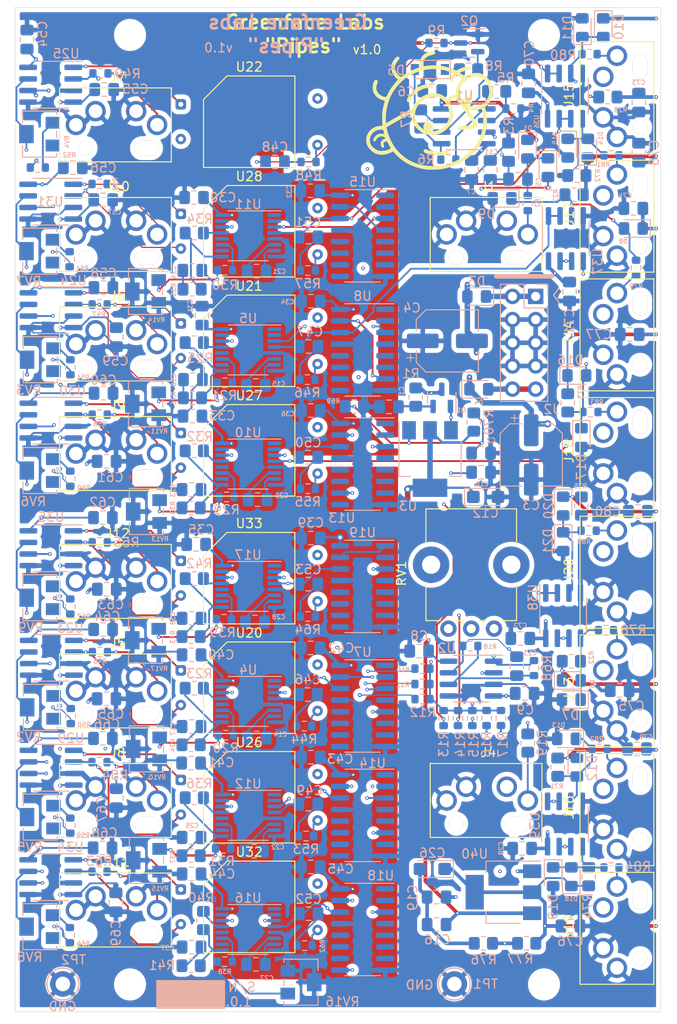
<source format=kicad_pcb>
(kicad_pcb (version 20211014) (generator pcbnew)
  (layers (0 "F.Cu" signal) (1 "In1.Cu" signal) (2 "In2.Cu" signal) (31 "B.Cu" signal) (34 "B.Paste" user) (35 "F.Paste" user) (36 "B.SilkS" user "B.Silkscreen") (37 "F.SilkS" user "F.Silkscreen") (38 "B.Mask" user) (39 "F.Mask" user) (44 "Edge.Cuts" user))
  (net 0 "")
  (net 1 "Net-(C1-Pad1)")
  (net 2 "GND")
  (net 3 "+12V")
  (net 4 "-12V")
  (net 5 "Net-(C5-Pad1)")
  (net 6 "Net-(C11-Pad2)")
  (net 7 "Net-(C13-Pad1)")
  (net 8 "Net-(C13-Pad2)")
  (net 9 "Net-(C14-Pad1)")
  (net 10 "Net-(C14-Pad2)")
  (net 11 "Net-(C15-Pad1)")
  (net 12 "Net-(C15-Pad2)")
  (net 13 "Net-(C17-Pad1)")
  (net 14 "Net-(C18-Pad1)")
  (net 15 "Net-(C20-Pad1)")
  (net 16 "Net-(C20-Pad2)")
  (net 17 "Net-(C21-Pad1)")
  (net 18 "Net-(C21-Pad2)")
  (net 19 "Net-(C22-Pad1)")
  (net 20 "Net-(C22-Pad2)")
  (net 21 "Net-(C23-Pad1)")
  (net 22 "Net-(C24-Pad1)")
  (net 23 "Net-(C25-Pad1)")
  (net 24 "Net-(C27-Pad1)")
  (net 25 "Net-(C27-Pad2)")
  (net 26 "Net-(C28-Pad1)")
  (net 27 "Net-(C28-Pad2)")
  (net 28 "Net-(C37-Pad1)")
  (net 29 "Net-(C38-Pad1)")
  (net 30 "F6")
  (net 31 "Net-(C46-Pad2)")
  (net 32 "F3")
  (net 33 "Net-(C47-Pad2)")
  (net 34 "Net-(C48-Pad2)")
  (net 35 "F7")
  (net 36 "Net-(C49-Pad2)")
  (net 37 "F4")
  (net 38 "Net-(C50-Pad2)")
  (net 39 "F2")
  (net 40 "Net-(C51-Pad2)")
  (net 41 "F8")
  (net 42 "Net-(C52-Pad2)")
  (net 43 "F5")
  (net 44 "Net-(C53-Pad2)")
  (net 45 "Net-(D3-Pad1)")
  (net 46 "Net-(D4-Pad2)")
  (net 47 "Net-(D5-Pad1)")
  (net 48 "Net-(D5-Pad2)")
  (net 49 "Net-(J1-Pad2)")
  (net 51 "Net-(J4-Pad2)")
  (net 52 "Net-(J5-Pad2)")
  (net 53 "Net-(J6-Pad2)")
  (net 54 "Net-(J7-Pad2)")
  (net 55 "Net-(J8-Pad2)")
  (net 56 "Net-(J9-Pad2)")
  (net 57 "Net-(J10-Pad2)")
  (net 58 "Net-(J11-Pad2)")
  (net 59 "Net-(J12-Pad2)")
  (net 60 "Net-(Q2-Pad2)")
  (net 61 "Clk")
  (net 62 "Net-(R4-Pad2)")
  (net 63 "Net-(R5-Pad1)")
  (net 64 "Net-(R6-Pad1)")
  (net 65 "VCO1")
  (net 66 "VCO2")
  (net 67 "VCO3")
  (net 68 "VCO4")
  (net 69 "VCO5")
  (net 70 "VCO6")
  (net 71 "VCO7")
  (net 72 "VCO8")
  (net 73 "Net-(R20-Pad1)")
  (net 74 "Net-(R21-Pad1)")
  (net 75 "Net-(R23-Pad1)")
  (net 76 "Net-(R23-Pad2)")
  (net 77 "Net-(R25-Pad1)")
  (net 78 "Net-(R25-Pad2)")
  (net 79 "Net-(R29-Pad1)")
  (net 80 "Net-(R30-Pad1)")
  (net 81 "Net-(R31-Pad1)")
  (net 82 "Net-(R32-Pad1)")
  (net 83 "Net-(R32-Pad2)")
  (net 84 "Net-(R34-Pad1)")
  (net 85 "Net-(R34-Pad2)")
  (net 86 "Net-(R36-Pad1)")
  (net 87 "Net-(R36-Pad2)")
  (net 88 "Net-(R38-Pad1)")
  (net 89 "Net-(R39-Pad1)")
  (net 90 "Net-(R40-Pad1)")
  (net 91 "Net-(R40-Pad2)")
  (net 92 "Net-(R42-Pad1)")
  (net 93 "Net-(R42-Pad2)")
  (net 94 "Net-(R45-Pad1)")
  (net 95 "Net-(R47-Pad1)")
  (net 96 "Net-(R49-Pad1)")
  (net 97 "Net-(R50-Pad1)")
  (net 98 "Net-(R50-Pad2)")
  (net 99 "Net-(R51-Pad1)")
  (net 100 "Net-(R51-Pad2)")
  (net 101 "Net-(R52-Pad1)")
  (net 102 "Net-(R52-Pad2)")
  (net 103 "Net-(R54-Pad1)")
  (net 104 "Net-(R56-Pad1)")
  (net 105 "Net-(R58-Pad1)")
  (net 106 "Net-(R59-Pad1)")
  (net 107 "Net-(R59-Pad2)")
  (net 108 "Net-(R60-Pad1)")
  (net 109 "Net-(R60-Pad2)")
  (net 110 "Net-(R61-Pad1)")
  (net 111 "Net-(R61-Pad2)")
  (net 112 "Net-(R63-Pad1)")
  (net 113 "Net-(R65-Pad1)")
  (net 114 "Net-(R66-Pad1)")
  (net 115 "Net-(R66-Pad2)")
  (net 116 "Net-(R67-Pad1)")
  (net 117 "Net-(R67-Pad2)")
  (net 129 "{slash}6")
  (net 135 "{slash}3")
  (net 155 "Net-(R53-Pad2)")
  (net 156 "Net-(R68-Pad2)")
  (net 157 "Net-(U4-Pad3)")
  (net 158 "Net-(U5-Pad3)")
  (net 162 "{slash}4")
  (net 168 "{slash}2")
  (net 174 "{slash}7")
  (net 185 "Net-(U10-Pad3)")
  (net 190 "Net-(U11-Pad3)")
  (net 192 "Net-(U12-Pad3)")
  (net 210 "{slash}8")
  (net 216 "{slash}5")
  (net 226 "Net-(U16-Pad3)")
  (net 230 "Net-(U17-Pad3)")
  (net 240 "Net-(U20-Pad1)")
  (net 241 "Net-(U21-Pad1)")
  (net 242 "Net-(U22-Pad1)")
  (net 243 "Net-(U26-Pad1)")
  (net 244 "Net-(U27-Pad1)")
  (net 245 "Net-(U28-Pad1)")
  (net 246 "Net-(U32-Pad1)")
  (net 247 "Net-(U33-Pad1)")
  (net 248 "Net-(R44-Pad2)")
  (net 249 "Net-(R46-Pad2)")
  (net 250 "Net-(R48-Pad2)")
  (net 252 "Net-(R55-Pad2)")
  (net 253 "Net-(R57-Pad2)")
  (net 254 "Net-(R62-Pad2)")
  (net 255 "Net-(R64-Pad2)")
  (net 256 "Net-(R10-Pad1)")
  (net 257 "Net-(C2-Pad1)")
  (net 258 "Net-(C10-Pad1)")
  (net 259 "Net-(R20-Pad2)")
  (net 260 "Net-(R21-Pad2)")
  (net 261 "Net-(R29-Pad2)")
  (net 262 "Net-(R30-Pad2)")
  (net 263 "Net-(R31-Pad2)")
  (net 264 "Net-(R38-Pad2)")
  (net 265 "Net-(R39-Pad2)")
  (net 266 "+9V")
  (net 267 "Net-(C16-Pad2)")
  (net 268 "Net-(C19-Pad1)")
  (net 269 "+5V")
  (net 270 "Net-(U38-Pad5)")
  (net 271 "Net-(U37-Pad3)")
  (net 272 "Net-(U36-Pad3)")
  (net 273 "Net-(U39-Pad3)")
  (net 274 "Net-(U36-Pad5)")
  (net 283 "Net-(U37-Pad5)")
  (net 284 "Net-(U39-Pad5)")
  (net 285 "Net-(U38-Pad3)")
  (net 286 "Net-(R78-Pad1)")
  (net 287 "Net-(R79-Pad1)")
  (net 288 "Net-(R80-Pad1)")
  (net 289 "Net-(R82-Pad1)")
  (net 290 "Net-(R81-Pad1)")
  (net 291 "Net-(R83-Pad1)")
  (net 292 "Net-(R84-Pad1)")
  (net 293 "Net-(R85-Pad1)")
  (footprint "OptoDevice:PerkinElmer_VTL5C" (layer "F.Cu") (at 58.17 124.6)
    (fp_text reference "U26")
    (fp_text value "VTL5C")
  )
  (footprint "MountingHole:MountingHole_2.5mm" (layer "F.Cu") (at 98 43)
    (fp_text reference "H2" hide)
    (fp_text value locked "MountingHole")
  )
  (footprint "OptoDevice:PerkinElmer_VTL5C" (layer "F.Cu") (at 58.17 86.6)
    (fp_text reference "U27")
    (fp_text value "VTL5C")
  )
  (footprint "sputterizer:Molex-0472570001" (layer "F.Cu") (at 106 127.85 90)
    (fp_text reference "J16")
    (fp_text value "3.5mm Jack")
  )
  (footprint "OptoDevice:PerkinElmer_VTL5C" (layer "F.Cu") (at 58.17 74.6)
    (fp_text reference "U21")
    (fp_text value "VTL5C")
  )
  (footprint "OptoDevice:PerkinElmer_VTL5C" (layer "F.Cu") (at 58.17 50.6)
    (fp_text reference "U22")
    (fp_text value "VTL5C")
  )
  (footprint "sputterizer:Molex-0472570001" (layer "F.Cu") (at 106 75.85 90)
    (fp_text reference "J14")
    (fp_text value "3.5mm Jack")
  )
  (footprint "Potentiometer_THT:Potentiometer_Bourns_PTV09A-1_Single_Vertical" (layer "F.Cu") (at 92.52 108.03 90)
    (fp_text reference "RV1")
    (fp_text value "1K")
  )
  (footprint "OptoDevice:PerkinElmer_VTL5C" (layer "F.Cu") (at 58.17 112.6)
    (fp_text reference "U20")
    (fp_text value "VTL5C")
  )
  (footprint "sputterizer:Molex-0472570001" (layer "F.Cu") (at 51 88.85)
    (fp_text reference "J9")
    (fp_text value "3.5mm Jack")
  )
  (footprint "OptoDevice:PerkinElmer_VTL5C" (layer "F.Cu") (at 58.17 62.6)
    (fp_text reference "U28")
    (fp_text value "VTL5C")
  )
  (footprint "sputterizer:Molex-0472570001" (layer "F.Cu") (at 106 49.85 90)
    (fp_text reference "J15")
    (fp_text value "3.5mm Jack")
  )
  (footprint "MountingHole:MountingHole_2.5mm" (layer "F.Cu") (at 52.6 43)
    (fp_text reference "H1" hide)
    (fp_text value "MountingHole")
  )
  (footprint "OptoDevice:PerkinElmer_VTL5C" (layer "F.Cu") (at 58.17 100.6)
    (fp_text reference "U33")
    (fp_text value "VTL5C")
  )
  (footprint "sputterizer:Molex-0472570001" (layer "F.Cu") (at 106 140.85 90)
    (fp_text reference "J19")
    (fp_text value "3.5mm Jack")
  )
  (footprint "MountingHole:MountingHole_2.5mm" (layer "F.Cu") (at 98 147)
    (fp_text reference "H3" hide)
    (fp_text value "MountingHole")
  )
  (footprint "sputterizer:Molex-0472570001" (layer "F.Cu") (at 106 114.85 90)
    (fp_text reference "J13")
    (fp_text value "3.5mm Jack")
  )
  (footprint "OptoDevice:PerkinElmer_VTL5C" (layer "F.Cu") (at 58.17 136.6)
    (fp_text reference "U32")
    (fp_text value "VTL5C")
  )
  (footprint "sputterizer:Molex-0472570001" (layer "F.Cu") (at 51 52.85)
    (fp_text reference "J7")
    (fp_text value "3.5mm Jack")
  )
  (footprint "MountingHole:MountingHole_2.5mm" (layer "F.Cu") (at 52.6 147)
    (fp_text reference "H4" hide)
    (fp_text value "MountingHole")
  )
  (footprint "sputterizer:Molex-0472570001" (layer "F.Cu") (at 106 101.85 90)
    (fp_text reference "J20")
    (fp_text value "3.5mm Jack")
  )
  (footprint "sputterizer:Molex-0472570001" (layer "F.Cu") (at 51 102.85)
    (fp_text reference "J12")
    (fp_text value "3.5mm Jack")
  )
  (footprint "sputterizer:Molex-0472570001" (layer "F.Cu") (at 51 114.85)
    (fp_text reference "J5")
    (fp_text value "3.5mm Jack")
  )
  (footprint "sputterizer:Molex-0472570001" (layer "F.Cu") (at 51 64.85)
    (fp_text reference "J10")
    (fp_text value "3.5mm Jack")
  )
  (footprint "sputterizer:Molex-0472570001" (layer "F.Cu") (at 91.65 126.85)
    (fp_text reference "J4")
    (fp_text value "3.5mm Jack")
  )
  (footprint "sputterizer:Molex-0472570001" (layer "F.Cu") (at 51 138.85)
    (fp_text reference "J11")
    (fp_text value "3.5mm Jack")
  )
  (footprint "sputterizer:Molex-0472570001" (layer "F.Cu") (at 106 88.85 90)
    (fp_text reference "J18")
    (fp_text value "3.5mm Jack")
  )
  (footprint "sputterizer:Molex-0472570001" (layer "F.Cu") (at 91.65 64.85)
    (fp_text reference "J1")
    (fp_text value "3.5mm Jack")
  )
  (footprint "panel:small_face" (layer "F.Cu") (at 85.4 51.7)
    (fp_text reference "GR1" hide)
    (fp_text value "small_logo" hide)
  )
  (footprint "sputterizer:Molex-0472570001" (layer "F.Cu") (at 51 126.85)
    (fp_text reference "J8")
    (fp_text value "3.5mm Jack")
  )
  (footprint "sputterizer:Molex-0472570001" (layer "F.Cu") (at 51 76.85)
    (fp_text reference "J6")
    (fp_text value "3.5mm Jack")
  )
  (footprint "sputterizer:Molex-0472570001" (layer "F.Cu") (at 106 62.85 90)
    (fp_text reference "J17")
    (fp_text value "3.5mm Jack")
  )
  (footprint "Diode_SMD:D_0805_2012Metric_Pad1.15x1.40mm_HandSolder" (layer "B.Cu") (at 100.6 55.4 -90)
    (fp_text reference "D15")
    (fp_text value "1N5819")
  )
  (footprint "Resistor_SMD:R_0603_1608Metric" (layer "B.Cu") (at 46 141.6 -90)
    (fp_text reference "R66")
    (fp_text value "24.9K")
  )
  (footprint "Package_TO_SOT_SMD:SOT-223-3_TabPin2" (layer "B.Cu") (at 85.5 89.45 -90)
    (fp_text reference "U3")
    (fp_text value "LM317_SOT-223")
  )
  (footprint "Resistor_SMD:R_0805_2012Metric_Pad1.20x1.40mm_HandSolder" (layer "B.Cu") (at 59.65 126.55 180)
    (fp_text reference "R36")
    (fp_text value "200K")
  )
  (footprint "Package_TO_SOT_SMD:SOT-23" (layer "B.Cu") (at 89.8 43.88 180)
    (fp_text reference "Q2")
    (fp_text value "2N3904")
  )
  (footprint "Resistor_SMD:R_0603_1608Metric" (layer "B.Cu") (at 62.9 107 180)
    (fp_text reference "R39")
    (fp_text value "24.9K")
  )
  (footprint "Resistor_SMD:R_0603_1608Metric" (layer "B.Cu") (at 104.1 121.2 180)
    (fp_text reference "R82")
    (fp_text value "523")
  )
  (footprint "Resistor_SMD:R_0805_2012Metric_Pad1.20x1.40mm_HandSolder" (layer "B.Cu") (at 101.3 60.5)
    (fp_text reference "R27")
    (fp_text value "470")
  )
  (footprint "Capacitor_SMD:C_0805_2012Metric_Pad1.18x1.45mm_HandSolder" (layer "B.Cu") (at 84.31 110.49 180)
    (fp_text reference "C8")
    (fp_text value "100nF")
  )
  (footprint "Capacitor_SMD:C_0805_2012Metric_Pad1.18x1.45mm_HandSolder" (layer "B.Cu") (at 66.3 107.3)
    (fp_text reference "C28")
    (fp_text value "1nF")
  )
  (footprint "Capacitor_SMD:C_0805_2012Metric_Pad1.18x1.45mm_HandSolder" (layer "B.Cu") (at 95.88 115.12 180)
    (fp_text reference "C9")
    (fp_text value "100nF")
  )
  (footprint "Resistor_SMD:R_0603_1608Metric" (layer "B.Cu") (at 49.25 134.65)
    (fp_text reference "R63")
    (fp_text value "33K")
  )
  (footprint "Resistor_SMD:R_0603_1608Metric" (layer "B.Cu") (at 88.57 117.83 -90)
    (fp_text reference "R14")
    (fp_text value "1K")
  )
  (footprint "Capacitor_SMD:C_0805_2012Metric_Pad1.18x1.45mm_HandSolder" (layer "B.Cu") (at 59.35 110.9 180)
    (fp_text reference "C40")
    (fp_text value "100nF")
  )
  (footprint "Diode_SMD:D_0805_2012Metric_Pad1.15x1.40mm_HandSolder" (layer "B.Cu") (at 102.8 55.4 90)
    (fp_text reference "D14")
    (fp_text value "1N5819")
  )
  (footprint "Resistor_SMD:R_0603_1608Metric" (layer "B.Cu") (at 108.1 68.5 90)
    (fp_text reference "R79")
    (fp_text value "523")
  )
  (footprint "Resistor_SMD:R_0603_1608Metric" (layer "B.Cu") (at 63.01 68.77 180)
    (fp_text reference "R30")
    (fp_text value "24.9K")
  )
  (footprint "Resistor_SMD:R_0603_1608Metric" (layer "B.Cu") (at 49.27 72.52)
    (fp_text reference "R47")
    (fp_text value "33K")
  )
  (footprint "Resistor_SMD:R_0603_1608Metric" (layer "B.Cu") (at 104.8 108.2 180)
    (fp_text reference "R78")
    (fp_text value "523")
  )
  (footprint "Resistor_SMD:R_0805_2012Metric_Pad1.20x1.40mm_HandSolder" (layer "B.Cu") (at 100.6 83.3 90)
    (fp_text reference "R73")
    (fp_text value "470")
  )
  (footprint "Capacitor_SMD:C_0805_2012Metric_Pad1.18x1.45mm_HandSolder" (layer "B.Cu") (at 100.9 140.6)
    (fp_text reference "C76")
    (fp_text value "100nF")
  )
  (footprint "sputterizer:Potentiometer_Bourns_3224W_Vertical" (layer "B.Cu") (at 54.3 109.3 90)
    (fp_text reference "RV17")
    (fp_text value "50K")
  )
  (footprint "Resistor_SMD:R_0805_2012Metric_Pad1.20x1.40mm_HandSolder" (layer "B.Cu") (at 91.35 142.5 180)
    (fp_text reference "R76")
    (fp_text value "1.87K")
  )
  (footprint "sputterizer:Potentiometer_Bourns_3224W_Vertical" (layer "B.Cu") (at 54.4 95.2 90)
    (fp_text reference "RV13")
    (fp_text value "50K")
  )
  (footprint "Resistor_SMD:R_0805_2012Metric_Pad1.20x1.40mm_HandSolder" (layer "B.Cu") (at 59.65 88.55 180)
    (fp_text reference "R32")
    (fp_text value "200K")
  )
  (footprint "Capacitor_SMD:C_0805_2012Metric_Pad1.18x1.45mm_HandSolder" (layer "B.Cu") (at 49.66 61.06 180)
    (fp_text reference "C57")
    (fp_text value "100nF")
  )
  (footprint "sputterizer:Potentiometer_Bourns_3224W_Vertical" (layer "B.Cu") (at 42.7 66.68 90)
    (fp_text reference "RV7")
    (fp_text value "20K")
  )
  (footprint "Package_SO:SOIC-8_3.9x4.9mm_P1.27mm" (layer "B.Cu") (at 100.1 106.6 -90)
    (fp_text reference "U38")
    (fp_text value "CD40107")
  )
  (footprint "Capacitor_SMD:C_0805_2012Metric_Pad1.18x1.45mm_HandSolder" (layer "B.Cu") (at 49.65 108.12)
    (fp_text reference "C64")
    (fp_text value "100nF")
  )
  (footprint "Resistor_SMD:R_0603_1608Metric" (layer "B.Cu") (at 63 144.5 180)
    (fp_text reference "R38")
    (fp_text value "24.9K")
  )
  (footprint "Diode_SMD:D_0805_2012Metric_Pad1.15x1.40mm_HandSolder" (layer "B.Cu") (at 93.4 60.9 180)
    (fp_text reference "D9")
    (fp_text value "1N5819")
  )
  (footprint "Resistor_SMD:R_0603_1608Metric" (layer "B.Cu") (at 86.99 117.83 -90)
    (fp_text reference "R13")
    (fp_text value "1K")
  )
  (footprint "Capacitor_SMD:C_0805_2012Metric_Pad1.18x1.45mm_HandSolder" (layer "B.Cu") (at 72.1875 139.25)
    (fp_text reference "C52")
    (fp_text value "10uF")
  )
  (footprint "Capacitor_SMD:C_0805_2012Metric_Pad1.18x1.45mm_HandSolder" (layer "B.Cu") (at 72.43 84.14 180)
    (fp_text reference "C36")
    (fp_text value "100nF")
  )
  (footprint "Resistor_SMD:R_0603_1608Metric" (layer "B.Cu") (at 46.1 117.6 -90)
    (fp_text reference "R50")
    (fp_text value "24.9K")
  )
  (footprint "Capacitor_Tantalum_SMD:CP_EIA-3216-18_Kemet-A" (layer "B.Cu") (at 91.6 93.6)
    (fp_text reference "C12")
    (fp_text value "22uF")
  )
  (footprint "Capacitor_SMD:C_0805_2012Metric_Pad1.18x1.45mm_HandSolder" (layer "B.Cu") (at 66.4 144.8)
    (fp_text reference "C27")
    (fp_text value "1nF")
  )
  (footprint "Capacitor_SMD:C_0805_2012Metric_Pad1.18x1.45mm_HandSolder" (layer "B.Cu") (at 91.1 90.9)
    (fp_text reference "C10")
    (fp_text value "100nF")
  )
  (footprint "Capacitor_SMD:C_0805_2012Metric_Pad1.18x1.45mm_HandSolder" (layer "B.Cu") (at 41.3 43.5 90)
    (fp_text reference "C54")
    (fp_text value "100nF")
  )
  (footprint "Capacitor_SMD:C_0805_2012Metric_Pad1.18x1.45mm_HandSolder" (layer "B.Cu") (at 81 83.73 180)
    (fp_text reference "C1")
    (fp_text value "100nF")
  )
  (footprint "Package_SO:TSSOP-16_4.4x5mm_P0.65mm" (layer "B.Cu") (at 65.56 90 180)
    (fp_text reference "U10")
    (fp_text value "4046")
  )
  (footprint "Resistor_SMD:R_0805_2012Metric_Pad1.20x1.40mm_HandSolder" (layer "B.Cu") (at 84.48 52.2 -90)
    (fp_text reference "R7")
    (fp_text value "220K")
  )
  (footprint "Resistor_SMD:R_0603_1608Metric" (layer "B.Cu") (at 49.28 98.58)
    (fp_text reference "R65")
    (fp_text value "33K")
  )
  (footprint "Capacitor_SMD:C_0805_2012Metric_Pad1.18x1.45mm_HandSolder" (layer "B.Cu") (at 106.3 114.8)
    (fp_text reference "C75")
    (fp_text value "100nF")
  )
  (footprint "Capacitor_SMD:C_0805_2012Metric_Pad1.18x1.45mm_HandSolder" (layer "B.Cu") (at 59.3 122.75 180)
    (fp_text reference "C41")
    (fp_text value "100nF")
  )
  (footprint "Package_SO:SOIC-16_3.9x9.9mm_P1.27mm" (layer "B.Cu") (at 78.11 103.4 180)
    (fp_text reference "U19")
    (fp_text value "4017")
  )
  (footprint "Diode_SMD:D_0805_2012Metric_Pad1.15x1.40mm_HandSolder" (layer "B.Cu") (at 107.8 64.2 180)
    (fp_text reference "D8")
    (fp_text value "1N5819")
  )
  (footprint "Capacitor_SMD:C_0805_2012Metric_Pad1.18x1.45mm_HandSolder" (layer "B.Cu") (at 95.4 109.1 180)
    (fp_text reference "C72")
    (fp_text value "100nF")
  )
  (footprint "sputterizer:Potentiometer_Bourns_3224W_Vertical" (layer "B.Cu") (at 54.4 121.2 90)
    (fp_text reference "RV10")
    (fp_text value "50K")
  )
  (footprint "Resistor_SMD:R_0603_1608Metric" (layer "B.Cu") (at 63.2 93.6 180)
    (fp_text reference "R29")
    (fp_text value "24.9K")
  )
  (footprint "Package_SO:TSSOP-16_4.4x5mm_P0.65mm" (layer "B.Cu") (at 65.56 103.4 180)
    (fp_text reference "U17")
    (fp_text value "4046")
  )
  (footprint "Capacitor_SMD:C_0805_2012Metric_Pad1.18x1.45mm_HandSolder" (layer "B.Cu") (at 59.35 92.8 180)
    (fp_text reference "C23")
    (fp_text value "1uF")
  )
  (footprint "Resistor_SMD:R_0805_2012Metric_Pad1.20x1.40mm_HandSolder" (layer "B.Cu") (at 90.3 85.4 90)
    (fp_text reference "R70")
    (fp_text value "620")
  )
  (footprint "Resistor_SMD:R_0603_1608Metric" (layer "B.Cu") (at 63.1 119.7 180)
    (fp_text reference "R20")
    (fp_text value "24.9K")
  )
  (footprint "Capacitor_SMD:CP_Elec_6.3x5.4_Nichicon" (layer "B.Cu") (at 96.6 89 -90)
    (fp_text reference "C3")
    (fp_text value "100uF")
  )
  (footprint "TestPoint:TestPoint_Keystone_5005-5009_Compact" (layer "B.Cu") (at 88.17 146.95 180)
    (fp_text reference "TP1")
    (fp_text value "TestPoint")
  )
  (footprint "Resistor_SMD:R_0805_2012Metric_Pad1.20x1.40mm_HandSolder" (layer "B.Cu") (at 59.3 108.9 180)
    (fp_text reference "R43")
    (fp_text value "10K")
  )
  (footprint "Capacitor_SMD:C_0805_2012Metric_Pad1.18x1.45mm_HandSolder" (layer "B.Cu") (at 72.41 110.14 180)
    (fp_text reference "C42")
    (fp_text value "100nF")
  )
  (footprint "Capacitor_SMD:C_0805_2012Metric_Pad1.18x1.45mm_HandSolder" (layer "B.Cu") (at 46.33 57.53)
    (fp_text reference "C56")
    (fp_text value "100nF")
  )
  (footprint "Resistor_SMD:R_0805_2012Metric_Pad1.20x1.40mm_HandSolder" (layer "B.Cu") (at 99.5 123.2 90)
    (fp_text reference "R71")
    (fp_text value "470")
  )
  (footprint "sputterizer:Potentiometer_Bourns_3224W_Vertical" (layer "B.Cu") (at 42.72 104.64 90)
    (fp_text reference "RV9")
    (fp_text value "20K")
  )
  (footprint "Package_SO:TSSOP-16_4.4x5mm_P0.65mm" (layer "B.Cu") (at 65.56 128.48 180)
    (fp_text reference "U12")
    (fp_text value "4046")
  )
  (footprint "Capacitor_SMD:C_0805_2012Metric_Pad1.18x1.45mm_HandSolder" (layer "B.Cu") (at 50.0325 89.7 180)
    (fp_text reference "C61")
    (fp_text value "100nF")
  )
  (footprint "Capacitor_Tantalum_SMD:CP_EIA-3216-18_Kemet-A" (layer "B.Cu") (at 85.755 134.35 180)
    (fp_text reference "C26")
    (fp_text value "22uF")
  )
  (footprint "Capacitor_SMD:C_0805_2012Metric_Pad1.18x1.45mm_HandSolder" (layer "B.Cu") (at 66.4 81.4)
    (fp_text reference "C15")
    (fp_text value "4.7nF")
  )
  (footprint "Resistor_SMD:R_0603_1608Metric" (layer "B.Cu") (at 72.05 80.75)
    (fp_text reference "R46")
    (fp_text value "10K")
  )
  (footprint "Resistor_SMD:R_0805_2012Metric_Pad1.20x1.40mm_HandSolder" (layer "B.Cu") (at 59.3 144.95 180)
    (fp_text reference "R41")
    (fp_text value "10K")
  )
  (footprint "Resistor_SMD:R_0805_2012Metric_Pad1.20x1.40mm_HandSolder" (layer "B.Cu") (at 102.1 94.6 90)
    (fp_text reference "R75")
    (fp_text value "470")
  )
  (footprint "Capacitor_SMD:C_0805_2012Metric_Pad1.18x1.45mm_HandSolder" (layer "B.Cu") (at 66.6 93.9)
    (fp_text reference "C20")
    (fp_text value "2.2nF")
  )
  (footprint "Package_TO_SOT_SMD:SOT-23" (layer "B.Cu") (at 86.79 82.75 90)
    (fp_text reference "Q1")
    (fp_text value "2N3904")
  )
  (footprint "Resistor_SMD:R_0805_2012Metric_Pad1.20x1.40mm_HandSolder" (layer "B.Cu") (at 102.9 135.2 -90)
    (fp_text reference "R74")
    (fp_text value "470")
  )
  (footprint "Resistor_SMD:R_0805_2012Metric_Pad1.20x1.40mm_HandSolder" (layer "B.Cu") (at 96.22 120.56 -90)
    (fp_text reference "R19")
    (fp_text value "470")
  )
  (footprint "Diode_SMD:D_0805_2012Metric_Pad1.15x1.40mm_HandSolder" (layer "B.Cu") (at 102.2 42.2 90)
    (fp_text reference "D11")
    (fp_text value "1N5819")
  )
  (footprint "Diode_SMD:D_0805_2012Metric_Pad1.15x1.40mm_HandSolder" (layer "B.Cu") (at 99 135.2 -90)
    (fp_text reference "D19")
    (fp_text value "1N5819")
  )
  (footprint "Package_SO:TSSOP-16_4.4x5mm_P0.65mm" (layer "B.Cu") (at 65.56 116 180)
    (fp_text reference "U4")
    (fp_text value "4046")
  )
  (footprint "Capacitor_SMD:C_0805_2012Metric_Pad1.18x1.45mm_HandSolder" (layer "B.Cu") (at 51.1 76.1 90)
    (fp_text reference "C59")
    (fp_text value "100nF")
  )
  (footprint "Diode_SMD:D_SOD-123" (layer "B.Cu") (at 85.4875 46.78 180)
    (fp_text reference "D5")
    (fp_text value "1N4148")
  )
  (footprint "Resistor_SMD:R_0603_1608Metric" (layer "B.Cu") (at 63 81.1 180)
    (fp_text reference "R21")
    (fp_text value "24.9K")
  )
  (footprint "Capacitor_SMD:C_0805_2012Metric_Pad1.18x1.45mm_HandSolder" (layer "B.Cu") (at 60.5 73.7375 90)
    (fp_text reference "C31")
    (fp_text value "100nF")
  )
  (footprint "Capacitor_SMD:C_0805_2012Metric_Pad1.18x1.45mm_HandSolder" (layer "B.Cu") (at 49.77 48.98 180)
    (fp_text reference "C55")
    (fp_text value "100nF")
  )
  (footprint "Capacitor_SMD:C_0805_2012Metric_Pad1.18x1.45mm_HandSolder" (layer "B.Cu") (at 68.5 56.9)
    (fp_text reference "C48")
    (fp_text value "10uF")
  )
  (footprint "Resistor_SMD:R_0603_1608Metric" (layer "B.Cu") (at 71.9 130.75)
    (fp_text reference "R53")
    (fp_text value "10K")
  )
  (footprint "Resistor_SMD:R_0805_2012Metric_Pad1.20x1.40mm_HandSolder" (layer "B.Cu") (at 83.93 82.67 90)
    (fp_text reference "R1")
    (fp_text value "68K")
  )
  (footprint "Resistor_SMD:R_0603_1608Metric" (layer "B.Cu") (at 46.05 129.6 -90)
    (fp_text reference "R59")
    (fp_text value "24.9K")
  )
  (footprint "sputterizer:Potentiometer_Bourns_3224W_Vertical" (layer "B.Cu") (at 54.3 83.4 90)
    (fp_text reference "RV11")
    (fp_text value "50K")
  )
  (footprint "Package_SO:SOIC-8_3.9x4.9mm_P1.27mm" (layer "B.Cu") (at 43.9 61.26 180)
    (fp_text reference "U31")
    (fp_text value "TL072CP")
  )
  (footprint "Diode_SMD:D_0805_2012Metric_Pad1.15x1.40mm_HandSolder" (layer "B.Cu") (at 101 135.2 90)
    (fp_text reference "D18")
    (fp_text value "1N5819")
  )
  (footprint "Package_TO_SOT_SMD:SOT-223-3_TabPin2" (layer "B.Cu") (at 93.55 136.9 180)
    (fp_text reference "U40")
    (fp_text value "LM317_SOT-223")
  )
  (footprint "Resistor_SMD:R_0603_1608Metric" (layer "B.Cu") (at 49.3 110.6)
    (fp_text reference "R45")
    (fp_text value "33K")
  )
  (footprint "Capacitor_SMD:C_0805_2012Metric_Pad1.18x1.45mm_HandSolder" (layer "B.Cu") (at 86.22 137.43 180)
    (fp_text reference "C19")
    (fp_text value "10uF")
  )
  (footprint "Resistor_SMD:R_0603_1608Metric" (layer "B.Cu") (at 102.9 97.3 180)
    (fp_text reference "R85")
    (fp_text value "523")
  )
  (footprint "Diode_SMD:D_0805_2012Metric_Pad1.15x1.40mm_HandSolder" (layer "B.Cu") (at 101.6 80.3)
    (fp_text reference "D16")
    (fp_text value "1N5819")
  )
  (footprint "Resistor_SMD:R_0603_1608Metric" (layer "B.Cu") (at 96.22 61.42 -90)
    (fp_text reference "R2")
    (fp_text value "10K")
  )
  (footprint "sputterizer:Potentiometer_Bourns_3224W_Vertical" (layer "B.Cu") (at 42.71 140.67 90)
    (fp_text reference "RV8")
    (fp_text value "20K")
  )
  (footprint "Resistor_SMD:R_0603_1608Metric" (layer "B.Cu") (at 84.68 115.75 180)
    (fp_text reference "R12")
    (fp_text value "1K")
  )
  (footprint "Diode_SMD:D_0805_2012Metric_Pad1.15x1.40mm_HandSolder" (layer "B.Cu") (at 102.1 87.1 -90)
    (fp_text reference "D17")
    (fp_text value "1N5819")
  )
  (footprint "sputterizer:Potentiometer_Bourns_3224W_Vertical" (layer "B.Cu") (at 54.3 71.1 90)
    (fp_text reference "RV14")
    (fp_text value "50K")
  )
  (footprint "Resistor_SMD:R_0805_2012Metric_Pad1.20x1.40mm_HandSolder" (layer "B.Cu") (at 59.45 82.75 180)
    (fp_text reference "R26")
    (fp_text value "10K")
  )
  (footprint "Capacitor_SMD:C_0805_2012Metric_Pad1.18x1.45mm_HandSolder" (layer "B.Cu") (at 66.5 120)
    (fp_text reference "C14")
    (fp_text value "1nF")
  )
  (footprint "TestPoint:TestPoint_Keystone_5005-5009_Compact" (layer "B.Cu") (at 45.23 146.95 180)
    (fp_text reference "TP2")
    (fp_text value "TestPoint")
  )
  (footprint "Package_SO:SOIC-16_3.9x9.9mm_P1.27mm" (layer "B.Cu") (at 78.11 90 180)
    (fp_text reference "U13")
    (fp_text value "4017")
  )
  (footprint "Resistor_SMD:R_0603_1608Metric" (layer "B.Cu") (at 49.36 47.21)
    (fp_text reference "R49")
    (fp_text value "33K")
  )
  (footprint "Package_SO:SOIC-8_3.9x4.9mm_P1.27mm" (layer "B.Cu") (at 43.93 85.24 180)
    (fp_text reference "U30")
    (fp_text value "TL072CP")
  )
  (footprint "Capacitor_SMD:C_0805_2012Metric_Pad1.18x1.45mm_HandSolder" (layer "B.Cu") (at 96.3 48.3 90)
    (fp_text reference "C70")
    (fp_text value "100nF")
  )
  (footprint "Resistor_SMD:R_0805_2012Metric_Pad1.20x1.40mm_HandSolder" (layer "B.Cu") (at 94.11 55.84 90)
    (fp_text reference "R3")
    (fp_text value "100K")
  )
  (footprint "sputterizer:Potentiometer_Bourns_3224W_Vertical" (layer "B.Cu") (at 42.73 90.71 90)
    (fp_text reference "RV6")
    (fp_text value "20K")
  )
  (footprint "Diode_SMD:D_0805_2012Metric_Pad1.15x1.40mm_HandSolder" (layer "B.Cu") (at 100.1 94.6 -90)
    (fp_text reference "D20")
    (fp_text value "1N5819")
  )
  (footprint "Capacitor_SMD:C_0805_2012Metric_Pad1.18x1.45mm_HandSolder" (layer "B.Cu") (at 59.35 134.9 180)
    (fp_text reference "C44")
    (fp_text value "100nF")
  )
  (footprint "Capacitor_SMD:C_0805_2012Metric_Pad1.18x1.45mm_HandSolder" (layer "B.Cu") (at 49.63 95.87)
    (fp_text reference "C62")
    (fp_text value "100nF")
  )
  (footprint "Resistor_SMD:R_0603_1608Metric" (layer "B.Cu") (at 71.75 142.75)
    (fp_text reference "R62")
    (fp_text value "10K")
  )
  (footprint "Resistor_SMD:R_0805_2012Metric_Pad1.20x1.40mm_HandSolder" (layer "B.Cu") (at 60.65 140 -90)
    (fp_text reference "R40")
    (fp_text value "200K")
  )
  (footprint "Resistor_SMD:R_0805_2012Metric_Pad1.20x1.40mm_HandSolder" (layer "B.Cu") (at 59.65 64.7 180)
    (fp_text reference "R34")
    (fp_text value "200K")
  )
  (footprint "Resistor_SMD:R_0603_1608Metric" (layer "B.Cu") (at 71.7 118.7)
    (fp_text reference "R44")
    (fp_text value "10K")
  )
  (footprint "Resistor_SMD:R_0805_2012Metric_Pad1.20x1.40mm_HandSolder" (layer "B.Cu") (at 89.73 46.8 180)
    (fp_text reference "R8")
    (fp_text value "68K")
  )
  (footprint "Package_SO:SOIC-16_3.9x9.9mm_P1.27mm" (layer "B.Cu") (at 78.11 140.98 180)
    (fp_text reference "U18")
    (fp_text value "4017")
  )
  (footprint "Capacitor_SMD:C_0805_2012Metric_Pad1.18x1.45mm_HandSolder" (layer "B.Cu") (at 49.68 70.68)
    (fp_text reference "C58")
    (fp_text value "100nF")
  )
  (footprint "Diode_SMD:D_0805_2012Metric_Pad1.15x1.40mm_HandSolder" (layer "B.Cu") (at 101 115.8 180)
    (fp_text reference "D7")
    (fp_text value "1N5819")
  )
  (footprint "Capacitor_SMD:C_0805_2012Metric_Pad1.18x1.45mm_HandSolder" (layer "B.Cu") (at 90.06 57.79 90)
    (fp_text reference "C7")
    (fp_text value "100nF")
  )
  (footprint "Capacitor_SMD:C_0805_2012Metric_Pad1.18x1.45mm_HandSolder" (layer "B.Cu") (at 50.02 115.71 180)
    (fp_text reference "C65")
    (fp_text value "100nF")
  )
  (footprint "Capacitor_SMD:C_0805_2012Metric_Pad1.18x1.45mm_HandSolder" (layer "B.Cu") (at 49.7 82.24)
    (fp_text reference "C60")
    (fp_text value "100nF")
  )
  (footprint "Package_SO:SOIC-8_3.9x4.9mm_P1.27mm" (layer "B.Cu") (at 100.3 129.425 -90)
    (fp_text reference "U39")
    (fp_text value "CD40107")
  )
  (footprint "Package_SO:SOIC-8_3.9x4.9mm_P1.27mm" (layer "B.Cu") (at 100.4 65.3 -90)
    (fp_text reference "U37")
    (fp_text value "CD40107")
  )
  (footprint "Capacitor_SMD:C_0805_2012Metric_Pad1.18x1.45mm_HandSolder" (layer "B.Cu") (at 92.11 57.78 -90)
    (fp_text reference "C11")
    (fp_text value "1nF")
  )
  (footprint "Capacitor_SMD:C_0805_2012Metric_Pad1.18x1.45mm_HandSolder" (layer "B.Cu") (at 108.2 121.2 180)
    (fp_text reference "C79")
    (fp_text value "100nF")
  )
  (footprint "Connector_PinHeader_2.54mm:PinHeader_2x05_P2.54mm_Vertical" (layer "B.Cu") (at 97.085 71.635 180)
    (fp_text reference "J2")
    (fp_text value "2x5 Header")
  )
  (footprint "Capacitor_SMD:C_0805_2012Metric_Pad1.18x1.45mm_HandSolder" (layer "B.Cu") (at 85.7425 49.11 180)
    (fp_text reference "C6")
    (fp_text value "100nF")
  )
  (footprint "Resistor_SMD:R_0805_2012Metric_Pad1.20x1.40mm_HandSolder" (layer "B.Cu") (at 96.1 142.5 180)
    (fp_text reference "R77")
    (fp_text value "620")
  )
  (footprint "Resistor_SMD:R_0603_1608Metric" (layer "B.Cu") (at 89.92 109.93)
    (fp_text reference "R18")
    (fp_text value "10K")
  )
  (footprint "sputterizer:Potentiometer_Bourns_3224W_Vertical" (layer "B.Cu") (at 42.69 53.86 90)
    (fp_text reference "RV4")
    (fp_text value "20K")
  )
  (footprint "Capacitor_SMD:C_0805_2012Metric_Pad1.18x1.45mm_HandSolder" (layer "B.Cu") (at 59.35 130.9 180)
    (fp_text reference "C25")
    (fp_text value "2.2uF")
  )
  (footprint "Capacitor_SMD:C_0805_2012Metric_Pad1.18x1.45mm_HandSolder" (layer "B.Cu") (at 50.05 103.71 180)
    (fp_text reference "C63")
    (fp_text value "100nF")
  )
  (footprint "Resistor_SMD:R_0603_1608Metric" (layer "B.Cu") (at 72.1 92.7)
    (fp_text reference "R55")
    (fp_text value "10K")
  )
  (footprint "Package_SO:SOIC-16_3.9x9.9mm_P1.27mm" (layer "B.Cu") (at 78.11 128.48 180)
    (fp_text reference "U14")
    (fp_text value "4017")
  )
  (footprint "sputterizer:Potentiometer_Bourns_3224W_Vertical" (layer "B.Cu") (at 42.76 128.67 90)
    (fp_text reference "RV5")
    (fp_text value "20K")
  )
  (footprint "Capacitor_SMD:C_0805_2012Metric_Pad1.18x1.45mm_HandSolder" (layer "B.Cu") (at 72.15 89.25)
    (fp_text reference "C50")
    (fp_text value "10uF")
  )
  (footprint "Capacitor_SMD:C_0805_2012Metric_Pad1.18x1.45mm_HandSolder" (layer "B.Cu") (at 59.5 80.75)
    (fp_text reference "C18")
    (fp_text value "150nF")
  )
  (footprint "Capacitor_SMD:C_0805_2012Metric_Pad1.18x1.45mm_HandSolder" (layer "B.Cu") (at 72.15 127.25)
    (fp_text reference "C49")
    (fp_text value "10uF")
  )
  (footprint "Resistor_SMD:R_0603_1608Metric" (layer "B.Cu") (at 72.18 56.91)
    (fp_text reference "R48")
    (fp_text value "10K")
  )
  (footprint "Capacitor_SMD:C_0805_2012Metric_Pad1.18x1.45mm_HandSolder" (layer "B.Cu") (at 59.35 106.9 180)
    (fp_text reference "C38")
    (fp_text value "150nF")
  )
  (footprint "Package_SO:SOIC-8_3.9x4.9mm_P1.27mm" (layer "B.Cu") (at 89.25 53.01 180)
    (fp_text reference "U1")
    (fp_text value "TL072CP")
  )
  (footprint "Capacitor_SMD:C_0805_2012Metric_Pad1.18x1.45mm_HandSolder" (layer "B.Cu") (at 108.4 50.4 -90)
    (fp_text reference "C73")
    (fp_text value "100nF")
  )
  (footprint "Capacitor_SMD:C_0805_2012Metric_Pad1.18x1.45mm_HandSolder" (layer "B.Cu") (at 59.45 84.75 180)
    (fp_text reference "C33")
    (fp_text value "100nF")
  )
  (footprint "Capacitor_SMD:C_0805_2012Metric_Pad1.18x1.45mm_HandSolder" (layer "B.Cu") (at 49.63 120.05)
    (fp_text reference "C66")
    (fp_text value "100nF")
  )
  (footprint "Resistor_SMD:R_0603_1608Metric" (layer "B.Cu") (at 49.25 122.65)
    (fp_text reference "R54")
    (fp_text value "33K")
  )
  (footprint "Capacitor_SMD:C_0805_2012Metric_Pad1.18x1.45mm_HandSolder" (layer "B.Cu") (at 107.8 62 180)
    (fp_text reference "C74")
    (fp_text value "100nF")
  )
  (footprint "Package_SO:TSSOP-16_4.4x5mm_P0.65mm" (layer "B.Cu") (at 65.56 77.5 180)
    (fp_text reference "U5")
    (fp_text value "4046")
  )
  (footprint "Capacitor_SMD:C_0805_2012Metric_Pad1.18x1.45mm_HandSolder" (layer "B.Cu") (at 72.42 134.13 180)
    (fp_text reference "C45")
    (fp_text value "100nF")
  )
  (footprint "Capacitor_SMD:C_0805_2012Metric_Pad1.18x1.45mm_HandSolder" (layer "B.Cu") (at 66.48 68.86)
    (fp_text reference "C21")
    (fp_text value "4.7nF")
  )
  (footprint "Resistor_SMD:R_0603_1608Metric" (layer "B.Cu") (at 72.1 68.8)
    (fp_text reference "R57")
    (fp_text value "10K")
  )
  (footprint "Capacitor_SMD:C_0805_2012Metric_Pad1.18x1.45mm_HandSolder" (layer "B.Cu") (at 72.16 65.14)
    (fp_text reference "C51")
    (fp_text value "10uF")
  )
  (footprint "Capacitor_SMD:C_0805_2012Metric_Pad1.18x1.45mm_HandSolder" (layer "B.Cu") (at 72.43 72.16 180)
    (fp_text reference "C34")
    (fp_text value "100nF")
  )
  (footprint "Capacitor_SMD:C_0805_2012Metric_Pad1.18x1.45mm_HandSolder" (layer "B.Cu") (at 66.2 132.4)
    (fp_text reference "C22")
    (fp_text value "1nF")
  )
  (footprint "sputterizer:Potentiometer_Bourns_3224W_Vertical" (layer "B.Cu") (at 54.4 133.4 90)
    (fp_text reference "RV15")
    (fp_text value "50K")
  )
  (footprint "Resistor_SMD:R_0805_2012Metric_Pad1.20x1.40mm_HandSolder" (layer "B.Cu") (at 59.41 70.85 180)
    (fp_text reference "R35")
    (fp_text value "10K")
  )
  (footprint "Capacitor_SMD:C_0805_2012Metric_Pad1.18x1.45mm_HandSolder" (layer "B.Cu") (at 59.43 68.79)
    (fp_text reference "C24")
    (fp_text value "150nF")
  )
  (footprint "Resistor_SMD:R_0805_2012Metric_Pad1.20x1.40mm_HandSolder" (layer "B.Cu") (at 59.65 102.55 180)
    (fp_text reference "R42")
    (fp_text value "200K")
  )
  (footprint "Resistor_SMD:R_0603_1608Metric" (layer "B.Cu") (at 96.9 112.35 90)
    (fp_text reference "R68")
    (fp_text value "10K")
  )
  (footprint "Resistor_SMD:R_0603_1608Metric" (layer "B.Cu") (at 105.4 134.2 180)
    (fp_text reference "R84")
    (fp_text value "523")
  )
  (footprint "Resistor_SMD:R_0805_2012Metric_Pad1.20x1.40mm_HandSolder" (layer "B.Cu") (at 77.2 83.7)
    (fp_text reference "R69")
    (fp_text value "3.83K")
  )
  (footprint "Resistor_SMD:R_0603_1608Metric" (layer "B.Cu") (at 84.67 114.1 180)
    (fp_text reference "R11")
    (fp_text value "1K")
  )
  (footprint "Resistor_SMD:R_0805_2012Metric_Pad1.20x1.40mm_HandSolder" (layer "B.Cu") (at 101.6 58.4)
    (fp_text reference "R72")
    (fp_text value "470")
  )
  (footprint "Resistor_SMD:R_0805_2012Metric_Pad1.20x1.40mm_HandSolder" (layer "B.Cu") (at 59.3 94.8 180)
    (fp_text reference "R33")
    (fp_text value "10K")
  )
  (footprint "Resistor_SMD:R_0603_1608Metric" (layer "B.Cu") (at 94.64 51.07 180)
    (fp_text reference "R4")
    (fp_text value "10K")
  )
  (footprint "Capacitor_SMD:C_0805_2012Metric_Pad1.18x1.45mm_HandSolder" (layer "B.Cu") (at 59.62 60.81 180)
    (fp_text reference "C30")
    (fp_text value "100nF")
  )
  (footprint "Resistor_SMD:R_0603_1608Metric" (layer "B.Cu") (at 46.06 79.4 -90)
    (fp_text reference "R51")
    (fp_text value "24.9K")
  )
  (footprint "Capacitor_SMD:C_0805_2012Metric_Pad1.18x1.45mm_HandSolder" (layer "B.Cu") (at 107.4 75.8 180)
    (fp_text reference "C77")
    (fp_text value "100nF")
  )
  (footprint "Resistor_SMD:R_0603_1608Metric" (layer "B.Cu") (at 105.4 56.2 180)
    (fp_text reference "R81")
    (fp_text value "523")
  )
  (footprint "Package_SO:SOIC-8_3.9x4.9mm_P1.27mm" (layer "B.Cu") (at 43.9 48.45 180)
    (fp_text reference "U25")
    (fp_text value "TL072CP")
  )
  (footprint "Capacitor_SMD:C_0805_2012Metric_Pad1.18x1.45mm_HandSolder" (layer "B.Cu") (at 100.8 71.1 -90)
    (fp_text reference "C71")
    (fp_text value "100nF")
  )
  (footprint "Diode_SMD:D_0805_2012Metric_Pad1.15x1.40mm_HandSolder" (layer "B.Cu") (at 98.43 57.5325 -90)
    (fp_text reference "D2")
    (fp_text value "1N5819")
  )
  (footprint "Resistor_SMD:R_0603_1608Metric" (layer "B.Cu") (at 86.21 43.88)
    (fp_text reference "R9")
    (fp_text value "1K")
  )
  (footprint "Package_SO:SOIC-8_3.9x4.9mm_P1.27mm" (layer "B.Cu") (at 43.95 123.26 180)
    (fp_text reference "U29")
    (fp_text value "TL072CP")
  )
  (footprint "Package_SO:TSSOP-16_4.4x5mm_P0.65mm" (layer "B.Cu") (at 65.56 65 180)
    (fp_text reference "U11")
    (fp_text value "4046")
  )
  (footprint "Resistor_SMD:R_0603_1608Metric" (layer "B.Cu") (at 46.05 105.6 -90)
    (fp_text reference "R67")
    (fp_text value "24.9K")
  )
  (footprint "Resistor_SMD:R_0805_2012Metric_Pad1.20x1.40mm_HandSolder" (layer "B.Cu") (at 59.65 114.55 180)
    (fp_text reference "R23")
    (fp_text value "200K")
  )
  (footprint "Capacitor_SMD:C_0805_2012Metric_Pad1.18x1.45mm_HandSolder" (layer "B.Cu") (at 91.1 88.8)
    (fp_text reference "C2")
    (fp_text value "10uF")
  )
  (footprint "Capacitor_SMD:C_0805_2012Metric_Pad1.18x1.45mm_HandSolder" (layer "B.Cu") (at 59.35 118.75 180)
    (fp_text reference "C17")
    (fp_text value "150nF")
  )
  (footprint "Package_SO:TSSOP-16_4.4x5mm_P0.65mm" (layer "B.Cu") (at 65.56 140.98 180)
    (fp_text reference "U16")
    (fp_text value "4046")
  )
  (footprint "Capacitor_SMD:C_0805_2012Metric_Pad1.18x1.45mm_HandSolder" (layer "B.Cu") (at 86.22 140.44 180)
    (fp_text reference "C16")
    (fp_text value "100nF")
  )
  (footprint "sputterizer:Potentiometer_Bourns_3224W_Vertical" (layer "B.Cu") (at 42.77 116.65 90)
    (fp_text reference "RV2")
    (fp_text value "20K")
  )
  (footprint "Capacitor_SMD:C_0805_2012Metric_Pad1.18x1.45mm_HandSolder" (layer "B.Cu") (at 51.1 126.6 90)
    (fp_text reference "C67")
    (fp_text value "100nF")
  )
  (footprint "Diode_SMD:D_0805_2012Metric_Pad1.15x1.40mm_HandSolder" (layer "B.Cu") (at 101.6 123.2 -90)
    (fp_text reference "D12")
    (fp_text value "1N5819")
  )
  (footprint "Diode_SMD:D_0805_2012Metric_Pad1.15x1.40mm_HandSolder" (layer "B.Cu") (at 101 113.7)
    (fp_text reference "D6")
    (fp_text value "1N5819")
  )
  (footprint "Capacitor_SMD:C_0805_2012Metric_Pad1.18x1.45mm_HandSolder" (layer "B.Cu") (at 72.43 98.11 180)
    (fp_text reference "C39")
    (fp_text value "100nF")
  )
  (footprint "Resistor_SMD:R_0805_2012Metric_Pad1.20x1.40mm_HandSolder" (layer "B.Cu") (at 105 49.8)
    (fp_text reference "R28")
    (fp_text value "470")
  )
  (footprint "Resistor_SMD:R_0805_2012Metric_Pad1.20x1.40mm_HandSolder" (layer "B.Cu") (at 59.3 132.9 180)
    (fp_text reference "R37")
    (fp_text value "10K")
  )
  (footprint "Package_SO:SOIC-16_3.9x9.9mm_P1.27mm" (layer "B.Cu") (at 78.11 77.5 180)
    (fp_text reference "U8")
    (fp_text value "4017")
  )
  (footprint "Capacitor_SMD:C_0805_2012Metric_Pad1.18x1.45mm_HandSolder" (layer "B.Cu") (at 72.18 77.12)
    (fp_text reference "C47")
    (fp_text value "10uF")
  )
  (footprint "Capacitor_SMD:C_0805_2012Metric_Pad1.18x1.45mm_HandSolder" (layer "B.Cu") (at 95.15 58.8 180)
    (fp_text reference "C5")
    (fp_text value "100nF")
  )
  (footprint "Capacitor_SMD:C_0805_2012Metric_Pad1.18x1.45mm_HandSolder" (layer "B.Cu") (at 108.3 95.2 180)
    (fp_text reference "C80")
    (fp_text value "100nF")
  )
  (footprint "Resistor_SMD:R_0805_2012Metric_Pad1.20x1.40mm_HandSolder" (layer "B.Cu") (at 59.65 76.7 180)
    (fp_text reference "R25")
    (fp_text value "200K")
  )
  (footprint "Resistor_SMD:R_0603_1608Metric" (layer "B.Cu") (at 42.49 57.52 180)
    (fp_text reference "R52")
    (fp_text value "24.9K")
  )
  (footprint "Resistor_SMD:R_0603_1608Metric" (layer "B.Cu") (at 103 45.1 180)
    (fp_text reference "R80")
    (fp_text value "523")
  )
  (footprint "Resistor_SMD:R_0603_1608Metric" (layer "B.Cu") (at 91.7 117.82 -90)
    (fp_text reference "R16")
    (fp_text value "1K")
  )
  (footprint "Resistor_SMD:R_0603_1608Metric" (layer "B.Cu") (at 49.26 59.32)
    (fp_text reference "R58")
    (fp_text value "33K")
  )
  (footprint "Resistor_SMD:R_0603_1608Metric" (layer "B.Cu") (at 84.67 112.41 180)
    (fp_text reference "R10")
    (fp_text value "1K")
  )
  (footprint "Resistor_SMD:R_0805_2012Metric_Pad1.20x1.40mm_HandSolder" (layer "B.Cu") (at 101 111.6 180)
    (fp_text reference "R22")
    (fp_text value "470")
  )
  (footprint "Capacitor_SMD:C_0805_2012Metric_Pad1.18x1.45mm_HandSolder" (layer "B.Cu") (at 72.43 122.11 180)
    (fp_text reference "C43")
    (fp_text value "100nF")
  )
  (footprint "Package_SO:SOIC-8_3.9x4.9mm_P1.27mm" (layer "B.Cu") (at 43.942 73.152 180)
    (fp_text reference "U24")
    (fp_text value "TL072CP")
  )
  (footprint "Capacitor_SMD:C_0805_2012Metric_Pad1.18x1.45mm_HandSolder" (layer "B.Cu") (at 51.05 138 90)
    (fp_text reference "C69")
    (fp_text value "100nF")
  )
  (footprint "Resistor_SMD:R_0603_1608Metric" (layer "B.Cu") (at 93.28 117.82 -90)
    (fp_text reference "R17")
    (fp_text value "1K")
  )
  (footprint "Diode_SMD:D_0805_2012Metric_Pad1.15x1.40mm_HandSolder" (layer "B.Cu") (at 90.6175 71.65 180)
    (fp_text reference "D3")
    (fp_text value "1N5819")
  )
  (footprint "Capacitor_SMD:C_0805_2012Metric_Pad1.18x1.45mm_HandSolder" (layer "B.Cu") (at 59.35 142.91 180)
    (fp_text reference "C37")
    (fp_text value "150nF")
  )
  (footprint "Resistor_SMD:R_0805_2012Metric_Pad1.20x1.40mm_HandSolder" (layer "B.Cu") (at 92.81 49.18)
    (fp_text reference "R5")
    (fp_text value "100K")
  )
  (footprint "Resistor_SMD:R_0603_1608Metric" (layer "B.Cu") (at 46.05 91.6 -90)
    (fp_text reference "R60")
    (fp_text value "24.9K")
  )
  (footprint "Resistor_SMD:R_0603_1608Metric" (layer "B.Cu") (at 62.8 132.1 180)
    (fp_text reference "R31")
    (fp_text value "24.9K")
  )
  (footprint "Resistor_SMD:R_0603_1608Metric" (layer "B.Cu") (at 45.974 67.564 -90)
    (fp_text reference "R61")
    (fp_text value "24.9K")
  )
  (footprint "Capacitor_SMD:C_0805_2012Metric_Pad1.18x1.45mm_HandSolder" (layer "B.Cu") (at 72.1 115.25)
    (fp_text reference "C46")
    (fp_text value "10uF")
  )
  (footprint "Capacitor_SMD:C_0805_2012Metric_Pad1.18x1.45mm_HandSolder" (layer "B.Cu") (at 59.85 98.8 180)
    (fp_text reference "C35")
    (fp_text value "100nF")
  )
  (footprint "Diode_SMD:D_0805_2012Metric_Pad1.15x1.40mm_HandSolder" (layer "B.Cu") (at 100.475 120.1 180)
    (fp_text reference "D13")
    (fp_text value "1N5819")
  )
  (footprint "Diode_SMD:D_0805_2012Metric_Pad1.15x1.40mm_HandSolder" (layer "B.Cu") (at 90.8525 81.81)
    (fp_text reference "D4")
    (fp_text value "1N5819")
  )
  (footprint "Resistor_SMD:R_0603_1608Metric" (layer "B.Cu") (at 103.1 84.3 180)
    (fp_text reference "R83")
    (fp_text value "523")
  )
  (footprint "Diode_SMD:D_0805_2012Metric_Pad1.15x1.40mm_HandSolder" (layer "B.Cu") (at 100.1 98.5 -90)
    (fp_text reference "D21")
    (fp_text value "1N5819")
  )
  (footprint "Capacitor_SMD:C_0805_2012Metric_Pad1.18x1.45mm_HandSolder" (layer "B.Cu") (at 95.6 132.1 180)
    (fp_text reference "C29")
    (fp_text value "100nF")
  )
  (footprint "Package_SO:SOIC-16_3.9x9.9mm_P1.27mm" (layer "B.Cu") (at 78.11 116.5 180)
    (fp_text reference "U7")
    (fp_text value "4017")
  )
  (footprint "Package_SO:SOIC-8_3.9x4.9mm_P1.27mm" (layer "B.Cu") (at 43.93 99.22 180)
    (fp_text reference "U35")
    (fp_text value "TL072CP")
  )
  (footprint "Resistor_SMD:R_0603_1608Metric" (layer "B.Cu") (at 72.1 106.7)
    (fp_text reference "R64")
    (fp_text value "10K")
  )
  (footprint "Package_SO:SOIC-8_3.9x4.9mm_P1.27mm" (layer "B.Cu") (at 43.91 135.25 180)
    (fp_text reference "U34")
    (fp_text value "TL072CP")
  )
  (footprint "Package_SO:SOIC-8_3.9x4.9mm_P1.27mm" (layer "B.Cu") (at 100.3 49.7 -90)
    (fp_text reference "U36")
    (fp_text value "CD40107")
  )
  (footprint "Capacitor_SMD:C_0805_2012Metric_Pad1.18x1.45mm_HandSolder" (layer "B.Cu") (at 49.59 132.05)
    (fp_text reference "C68")
    (fp_text value "100nF")
  )
  (footprint "Capacitor_SMD:C_0805_2012Metric_Pad1.18x1.45mm_HandSolder" (layer "B.Cu") (at 108.4 55.9 90)
    (fp_text reference "C78")
    (fp_text value "100nF")
  )
  (footprint "Diode_SMD:D_0805_2012Metric_Pad1.15x1.40mm_HandSolder" (layer "B.Cu") (at 104.5 42.2 -90)
    (fp_text reference "D10")
    (fp_text value "1N5819")
  )
  (footprint "Capacitor_SMD:C_0805_2012Metric_Pad1.18x1.45mm_HandSolder" (layer "B.Cu") (at 95.01 112.14 -90)
    (fp_text reference "C13")
    (fp_text value "1nF")
  )
  (footprint "Capacitor_SMD:CP_Elec_6.3x5.4_Nichicon" (layer "B.Cu") (at 87.4 76.51)
    (fp_text reference "C4")
    (fp_text value "100uF")
  )
  (footprint "Package_SO:SOIC-8_3.9x4.9mm_P1.27mm" (layer "B.Cu") (at 90.01 113.5 180)
    (fp_text reference "U2")
    (fp_text value "TL072CP")
  )
  (footprint "Resistor_SMD:R_0603_1608Metric" (layer "B.Cu") (at 90.14 117.83 -90)
    (fp_text reference "R15")
    (fp_text value "1K")
  )
  (footprint "Capacitor_SMD:C_0805_2012Metric_Pad1.18x1.45mm_HandSolder" (layer "B.Cu") (at 72.15 103.15)
    (fp_text reference "C53")
    (fp_text value "10uF")
  )
  (footprint "Resistor_SMD:R_0805_2012Metric_Pad1.20x1.40mm_HandSolder" (layer "B.Cu") (at 59.3 120.75 180)
    (fp_text reference "R24")
    (fp_text value "10K")
  )
  (footprint "sputterizer:Potentiometer_Bourns_3224W_Vertical" (layer "B.Cu") (at 42.76 78.57 90)
    (fp_text reference "RV3")
    (fp_text value "20K")
  )
  (footprint "Package_SO:SOIC-16_3.9x9.9mm_P1.27mm" (layer "B.Cu") (at 78.11 65 180)
    (fp_text reference "U15")
    (fp_text value "4017")
  )
  (footprint "sputterizer:Potentiometer_Bourns_3224W_Vertical" (layer "B.Cu") (at 71.35 146.75 -90)
    (fp_text reference "RV16")
    (fp_text value "50K")
  )
  (footprint "Package_SO:SOIC-8_3.9x4.9mm_P1.27mm" (layer "B.Cu") (at 43.97 111.22 180)
    (fp_text reference "U23")
    (fp_text value "TL072CP")
  )
  (footprint "Resistor_SMD:R_0603_1608Metric" (layer "B.Cu") (at 87.51 56.65)
    (fp_text reference "R6")
    (fp_text value "10K")
  )
  (footprint "Diode_SMD:D_0805_2012Metric_Pad1.15x1.40mm_HandSolder" (layer "B.Cu") (at 96.19 55.505 -90)
    (fp_text reference "D1")
    (fp_text value "1N5819")
  )
  (footprint "Capacitor_SMD:C_0805_2012Metric_Pad1.18x1.45mm_HandSolder" (layer "B.Cu") (at 72.37 60.06 180)
    (fp_text reference "C32")
    (fp_text value "100nF")
  )
  (footprint "Resistor_SMD:R_0603_1608Metric" (layer "B.Cu") (at 49.28 84.59)
    (fp_text reference "R56")
    (fp_text value "33K")
  )
  (gr_line (start 92.76 69.44) (end 98.94 69.44) (layer "B.SilkS") (width 0.5))
  (gr_rect (start 55.55 146.6) (end 62.95 149.6) (layer "B.SilkS") (width 0.15) (fill solid))
  (gr_line (start 40 150) (end 40 40) (layer "Edge.Cuts") (width 0.05))
  (gr_line (start 40 40) (end 110.8 40) (layer "Edge.Cuts") (width 0.05))
  (gr_line (start 110.8 150) (end 40 150) (layer "Edge.Cuts") (width 0.05))
  (gr_line (start 110.8 40) (end 110.8 150) (layer "Edge.Cuts") (width 0.05))
  (gr_text "v1.0" (at 62.3 44.4) (layer "B.SilkS") (effects (font (size 1 1)) (justify mirror)))
  (gr_text "Greenface Labs" (at 69.9 41.6) (layer "B.SilkS") (effects (font (size 1.5 1.5) (thickness 0.3)) (justify mirror)))
  (gr_text "GND" (at 45.2 149.4) (layer "B.SilkS") (effects (font (size 1 1)) (justify mirror)))
  (gr_text "S/N \n1.0." (at 64.5 148.1) (layer "B.SilkS") (effects (font (size 1 1)) (justify mirror)))
  (gr_text "GND" (at 84.36 147.06) (layer "B.SilkS") (effects (font (size 1 1)) (justify mirror)))
  (gr_text "{dblquote}Pipes{dblquote}" (at 69.7 44.2) (layer "B.SilkS") (effects (font (size 1.5 1.5) (thickness 0.3)) (justify mirror)))
  (gr_text "^" (at 101.4 71.51 90) (layer "B.SilkS") (effects (font (size 4 4)) (justify mirror)))
  (gr_text "v1.0" (at 78.6 44.6) (layer "F.SilkS") (effects (font (size 1 1))))
  (gr_text "Greenface Labs" (at 71.8 41.6) (layer "F.SilkS") (effects (font (size 1.5 1.5) (thickness 0.3))))
  (gr_text "{dblquote}Pipes{dblquote}" (at 71.6 44.2) (layer "F.SilkS") (effects (font (size 1.5 1.5) (thickness 0.3))))
  (segment (start 83.9475 83.6875) (end 83.93 83.67) (width 0.25) (layer "B.Cu") (net 1))
  (segment (start 83.93 83.67) (end 82.0975 83.67) (width 0.25) (layer "B.Cu") (net 1))
  (segment (start 85.84 83.6875) (end 83.9475 83.6875) (width 0.25) (layer "B.Cu") (net 1))
  (segment (start 82.0975 83.67) (end 82.0375 83.73) (width 0.25) (layer "B.Cu") (net 1))
  (segment (start 42.06652 75.65652) (end 45.47652 75.65652) (width 0.2) (layer "B.Cu") (net 2))
  (segment (start 68.4475 79.8) (end 68.4225 79.775) (width 0.4) (layer "B.Cu") (net 2))
  (segment (start 104.5 117.03) (end 104.5 117.68) (width 0.4) (layer "B.Cu") (net 2))
  (segment (start 106 120.0375) (end 107.1625 121.2) (width 0.4) (layer "B.Cu") (net 2))
  (segment (start 69.225 116.325) (end 69.55952 116.65952) (width 0.4) (layer "B.Cu") (net 2))
  (segment (start 46.67 126.85) (end 47.32 126.85) (width 0.6) (layer "B.Cu") (net 2))
  (segment (start 68.4225 77.825) (end 69.425 77.825) (width 0.4) (layer "B.Cu") (net 2))
  (segment (start 106 54.18) (end 106 53.53) (width 0.4) (layer "B.Cu") (net 2))
  (segment (start 69.7 130.4) (end 69.345 130.755) (width 0.4) (layer "B.Cu") (net 2))
  (segment (start 69.216427 105.675) (end 68.4225 105.675) (width 0.4) (layer "B.Cu") (net 2))
  (segment (start 75.635 115.865) (end 76.965 115.865) (width 0.2) (layer "B.Cu") (net 2))
  (segment (start 78.6 83.3) (end 78.6 78.9) (width 0.2) (layer "B.Cu") (net 2))
  (segment (start 50.5075 139.0375) (end 48.82 137.35) (width 0.6) (layer "B.Cu") (net 2))
  (segment (start 57.9625 122.45) (end 58.2625 122.75) (width 0.2) (layer "B.Cu") (net 2))
  (segment (start 69.4 79.8) (end 68.4475 79.8) (width 0.4) (layer "B.Cu") (net 2))
  (segment (start 68.4225 116.325) (end 67.125 116.325) (width 0.4) (layer "B.Cu") (net 2))
  (segment (start 48.82 75.35) (end 49.3125 75.35) (width 0.6) (layer "B.Cu") (net 2))
  (segment (start 104.13 52.03) (end 103.1 51) (width 0.4) (layer "B.Cu") (net 2))
  (segment (start 104.5 52.03) (end 107.8075 52.03) (width 0.4) (layer "B.Cu") (net 2))
  (segment (start 47.325 99.855) (end 46.405 99.855) (width 0.6) (layer "B.Cu") (net 2))
  (segment (start 69.249511 141.338084) (end 69.6 141.688573) (width 0.4) (layer "B.Cu") (net 2))
  (segment (start 87.115717 53.645) (end 90.91048 49.850237) (width 0.2) (layer "B.Cu") (net 2))
  (segment (start 69.245 143.255) (end 68.4225 143.255) (width 0.4) (layer "B.Cu") (net 2))
  (segment (start 68.4225 65.325) (end 69.216427 65.325) (width 0.4) (layer "B.Cu") (net 2))
  (segment (start 45.515 85.875) (end 46.405 85.875) (width 0.2) (layer "B.Cu") (net 2))
  (segment (start 61.7 70.0225) (end 61.7 71.1) (width 0.2) (layer "B.Cu") (net 2))
  (segment (start 92.52452 114.09548) (end 95.89298 114.09548) (width 0.2) (layer "B.Cu") (net 2))
  (segment (start 44.879511 62.660489) (end 45.645 61.895) (width 0.2) (layer "B.Cu") (net 2))
  (segment (start 55.75 110.55) (end 57.9625 110.55) (width 0.2) (layer "B.Cu") (net 2))
  (segment (start 90.91048 48.47952) (end 91.68 47.71) (width 0.2) (layer "B.Cu") (net 2))
  (segment (start 69.309022 128.805) (end 69.7 129.195978) (width 0.4) (layer "B.Cu") (net 2))
  (segment (start 69.216427 65.325) (end 69.78 65.888573) (width 0.4) (layer "B.Cu") (net 2))
  (segment (start 69.6 78) (end 69.6 79.6) (width 0.4) (layer "B.Cu") (net 2))
  (segment (start 68.4225 141.305) (end 69.249511 141.305) (width 0.4) (layer "B.Cu") (net 2))
  (segment (start 46.67 102.85) (end 47.32 102.85) (width 0.6) (layer "B.Cu") (net 2))
  (segment (start 59.34952 81.93798) (end 60.5375 80.75) (width 0.2) (layer "B.Cu") (net 2))
  (segment (start 42.014511 86.585489) (end 44.804511 86.585489) (width 0.2) (layer "B.Cu") (net 2))
  (segment (start 86.775 53.645) (end 87.115717 53.645) (width 0.2) (layer "B.Cu") (net 2))
  (segment (start 45.645 61.895) (end 46.375 61.895) (width 0.2) (layer "B.Cu") (net 2))
  (segment (start 41.455 87.145) (end 42.014511 86.585489) (width 0.2) (layer "B.Cu") (net 2))
  (segment (start 46.67 64.85) (end 47.32 64.85) (width 0.6) (layer "B.Cu") (net 2))
  (segment (start 69.625 90.325) (end 69.625 91.975) (width 0.4) (layer "B.Cu") (net 2))
  (segment (start 47.32 102.85) (end 48.82 101.35) (width 0.6) (layer "B.Cu") (net 2))
  (segment (start 94.11 54.84) (end 93.953584 54.84) (width 0.2) (layer "B.Cu") (net 2))
  (segment (start 47.32 88.85) (end 48.82 87.35) (width 0.6) (layer "B.Cu") (net 2))
  (segment (start 69.325 92.275) (end 68.4225 92.275) (width 0.4) (layer "B.Cu") (net 2))
  (segment (start 68.4225 103.725) (end 69.216427 103.725) (width 0.4) (layer "B.Cu") (net 2))
  (segment (start 90.91048 49.850237) (end 90.91048 48.47952) (width 0.2) (layer "B.Cu") (net 2))
  (segment (start 49.3125 75.35) (end 51.1 77.1375) (width 0.2) (layer "B.Cu") (net 2))
  (segment (start 69.345 130.755) (end 68.4225 130.755) (width 0.4) (layer "B.Cu") (net 2))
  (segment (start 68.4225 116.325) (end 69.225 116.325) (width 0.4) (layer "B.Cu") (net 2))
  (segment (start 45.314511 74.535489) (end 46.063 73.787) (width 0.2) (layer "B.Cu") (net 2))
  (segment (start 69.78 65.888573) (end 69.78 66.95) (width 0.4) (layer "B.Cu") (net 2))
  (segment (start 48.82 101.35) (end 47.325 99.855) (width 0.6) (layer "B.Cu") (net 2))
  (segment (start 47.32 114.85) (end 48.82 113.35) (width 0.6) (layer "B.Cu") (net 2))
  (segment (start 68.4225 77.825) (end 67.225 77.825) (width 0.4) (layer "B.Cu") (net 2))
  (segment (start 78.2 83.7) (end 78.6 83.3) (width 0.2) (layer "B.Cu") (net 2))
  (segment (start 95.89298 114.09548) (end 96.9175 115.12) (width 0.2) (layer "B.Cu") (net 2))
  (segment (start 46.445 111.855) (end 47.325 111.855) (width 0.4) (layer "B.Cu") (net 2))
  (segment (start 69.625 91.975) (end 69.325 92.275) (width 0.4) (layer "B.Cu") (net 2))
  (segment (start 69.591427 105.3) (end 69.216427 105.675) (width 0.4) (layer "B.Cu") (net 2))
  (segment (start 104.5 117.68) (end 106 119.18) (width 0.4) (layer "B.Cu") (net 2))
  (segment (start 46.67 138.85) (end 47.32 138.85) (width 0.6) (layer "B.Cu") (net 2))
  (segment (start 58.4125 84.75) (end 59.34952 83.81298) (width 0.2) (layer "B.Cu") (net 2))
  (segment (start 69.455 67.275) (end 68.4225 67.275) (width 0.4) (layer "B.Cu") (net 2))
  (segment (start 100.425 56.425) (end 99 55) (width 0.4) (layer "B.Cu") (net 2))
  (segment (start 69.249511 141.305) (end 69.249511 141.338084) (width 0.4) (layer "B.Cu") (net 2))
  (segment (start 41.929511 62.660489) (end 44.879511 62.660489) (width 0.2) (layer "B.Cu") (net 2))
  (segment (start 47.32 126.85) (end 48.82 125.35) (width 0.6) (layer "B.Cu") (net 2))
  (segment (start 48.82 125.35) (end 47.365 123.895) (width 0.6) (layer "B.Cu") (net 2))
  (segment (start 46.67 114.85) (end 47.32 114.85) (width 0.6) (layer "B.Cu") (net 2))
  (segment (start 69.6 142.9) (end 69.245 143.255) (width 0.4) (layer "B.Cu") (net 2))
  (segment (start 107.8075 52.03) (end 108.4 51.4375) (width 0.4) (layer "B.Cu") (net 2))
  (segment (start 46.063 73.787) (end 46.417 73.787) (width 0.2) (layer "B.Cu") (net 2))
  (segment (start 68.4225 90.325) (end 69.625 90.325) (width 0.4) (layer "B.Cu") (net 2))
  (segment (start 44.804511 86.585489) (end 45.515 85.875) (width 0.2) (layer "B.Cu") (net 2))
  (segment (start 47.32 138.85) (end 48.82 137.35) (width 0.6) (layer "B.Cu") (net 2))
  (segment (start 90.06 58.8275) (end 90.06 58.7925) (width 0.2) (layer "B.Cu") (net 2))
  (segment (start 47.325 111.855) (end 48.82 113.35) (width 0.4) (layer "B.Cu") (net 2))
  (segment (start 60.4675 68.79) (end 61.7 70.0225) (width 0.2) (layer "B.Cu") (net 2))
  (segment (start 69.325 118.275) (end 68.4225 118.275) (width 0.4) (layer "B.Cu") (net 2))
  (segment (start 51.05 139.0375) (end 50.5075 139.0375) (width 0.6) (layer "B.Cu") (net 2))
  (segment (start 106 53.53) (end 104.5 52.03) (width 0.4) (layer "B.Cu") (net 2))
  (segment (start 92.11 56.683584) (end 92.11 56.7425) (width 0.2) (layer "B.Cu") (net 2))
  (segment (start 76.965 115.865) (end 77.4 116.3) (width 0.2) (layer "B.Cu") (net 2))
  (segment (start 96.3625 47.2625) (end 97.4 48.3) (width 0.4) (layer "B.Cu") (net 2))
  (segment (start 92.485 114.135) (end 92.52452 114.09548) (width 0.2) (layer "B.Cu") (net 2))
  (segment (start 41.988511 74.535489) (end 45.314511 74.535489) (width 0.2) (layer "B.Cu") (net 2))
  (segment (start 106 54.18) (end 107.7175 54.18) (width 0.4) (layer "B.Cu") (net 2))
  (segment (start 69.7 129.195978) (end 69.7 130.4) (width 0.4) (layer "B.Cu") (net 2))
  (segment (start 47.32 76.85) (end 48.82 75.35) (width 0.6) (layer "B.Cu") (net 2))
  (segment (start 104.5 52.03) (end 104.13 52.03) (width 0.4) (layer "B.Cu") (net 2))
  (segment (start 69.216427 103.725) (end 69.591427 104.1) (width 0.4) (layer "B.Cu") (net 2))
  (segment (start 47.32 52.85) (end 48.82 51.35) (width 0.6) (layer "B.Cu") (net 2))
  (segment (start 69.425 77.825) (end 69.6 78) (width 0.4) (layer "B.Cu") (net 2))
  (segment (start 59.34952 83.81298) (end 59.34952 81.93798) (width 0.2) (layer "B.Cu") (net 2))
  (segment (start 47.32 64.85) (end 48.82 63.35) (width 0.6) (layer "B.Cu") (net 2))
  (segment (start 91.68 47.71) (end 92.03 47.71) (width 0.2) (layer "B.Cu") (net 2))
  (segment (start 90.06 58.7925) (end 92.11 56.7425) (width 0.2) (layer "B.Cu") (net 2))
  (segment (start 46.67 76.85) (end 47.32 76.85) (width 0.6) (layer "B.Cu") (net 2))
  (segment (start 68.4225 128.805) (end 67.105 128.805) (width 0.4) (layer "B.Cu") (net 2))
  (segment (start 47.365 123.895) (end 46.425 123.895) (width 0.6) (layer "B.Cu") (net 2))
  (segment (start 45.47652 75.65652) (end 46.67 76.85) (width 0.2) (layer "B.Cu") (net 2))
  (segment (start 69.78 66.95) (end 69.455 67.275) (width 0.4) (layer "B.Cu") (net 2))
  (segment (start 57.9625 110.55) (end 58.3125 110.9) (width 0.2) (layer "B.Cu") (net 2))
  (segment (start 55.85 122.45) (end 57.9625 122.45) (width 0.2) (layer "B.Cu") (net 2))
  (segment (start 100.6 56.425) (end 100.425 56.425) (width 0.4) (layer "B.Cu") (net 2))
  (segment (start 41.467 75.057) (end 42.06652 75.65652) (width 0.2) (layer "B.Cu") (net 2))
  (segment (start 107.7175 54.18) (end 108.4 54.8625) (width 0.4) (layer "B.Cu") (net 2))
  (segment (start 69.591427 104.1) (end 69.591427 105.3) (width 0.4) (layer "B.Cu") (net 2))
  (segment (start 69.6 141.688573) (end 69.6 142.9) (width 0.4) (layer "B.Cu") (net 2))
  (segment (start 41.425 63.165) (end 41.929511 62.660489) (width 0.2) (layer "B.Cu") (net 2))
  (segment (start 69.55952 118.04048) (end 69.325 118.275) (width 0.4) (layer "B.Cu") (net 2))
  (segment (start 46.67 88.85) (end 47.32 88.85) (width 0.6) (layer "B.Cu") (net 2))
  (segment (start 96.3 47.2625) (end 96.3625 47.2625) (width 0.4) (layer "B.Cu") (net 2))
  (segment (start 68.4225 128.805) (end 69.309022 128.805) (width 0.4) (layer "B.Cu") (net 2))
  (segment (start 69.55952 116.65952) (end 69.55952 118.04048) (width 0.4) (layer "B.Cu") (net 2))
  (segment (start 106 119.18) (end 106 120.0375) (width 0.4) (layer "B.Cu") (net 2))
  (segment (start 41.467 75.057) (end 41.988511 74.535489) (width 0.2) (layer "B.Cu") (net 2))
  (segment (start 69.6 79.6) (end 69.4 79.8) (width 0.4) (layer "B.Cu") (net 2))
  (segment (start 93.953584 54.84) (end 92.11 56.683584) (width 0.2) (layer "B.Cu") (net 2))
  (segment (start 84.995489 109.629511) (end 84.995489 135.595489) (width 0.4) (layer "F.Cu") (net 3))
  (segment (start 86.775 50.415) (end 93.105 50.415) (width 0.4) (layer "F.Cu") (net 3))
  (segment (start 84.995489 135.695489) (end 88.5 139.2) (width 0.4) (layer "F.Cu") (net 3))
  (segment (start 84.995489 135.595489) (end 84.995489 135.695489) (width 0.4) (layer "F.Cu") (net 3))
  (segment (start 85.3475 109.2775) (end 84.995489 109.629511) (width 0.4) (layer "F.Cu") (net 3))
  (segment (start 93.105 50.415) (end 97.17 54.48) (width 0.4) (layer "F.Cu") (net 3))
  (via (at 42.69252 70.64748) (size 0.45) (drill 0.2) (layers "F.Cu" "B.Cu") (net 3))
  (via (at 42.295 45.675) (size 0.45) (drill 0.2) (layers "F.Cu" "B.Cu") (net 3))
  (via (at 98.4 85.6) (size 0.8) (drill 0.4) (layers "F.Cu" "B.Cu") (net 3))
  (via (at 42.74 120.09) (size 0.45) (drill 0.2) (layers "F.Cu" "B.Cu") (net 3))
  (via (at 89.8275 80.4475) (size 0.45) (drill 0.2) (layers "F.Cu" "B.Cu") (net 3))
  (via (at 88.5 139.2) (size 0.4) (drill 0.2) (layers "F.Cu" "B.Cu") (net 3))
  (via (at 86.775 50.415) (size 0.45) (drill 0.2) (layers "F.Cu" "B.Cu") (net 3))
  (via (at 42.9 95.87) (size 0.45) (drill 0.2) (layers "F.Cu" "B.Cu") (net 3))
  (via (at 85.3475 109.2775) (size 0.4) (drill 0.2) (layers "F.Cu" "B.Cu") (net 3))
  (via (at 42.69 108.12) (size 0.45) (drill 0.2) (layers "F.Cu" "B.Cu") (net 3))
  (via (at 97.17 54.48) (size 0.45) (drill 0.2) (layers "F.Cu" "B.Cu") (net 3))
  (via (at 42.86 132.05) (size 0.45) (drill 0.2) (layers "F.Cu" "B.Cu") (net 3))
  (via (at 85.66 82.24) (size 0.4) (drill 0.2) (layers "F.Cu" "B.Cu") (net 3))
  (via (at 42.55 82.24) (size 0.45) (drill 0.2) (layers "F.Cu" "B.Cu") (net 3))
  (via (at 42.985 59.355) (size 0.45) (drill 0.2) (layers "F.Cu" "B.Cu") (net 3))
  (segment (start 88.4975 139.2) (end 96.7 139.2) (width 0.4) (layer "B.Cu") (net 3))
  (segment (start 85 82.2) (end 86.4025 82.2) (width 0.4) (layer "B.Cu") (net 3))
  (segment (start 42.06652 70.64748) (end 42.69252 70.64748) (width 0.2) (layer "B.Cu") (net 3))
  (segment (start 42.9 95.87) (end 48.5925 95.87) (width 0.2) (layer "B.Cu") (net 3))
  (segment (start 41.425 46.545) (end 42.295 45.675) (width 0.2) (layer "B.Cu") (net 3))
  (segment (start 41.455 97.315) (end 42.9 95.87) (width 0.2) (layer "B.Cu") (net 3))
  (segment (start 86.4025 82.2) (end 86.79 81.8125) (width 0.4) (layer "B.Cu") (net 3))
  (segment (start 96.6 85.6) (end 98.4 85.6) (width 0.6) (layer "B.Cu") (net 3))
  (segment (start 41.3 44.5375) (end 41.3 44.68) (width 0.2) (layer "B.Cu") (net 3))
  (segment (start 41.475 121.355) (end 42.74 120.09) (width 0.2) (layer "B.Cu") (net 3))
  (segment (start 41.3 44.68) (end 42.295 45.675) (width 0.2) (layer "B.Cu") (net 3))
  (segment (start 42.55 82.24) (end 48.6625 82.24) (width 0.2) (layer "B.Cu") (net 3))
  (segment (start 86.775 49.115) (end 86.78 49.11) (width 0.2) (layer "B.Cu") (net 3))
  (segment (start 41.467 71.247) (end 42.06652 70.64748) (width 0.2) (layer "B.Cu") (net 3))
  (segment (start 41.495 109.315) (end 42.69 108.12) (width 0.2) (layer "B.Cu") (net 3))
  (segment (start 42.74 120.09) (end 42.78 120.05) (width 0.2) (layer "B.Cu") (net 3))
  (segment (start 87.2575 140.44) (end 88.4975 139.2) (width 0.4) (layer "B.Cu") (net 3))
  (segment (start 42.78 120.05) (end 48.5925 120.05) (width 0.2) (layer "B.Cu") (net 3))
  (segment (start 87.535 111.595) (end 86.4525 111.595) (width 0.2) (layer "B.Cu") (net 3))
  (segment (start 84.47 81.67) (end 85 82.2) (width 0.4) (layer "B.Cu") (net 3))
  (segment (start 42.86 132.05) (end 48.5525 132.05) (width 0.2) (layer "B.Cu") (net 3))
  (segment (start 86.4525 111.595) (end 85.3475 110.49) (width 0.2) (layer "B.Cu") (net 3))
  (segment (start 89.8275 81.81) (end 89.8275 80.4475) (width 0.6) (layer "B.Cu") (net 3))
  (segment (start 41.435 133.345) (end 42.73 132.05) (width 0.4) (layer "B.Cu") (net 3))
  (segment (start 41.425 59.355) (end 42.985 59.355) (width 0.2) (layer "B.Cu") (net 3))
  (segment (start 86.775 51.105) (end 86.775 50.415) (width 0.4) (layer "B.Cu") (net 3))
  (segment (start 96.6 84.1) (end 95.8 83.3) (width 0.6) (layer "B.Cu") (net 3))
  (segment (start 83.93 81.67) (end 84.47 81.67) (width 0.4) (layer "B.Cu") (net 3))
  (segment (start 42.69252 70.64748) (end 48.60998 70.64748) (width 0.2) (layer "B.Cu") (net 3))
  (segment (start 42.73 132.05) (end 42.86 132.05) (width 0.2) (layer "B.Cu") (net 3))
  (segment (start 85.3475 110.49) (end 85.3475 109.2775) (width 0.2) (layer "B.Cu") (net 3))
  (segment (start 42.69 108.12) (end 48.6125 108.12) (width 0.2) (layer "B.Cu") (net 3))
  (segment (start 41.455 83.335) (end 42.55 82.24) (width 0.2) (layer "B.Cu") (net 3))
  (segment (start 96.19 54.48) (end 97.17 54.48) (width 0.2) (layer "B.Cu") (net 3))
  (segment (start 43.4675 59.355) (end 45.2925 57.53) (width 0.2) (layer "B.Cu") (net 3))
  (segment (start 95.8 83.3) (end 91.3175 83.3) (width 0.6) (layer "B.Cu") (net 3))
  (segment (start 96.6 85.6) (end 96.6 84.1) (width 0.6) (layer "B.Cu") (net 3))
  (segment (start 42.985 59.355) (end 43.4675 59.355) (width 0.2) (layer "B.Cu") (net 3))
  (segment (start 86.775 50.415) (end 86.775 49.115) (width 0.4) (layer "B.Cu") (net 3))
  (segment (start 48.60998 70.64748) (end 48.6425 70.68) (width 0.2) (layer "B.Cu") (net 3))
  (segment (start 91.3175 83.3) (end 89.8275 81.81) (width 0.6) (layer "B.Cu") (net 3))
  (segment (start 98.43 59.73) (end 91.27 59.73) (width 0.2) (layer "F.Cu") (net 4))
  (segment (start 91.27 59.73) (end 91.15125 59.84875) (width 0.2) (layer "F.Cu") (net 4))
  (via (at 44.98 75.06) (size 0.45) (drill 0.2) (layers "F.Cu" "B.Cu") (net 4))
  (via (at 44.94 101.13) (size 0.45) (drill 0.2) (layers "F.Cu" "B.Cu") (net 4))
  (via (at 91.15125 59.84875) (size 0.45) (drill 0.2) (layers "F.Cu" "B.Cu") (net 4))
  (via (at 44.98 81.31) (size 0.45) (drill 0.2) (layers "F.Cu" "B.Cu") (net 4))
  (via (at 89.5925 70.3275) (size 0.45) (drill 0.2) (layers "F.Cu" "B.Cu") (net 4))
  (via (at 47.86 89.99) (size 0.4) (drill 0.2) (layers "F.Cu" "B.Cu") (net 4))
  (via (at 51.1 124.4) (size 0.4) (drill 0.2) (layers "F.Cu" "B.Cu") (net 4))
  (via (at 44.94 104.47) (size 0.4) (drill 0.2) (layers "F.Cu" "B.Cu") (net 4))
  (via (at 90.6 77.82) (size 0.45) (drill 0.2) (layers "F.Cu" "B.Cu") (net 4))
  (via (at 91.15125 55.66125) (size 0.45) (drill 0.2) (layers "F.Cu" "B.Cu") (net 4))
  (via (at 44.95 87.11) (size 0.45) (drill 0.2) (layers "F.Cu" "B.Cu") (net 4))
  (via (at 44.94 121.18) (size 0.4) (drill 0.2) (layers "F.Cu" "B.Cu") (net 4))
  (via (at 44.96 116.46) (size 0.4) (drill 0.2) (layers "F.Cu" "B.Cu") (net 4))
  (via (at 93.845 115.405) (size 0.45) (drill 0.2) (layers "F.Cu" "B.Cu") (net 4))
  (via (at 44.95 90.53) (size 0.4) (drill 0.2) (layers "F.Cu" "B.Cu") (net 4))
  (via (at 49.9 121.17) (size 0.4) (drill 0.2) (layers "F.Cu" "B.Cu") (net 4))
  (via (at 48.01 116.03) (size 0.4) (drill 0.2) (layers "F.Cu" "B.Cu") (net 4))
  (via (at 44.94 113.13) (size 0.45) (drill 0.2) (layers "F.Cu" "B.Cu") (net 4))
  (via (at 44.985 50.355) (size 0.45) (drill 0.2) (layers "F.Cu" "B.Cu") (net 4))
  (via (at 44.94 125.22) (size 0.45) (drill 0.2) (layers "F.Cu" "B.Cu") (net 4))
  (via (at 44.94 137.16) (size 0.45) (drill 0.2) (layers "F.Cu" "B.Cu") (net 4))
  (via (at 44.985 63.185) (size 0.45) (drill 0.2) (layers "F.Cu" "B.Cu") (net 4))
  (via (at 47.95 104.03) (size 0.4) (drill 0.2) (layers "F.Cu" "B.Cu") (net 4))
  (via (at 98.43 59.73) (size 0.45) (drill 0.2) (layers "F.Cu" "B.Cu") (net 4))
  (segment (start 47.098436 75.057) (end 48.229947 73.925489) (width 0.2) (layer "B.Cu") (net 4))
  (segment (start 46.375 50.355) (end 47.3575 50.355) (width 0.2) (layer "B.Cu") (net 4))
  (segment (start 46.375 50.355) (end 44.985 50.355) (width 0.2) (layer "B.Cu") (net 4))
  (segment (start 47.3575 50.355) (end 48.7325 48.98) (width 0.2) (layer "B.Cu") (net 4))
  (segment (start 46.375 63.165) (end 45.085 63.165) (width 0.2) (layer "B.Cu") (net 4))
  (segment (start 48.229947 73.925489) (end 49.962989 73.925489) (width 0.2) (layer "B.Cu") (net 4))
  (segment (start 46.37 87.11) (end 44.95 87.11) (width 0.2) (layer "B.Cu") (net 4))
  (segment (start 50.855489 135.925489) (end 51.04 136.11) (width 0.2) (layer "B.Cu") (net 4))
  (segment (start 46.417 75.057) (end 44.98 75.06) (width 0.2) (layer "B.Cu") (net 4))
  (segment (start 48.9825 115.71) (end 48.33 115.71) (width 0.4) (layer "B.Cu") (net 4))
  (segment (start 48.6225 61.258217) (end 48.6225 61.06) (width 0.2) (layer "B.Cu") (net 4))
  (segment (start 46.385 137.155) (end 44.945 137.155) (width 0.2) (layer "B.Cu") (net 4))
  (segment (start 49.0125 103.71) (end 48.27 103.71) (width 0.4) (layer "B.Cu") (net 4))
  (segment (start 46.405 101.125) (end 44.94 101.13) (width 0.2) (layer "B.Cu") (net 4))
  (segment (start 93.845 115.405) (end 94.5575 115.405) (width 0.2) (layer "B.Cu") (net 4))
  (segment (start 47.000436 137.155) (end 48.229947 135.925489) (width 0.2) (layer "B.Cu") (net 4))
  (segment (start 51.1 125.5625) (end 51.1 124.4) (width 0.2) (layer "B.Cu") (net 4))
  (segment (start 94.5575 115.405) (end 94.8425 115.12) (width 0.2) (layer "B.Cu") (net 4))
  (segment (start 46.445 113.125) (end 46.44 113.12) (width 0.2) (layer "B.Cu") (net 4))
  (segment (start 89.5925 71.65) (end 89.5925 75.5025) (width 0.6) (layer "B.Cu") (net 4))
  (segment (start 46.425 125.165) (end 44.92 125.165) (width 0.2) (layer "B.Cu") (net 4))
  (segment (start 46.385 137.155) (end 47.000436 137.155) (width 0.2) (layer "B.Cu") (net 4))
  (segment (start 46.375 63.165) (end 46.715717 63.165) (width 0.2) (layer "B.Cu") (net 4))
  (segment (start 92.485 115.405) (end 93.845 115.405) (width 0.2) (layer "B.Cu") (net 4))
  (segment (start 46.417 75.057) (end 47.098436 75.057) (width 0.2) (layer "B.Cu") (net 4))
  (segment (start 48.27 103.71) (end 47.95 104.03) (width 0.4) (layer "B.Cu") (net 4))
  (segment (start 89.5925 71.65) (end 89.5925 70.3275) (width 0.6) (layer "B.Cu") (net 4))
  (segment (start 91.725 55.0875) (end 91.15125 55.66125) (width 0.4) (layer "B.Cu") (net 4))
  (segment (start 98.43 58.5575) (end 98.43 59.73) (width 0.2) (layer "B.Cu") (net 4))
  (segment (start 48.15 89.7) (end 47.86 89.99) (width 0.4) (layer "B.Cu") (net 4))
  (segment (start 91.15125 55.66125) (end 90.06 56.7525) (width 0.4) (layer "B.Cu") (net 4))
  (segment (start 51.04 136.11) (end 51.05 136.9625) (width 0.6) (layer "B.Cu") (net 4))
  (segment (start 89.5925 75.5025) (end 90.6 76.51) (width 0.6) (layer "B.Cu") (net 4))
  (segment (start 46.715717 63.165) (end 48.6225 61.258217) (width 0.2) (layer "B.Cu") (net 4))
  (segment (start 48.229947 135.925489) (end 50.855489 135.925489) (width 0.2) (layer "B.Cu") (net 4))
  (segment (start 46.44 113.12) (end 44.91 113.12) (width 0.2) (layer "B.Cu") (net 4))
  (segment (start 48.995 89.7) (end 48.15 89.7) (width 0.4) (layer "B.Cu") (net 4))
  (segment (start 91.725 54.915) (end 91.725 55.0875) (width 0.2) (layer "B.Cu") (net 4))
  (segment (start 49.962989 73.925489) (end 51.1 75.0625) (width 0.2) (layer "B.Cu") (net 4))
  (segment (start 90.6 76.51) (end 90.6 77.82) (width 0.6) (layer "B.Cu") (net 4))
  (segment (start 48.33 115.71) (end 48.01 116.03) (width 0.4) (layer "B.Cu") (net 4))
  (segment (start 96.2125 56.5075) (end 96.19 56.53) (width 0.2) (layer "B.Cu") (net 5))
  (segment (start 96.1875 60.5625) (end 96.22 60.595) (width 0.2) (layer "B.Cu") (net 5))
  (segment (start 96.19 56.53) (end 96.19 58.7975) (width 0.2) (layer "B.Cu") (net 5))
  (segment (start 96.19 58.7975) (end 96.1875 58.8) (width 0.2) (layer "B.Cu") (net 5))
  (segment (start 98.43 56.5075) (end 96.2125 56.5075) (width 0.2) (layer "B.Cu") (net 5))
  (segment (start 96.1875 58.8) (end 96.1875 60.5625) (width 0.2) (layer "B.Cu") (net 5))
  (via (at 92.610359 54.189641) (size 0.4) (drill 0.2) (layers "F.Cu" "B.Cu") (net 6))
  (via (at 93.385 56.115) (size 0.4) (drill 0.2) (layers "F.Cu" "B.Cu") (net 6))
  (segment (start 94.1125 56.8425) (end 94.11 56.84) (width 0.2) (layer "B.Cu") (net 6))
  (segment (start 91.725 53.645) (end 92.065717 53.645) (width 0.2) (layer "B.Cu") (net 6))
  (segment (start 93.385 56.115) (end 94.11 56.84) (width 0.2) (layer "B.Cu") (net 6))
  (segment (start 92.11 58.8175) (end 94.095 58.8175) (width 0.2) (layer "B.Cu") (net 6))
  (segment (start 94.095 58.8175) (end 94.1125 58.8) (width 0.2) (layer "B.Cu") (net 6))
  (segment (start 92.065717 53.645) (end 92.610359 54.189641) (width 0.2) (layer "B.Cu") (net 6))
  (segment (start 94.1125 58.8) (end 94.1125 56.8425) (width 0.2) (layer "B.Cu") (net 6))
  (via (at 96.22 118.35) (size 0.4) (drill 0.2) (layers "F.Cu" "B.Cu") (net 7))
  (via (at 94.17375 110.26625) (size 0.4) (drill 0.2) (layers "F.Cu" "B.Cu") (net 7))
  (segment (start 89.81952 109.20548) (end 92.949053 109.20548) (width 0.1) (layer "B.Cu") (net 7))
  (segment (start 89.095 111.645717) (end 89.095 109.93) (width 0.2) (layer "B.Cu") (net 7))
  (segment (start 87.875717 112.865) (end 89.095 111.645717) (width 0.2) (layer "B.Cu") (net 7))
  (segment (start 94.17375 110.26625) (end 95.01 111.1025) (width 0.1) (layer "B.Cu") (net 7))
  (segment (start 96.22 119.56) (end 96.22 118.35) (width 0.2) (layer "B.Cu") (net 7))
  (segment (start 94.009823 110.26625) (end 94.17375 110.26625) (width 0.1) (layer "B.Cu") (net 7))
  (segment (start 92.949053 109.20548) (end 94.009823 110.26625) (width 0.1) (layer "B.Cu") (net 7))
  (segment (start 89.095 109.93) (end 89.81952 109.20548) (width 0.1) (layer "B.Cu") (net 7))
  (segment (start 87.535 112.865) (end 87.875717 112.865) (width 0.2) (layer "B.Cu") (net 7))
  (segment (start 87.535 114.135) (end 87.875717 114.135) (width 0.2) (layer "B.Cu") (net 8))
  (segment (start 94.72298 113.46452) (end 88.546196 113.46452) (width 0.2) (layer "B.Cu") (net 8))
  (segment (start 90.745 111.265717) (end 90.745 109.93) (width 0.2) (layer "B.Cu") (net 8))
  (segment (start 96.8975 113.1775) (end 96.9 113.175) (width 0.2) (layer "B.Cu") (net 8))
  (segment (start 88.535358 113.475358) (end 90.745 111.265717) (width 0.2) (layer "B.Cu") (net 8))
  (segment (start 95.01 113.1775) (end 94.72298 113.46452) (width 0.2) (layer "B.Cu") (net 8))
  (segment (start 88.546196 113.46452) (end 88.535358 113.475358) (width 0.2) (layer "B.Cu") (net 8))
  (segment (start 95.01 113.1775) (end 96.8975 113.1775) (width 0.2) (layer "B.Cu") (net 8))
  (segment (start 87.875717 114.135) (end 88.535358 113.475358) (width 0.2) (layer "B.Cu") (net 8))
  (segment (start 67.769994 116.975) (end 68.4225 116.975) (width 0.2) (layer "B.Cu") (net 9))
  (segment (start 65.4625 120) (end 65.4625 119.282494) (width 0.2) (layer "B.Cu") (net 9))
  (segment (start 65.4625 119.282494) (end 67.769994 116.975) (width 0.2) (layer "B.Cu") (net 9))
  (segment (start 67.38548 118.009514) (end 67.769994 117.625) (width 0.2) (layer "B.Cu") (net 10))
  (segment (start 67.38548 119.84798) (end 67.38548 118.009514) (width 0.2) (layer "B.Cu") (net 10))
  (segment (start 67.769994 117.625) (end 68.4225 117.625) (width 0.2) (layer "B.Cu") (net 10))
  (segment (start 67.5375 120) (end 67.38548 119.84798) (width 0.2) (layer "B.Cu") (net 10))
  (segment (start 65.3625 80.882494) (end 67.769994 78.475) (width 0.2) (layer "B.Cu") (net 11))
  (segment (start 65.3625 81.4) (end 65.3625 80.882494) (width 0.2) (layer "B.Cu") (net 11))
  (segment (start 67.769994 78.475) (end 68.4225 78.475) (width 0.2) (layer "B.Cu") (net 11))
  (segment (start 67.4375 81.4) (end 67.38548 81.34798) (width 0.2) (layer "B.Cu") (net 12))
  (segment (start 67.38548 79.509514) (end 67.769994 79.125) (width 0.2) (layer "B.Cu") (net 12))
  (segment (start 67.769994 79.125) (end 68.4225 79.125) (width 0.2) (layer "B.Cu") (net 12))
  (segment (start 67.38548 81.34798) (end 67.38548 79.509514) (width 0.2) (layer "B.Cu") (net 12))
  (segment (start 58.3875 120.75) (end 60.3875 118.75) (width 0.2) (layer "B.Cu") (net 13))
  (segment (start 58.3 120.75) (end 58.3875 120.75) (width 0.2) (layer "B.Cu") (net 13))
  (segment (start 58.45 80.7625) (end 58.4625 80.75) (width 0.2) (layer "B.Cu") (net 14))
  (segment (start 58.45 82.75) (end 58.45 80.7625) (width 0.2) (layer "B.Cu") (net 14))
  (segment (start 65.5625 93.9) (end 65.5625 93.182494) (width 0.2) (layer "B.Cu") (net 15))
  (segment (start 65.5625 93.182494) (end 67.769994 90.975) (width 0.2) (layer "B.Cu") (net 15))
  (segment (start 67.769994 90.975) (end 68.4225 90.975) (width 0.2) (layer "B.Cu") (net 15))
  (segment (start 67.6375 92.8625) (end 67.38548 92.61048) (width 0.2) (layer "B.Cu") (net 16))
  (segment (start 67.6375 93.9) (end 67.6375 92.8625) (width 0.2) (layer "B.Cu") (net 16))
  (segment (start 67.38548 92.009514) (end 67.769994 91.625) (width 0.2) (layer "B.Cu") (net 16))
  (segment (start 67.769994 91.625) (end 68.4225 91.625) (width 0.2) (layer "B.Cu") (net 16))
  (segment (start 67.38548 92.61048) (end 67.38548 92.009514) (width 0.2) (layer "B.Cu") (net 16))
  (segment (start 65.4425 68.86) (end 65.4425 68.302494) (width 0.2) (layer "B.Cu") (net 17))
  (segment (start 67.769994 65.975) (end 68.4225 65.975) (width 0.2) (layer "B.Cu") (net 17))
  (segment (start 65.4425 68.302494) (end 67.769994 65.975) (width 0.2) (layer "B.Cu") (net 17))
  (segment (start 67.38548 67.009514) (end 67.769994 66.625) (width 0.2) (layer "B.Cu") (net 18))
  (segment (start 67.769994 66.625) (end 68.4225 66.625) (width 0.2) (layer "B.Cu") (net 18))
  (segment (start 67.5175 68.86) (end 67.38548 68.72798) (width 0.2) (layer "B.Cu") (net 18))
  (segment (start 67.38548 68.72798) (end 67.38548 67.009514) (width 0.2) (layer "B.Cu") (net 18))
  (segment (start 65.1625 132.4) (end 65.1625 132.062494) (width 0.2) (layer "B.Cu") (net 19))
  (segment (start 67.769994 129.455) (end 68.4225 129.455) (width 0.2) (layer "B.Cu") (net 19))
  (segment (start 65.1625 132.062494) (end 67.769994 129.455) (width 0.2) (layer "B.Cu") (net 19))
  (segment (start 67.2375 132.4) (end 67.2375 130.637494) (width 0.2) (layer "B.Cu") (net 20))
  (segment (start 67.2375 130.637494) (end 67.769994 130.105) (width 0.2) (layer "B.Cu") (net 20))
  (segment (start 67.769994 130.105) (end 68.4225 130.105) (width 0.2) (layer "B.Cu") (net 20))
  (segment (start 60.3 92.8) (end 60.3875 92.8) (width 0.2) (layer "B.Cu") (net 21))
  (segment (start 58.3 94.8) (end 60.3 92.8) (width 0.2) (layer "B.Cu") (net 21))
  (segment (start 58.41 70.85) (end 58.41 68.8075) (width 0.2) (layer "B.Cu") (net 22))
  (segment (start 58.41 68.8075) (end 58.3925 68.79) (width 0.2) (layer "B.Cu") (net 22))
  (segment (start 60.3 130.9) (end 60.3875 130.9) (width 0.2) (layer "B.Cu") (net 23))
  (segment (start 58.3 132.9) (end 60.3 130.9) (width 0.2) (layer "B.Cu") (net 23))
  (segment (start 65.3625 144.8) (end 65.3625 144.362494) (width 0.2) (layer "B.Cu") (net 24))
  (segment (start 67.769994 141.955) (end 68.4225 141.955) (width 0.2) (layer "B.Cu") (net 24))
  (segment (start 65.3625 144.362494) (end 67.769994 141.955) (width 0.2) (layer "B.Cu") (net 24))
  (segment (start 67.38548 142.91452) (end 67.695 142.605) (width 0.2) (layer "B.Cu") (net 25))
  (segment (start 67.4375 144.8) (end 67.38548 144.74798) (width 0.2) (layer "B.Cu") (net 25))
  (segment (start 67.38548 144.74798) (end 67.38548 142.91452) (width 0.2) (layer "B.Cu") (net 25))
  (segment (start 67.695 142.605) (end 68.4225 142.605) (width 0.2) (layer "B.Cu") (net 25))
  (segment (start 65.2625 107.3) (end 65.2625 106.882494) (width 0.2) (layer "B.Cu") (net 26))
  (segment (start 67.769994 104.375) (end 68.4225 104.375) (width 0.2) (layer "B.Cu") (net 26))
  (segment (start 65.2625 106.882494) (end 67.769994 104.375) (width 0.2) (layer "B.Cu") (net 26))
  (segment (start 67.769994 105.025) (end 68.4225 105.025) (width 0.2) (layer "B.Cu") (net 27))
  (segment (start 67.3375 105.457494) (end 67.769994 105.025) (width 0.2) (layer "B.Cu") (net 27))
  (segment (start 67.3375 107.3) (end 67.3375 105.457494) (width 0.2) (layer "B.Cu") (net 27))
  (segment (start 58.722862 144.95) (end 60.3875 143.285362) (width 0.2) (layer "B.Cu") (net 28))
  (segment (start 58.3 144.95) (end 58.722862 144.95) (width 0.2) (layer "B.Cu") (net 28))
  (segment (start 60.3875 143.285362) (end 60.3875 142.91) (width 0.2) (layer "B.Cu") (net 28))
  (segment (start 58.3 108.9) (end 60.3 106.9) (width 0.2) (layer "B.Cu") (net 29))
  (segment (start 60.3 106.9) (end 60.3875 106.9) (width 0.2) (layer "B.Cu") (net 29))
  (via (at 75.3 110.1) (size 0.4) (drill 0.2) (layers "F.Cu" "B.Cu") (net 30))
  (via (at 100.125 109.075) (size 0.4) (drill 0.2) (layers "F.Cu" "B.Cu") (net 30))
  (via (at 73.9 113.4) (size 0.4) (drill 0.2) (layers "F.Cu" "B.Cu") (net 30))
  (segment (start 75.635 114.595) (end 75.095 114.595) (width 0.2) (layer "B.Cu") (net 30))
  (segment (start 73.9 113.4) (end 72.9125 113.4) (width 0.2) (layer "B.Cu") (net 30))
  (segment (start 70.6375 115.675) (end 71.0625 115.25) (width 0.2) (layer "B.Cu") (net 30))
  (segment (start 75.095 114.595) (end 73.9 113.4) (width 0.2) (layer "B.Cu") (net 30))
  (segment (start 68.4225 115.675) (end 70.6375 115.675) (width 0.2) (layer "B.Cu") (net 30))
  (segment (start 72.9125 113.4) (end 71.0625 115.25) (width 0.2) (layer "B.Cu") (net 30))
  (segment (start 100.735 109.075) (end 100.125 109.075) (width 0.2) (layer "B.Cu") (net 30))
  (segment (start 100.125 109.075) (end 99.465 109.075) (width 0.2) (layer "B.Cu") (net 30))
  (segment (start 70.875 117.5125) (end 73.1375 115.25) (width 0.2) (layer "B.Cu") (net 31))
  (segment (start 70.875 118.7) (end 70.875 117.5125) (width 0.2) (layer "B.Cu") (net 31))
  (segment (start 68.4225 77.175) (end 71.0875 77.175) (width 0.2) (layer "B.Cu") (net 32))
  (segment (start 98.495 62.825) (end 98.495 66.118951) (width 0.2) (layer "B.Cu") (net 32))
  (segment (start 79.31048 73.295936) (end 79.31048 72.718803) (width 0.2) (layer "B.Cu") (net 32))
  (segment (start 98.495 62.825) (end 99.765 62.825) (width 0.2) (layer "B.Cu") (net 32))
  (segment (start 98.495 66.118951) (end 96.013951 68.6) (width 0.2) (layer "B.Cu") (net 32))
  (segment (start 71.0875 77.175) (end 71.1425 77.12) (width 0.2) (layer "B.Cu") (net 32))
  (segment (start 75.635 75.595) (end 77.011416 75.595) (width 0.2) (layer "B.Cu") (net 32))
  (segment (start 77.011416 75.595) (end 79.31048 73.295936) (width 0.2) (layer "B.Cu") (net 32))
  (segment (start 96.013951 68.6) (end 83.429283 68.6) (width 0.2) (layer "B.Cu") (net 32))
  (segment (start 79.31048 72.718803) (end 83.429283 68.6) (width 0.2) (layer "B.Cu") (net 32))
  (segment (start 72.6675 75.595) (end 75.635 75.595) (width 0.2) (layer "B.Cu") (net 32))
  (segment (start 71.1425 77.12) (end 72.6675 75.595) (width 0.2) (layer "B.Cu") (net 32))
  (segment (start 71.225 80.75) (end 71.225 79.1125) (width 0.2) (layer "B.Cu") (net 33))
  (segment (start 71.225 79.1125) (end 73.2175 77.12) (width 0.2) (layer "B.Cu") (net 33))
  (segment (start 71.355 56.91) (end 69.5475 56.91) (width 0.2) (layer "B.Cu") (net 34))
  (segment (start 69.5475 56.91) (end 69.5375 56.9) (width 0.2) (layer "B.Cu") (net 34))
  (via (at 99.05 126.95) (size 0.4) (drill 0.2) (layers "F.Cu" "B.Cu") (net 35))
  (via (at 73.95 125.85) (size 0.4) (drill 0.2) (layers "F.Cu" "B.Cu") (net 35))
  (segment (start 69.075006 128.155) (end 69.980006 127.25) (width 0.2) (layer "B.Cu") (net 35))
  (segment (start 74.675 126.575) (end 73.95 125.85) (width 0.2) (layer "B.Cu") (net 35))
  (segment (start 98.395 126.95) (end 99.05 126.95) (width 0.2) (layer "B.Cu") (net 35))
  (segment (start 73.95 125.85) (end 73.7 125.6) (width 0.2) (layer "B.Cu") (net 35))
  (segment (start 69.980006 127.25) (end 71.1125 127.25) (width 0.2) (layer "B.Cu") (net 35))
  (segment (start 75.635 126.575) (end 74.675 126.575) (width 0.2) (layer "B.Cu") (net 35))
  (segment (start 68.4225 128.155) (end 69.075006 128.155) (width 0.2) (layer "B.Cu") (net 35))
  (segment (start 99.05 126.95) (end 99.665 126.95) (width 0.2) (layer "B.Cu") (net 35))
  (segment (start 73.7 125.6) (end 72.7625 125.6) (width 0.2) (layer "B.Cu") (net 35))
  (segment (start 72.7625 125.6) (end 71.1125 127.25) (width 0.2) (layer "B.Cu") (net 35))
  (segment (start 71.075 129.3625) (end 73.1875 127.25) (width 0.2) (layer "B.Cu") (net 36))
  (segment (start 71.075 130.75) (end 71.075 129.3625) (width 0.2) (layer "B.Cu") (net 36))
  (segment (start 98.775 89.675) (end 100.425 88.025) (width 0.2) (layer "F.Cu") (net 37))
  (segment (start 70.125 89.675) (end 98.775 89.675) (width 0.2) (layer "F.Cu") (net 37))
  (via (at 100.425 67.775) (size 0.4) (drill 0.2) (layers "F.Cu" "B.Cu") (net 37))
  (via (at 100.425 88.025) (size 0.4) (drill 0.2) (layers "F.Cu" "B.Cu") (net 37))
  (via (at 70.125 89.675) (size 0.4) (drill 0.2) (layers "F.Cu" "B.Cu") (net 37))
  (segment (start 70.125 89.675) (end 70.6875 89.675) (width 0.2) (layer "B.Cu") (net 37))
  (segment (start 99.765 67.775) (end 100.425 67.775) (width 0.2) (layer "B.Cu") (net 37))
  (segment (start 70.6875 89.675) (end 71.1125 89.25) (width 0.2) (layer "B.Cu") (net 37))
  (segment (start 68.4225 89.675) (end 70.125 89.675) (width 0.2) (layer "B.Cu") (net 37))
  (segment (start 72.2675 88.095) (end 75.635 88.095) (width 0.2) (layer "B.Cu") (net 37))
  (segment (start 71.1125 89.25) (end 72.2675 88.095) (width 0.2) (layer "B.Cu") (net 37))
  (segment (start 100.425 67.775) (end 101.035 67.775) (width 0.2) (layer "B.Cu") (net 37))
  (segment (start 71.275 92.7) (end 71.275 91.1625) (width 0.2) (layer "B.Cu") (net 38))
  (segment (start 71.275 91.1625) (end 73.1875 89.25) (width 0.2) (layer "B.Cu") (net 38))
  (segment (start 80.665761 59.324239) (end 94.675761 59.324239) (width 0.2) (layer "F.Cu") (net 39))
  (segment (start 76.895 63.095) (end 80.665761 59.324239) (width 0.2) (layer "F.Cu") (net 39))
  (segment (start 94.675761 59.324239) (end 99.65 53.5) (width 0.2) (layer "F.Cu") (net 39))
  (via (at 99.65 53.5) (size 0.4) (drill 0.2) (layers "F.Cu" "B.Cu") (net 39))
  (via (at 76.895 63.095) (size 0.4) (drill 0.2) (layers "F.Cu" "B.Cu") (net 39))
  (segment (start 99.665 52.175) (end 99.65 52.19) (width 0.2) (layer "B.Cu") (net 39))
  (segment (start 70.6575 64.675) (end 71.1225 65.14) (width 0.2) (layer "B.Cu") (net 39))
  (segment (start 71.1225 65.14) (end 73.1675 63.095) (width 0.2) (layer "B.Cu") (net 39))
  (segment (start 68.4225 64.675) (end 70.6575 64.675) (width 0.2) (layer "B.Cu") (net 39))
  (segment (start 75.635 63.095) (end 76.895 63.095) (width 0.2) (layer "B.Cu") (net 39))
  (segment (start 73.1675 63.095) (end 75.635 63.095) (width 0.2) (layer "B.Cu") (net 39))
  (segment (start 99.665 52.175) (end 100.935 52.175) (width 0.2) (layer "B.Cu") (net 39))
  (segment (start 99.65 52.19) (end 99.65 53.5) (width 0.2) (layer "B.Cu") (net 39))
  (segment (start 71.275 67.0625) (end 73.1975 65.14) (width 0.2) (layer "B.Cu") (net 40))
  (segment (start 71.275 68.8) (end 71.275 67.0625) (width 0.2) (layer "B.Cu") (net 40))
  (via (at 100.3 131.9) (size 0.4) (drill 0.2) (layers "F.Cu" "B.Cu") (net 41))
  (via (at 74.25 138.65) (size 0.4) (drill 0.2) (layers "F.Cu" "B.Cu") (net 41))
  (segment (start 74.25 138.65) (end 74.675 139.075) (width 0.2) (layer "B.Cu") (net 41))
  (segment (start 74.675 139.075) (end 75.635 139.075) (width 0.2) (layer "B.Cu") (net 41))
  (segment (start 99.665 131.9) (end 100.3 131.9) (width 0.2) (layer "B.Cu") (net 41))
  (segment (start 68.4225 140.655) (end 69.745 140.655) (width 0.2) (layer "B.Cu") (net 41))
  (segment (start 72.659882 138.22548) (end 73.82548 138.22548) (width 0.2) (layer "B.Cu") (net 41))
  (segment (start 69.745 140.655) (end 71.15 139.25) (width 0.2) (layer "B.Cu") (net 41))
  (segment (start 73.82548 138.22548) (end 74.25 138.65) (width 0.2) (layer "B.Cu") (net 41))
  (segment (start 71.15 139.25) (end 71.635362 139.25) (width 0.2) (layer "B.Cu") (net 41))
  (segment (start 71.635362 139.25) (end 72.659882 138.22548) (width 0.2) (layer "B.Cu") (net 41))
  (segment (start 100.3 131.9) (end 100.935 131.9) (width 0.2) (layer "B.Cu") (net 41))
  (segment (start 70.925 142.75) (end 70.925 142.048254) (width 0.2) (layer "B.Cu") (net 42))
  (segment (start 73.225 139.748254) (end 73.225 139.25) (width 0.2) (layer "B.Cu") (net 42))
  (segment (start 70.925 142.048254) (end 73.225 139.748254) (width 0.2) (layer "B.Cu") (net 42))
  (via (at 97.4 104.1) (size 0.4) (drill 0.2) (layers "F.Cu" "B.Cu") (net 43))
  (via (at 69.925 103.075) (size 0.4) (drill 0.2) (layers "F.Cu" "B.Cu") (net 43))
  (segment (start 97.425 104.125) (end 97.4 104.1) (width 0.2) (layer "B.Cu") (net 43))
  (segment (start 71.1125 103.15) (end 71.597862 103.15) (width 0.2) (layer "B.Cu") (net 43))
  (segment (start 69.925 103.075) (end 71.0375 103.075) (width 0.2) (layer "B.Cu") (net 43))
  (segment (start 68.4225 103.075) (end 69.925 103.075) (width 0.2) (layer "B.Cu") (net 43))
  (segment (start 73.252862 101.495) (end 75.635 101.495) (width 0.2) (layer "B.Cu") (net 43))
  (segment (start 98.195 104.125) (end 97.425 104.125) (width 0.2) (layer "B.Cu") (net 43))
  (segment (start 71.0375 103.075) (end 71.1125 103.15) (width 0.2) (layer "B.Cu") (net 43))
  (segment (start 99.465 104.125) (end 98.195 104.125) (width 0.2) (layer "B.Cu") (net 43))
  (segment (start 71.597862 103.15) (end 73.252862 101.495) (width 0.2) (layer "B.Cu") (net 43))
  (segment (start 71.275 105.0625) (end 71.275 106.7) (width 0.2) (layer "B.Cu") (net 44))
  (segment (start 73.1875 103.15) (end 71.275 105.0625) (width 0.2) (layer "B.Cu") (net 44))
  (segment (start 97.085 71.635) (end 94.545 71.635) (width 0.6) (layer "B.Cu") (net 45))
  (segment (start 91.6575 71.635) (end 91.6425 71.65) (width 0.6) (layer "B.Cu") (net 45))
  (segment (start 94.545 71.635) (end 91.6575 71.635) (width 0.6) (layer "B.Cu") (net 45))
  (segment (start 97.085 81.795) (end 94.545 81.795) (width 0.6) (layer "F.Cu") (net 46))
  (segment (start 94.545 81.795) (end 91.8925 81.795) (width 0.6) (layer "B.Cu") (net 46))
  (segment (start 91.8925 81.795) (end 91.8775 81.81) (width 0.6) (layer "B.Cu") (net 46))
  (segment (start 87.1375 46.78) (end 88.71 46.78) (width 0.2) (layer "B.Cu") (net 47))
  (segment (start 88.71 46.78) (end 88.73 46.8) (width 0.2) (layer "B.Cu") (net 47))
  (segment (start 84.48 51.2) (end 85.655 52.375) (width 0.2) (layer "B.Cu") (net 48))
  (segment (start 83.81798 50.53798) (end 84.48 51.2) (width 0.2) (layer "B.Cu") (net 48))
  (segment (start 83.8375 46.78) (end 83.81798 46.79952) (width 0.2) (layer "B.Cu") (net 48))
  (segment (start 83.81798 46.79952) (end 83.81798 50.53798) (width 0.2) (layer "B.Cu") (net 48))
  (segment (start 85.655 52.375) (end 86.775 52.375) (width 0.2) (layer "B.Cu") (net 48))
  (segment (start 96.22 62.245) (end 96.22 64.85) (width 0.2) (layer "B.Cu") (net 49))
  (segment (start 96.22 126.85) (end 96.22 121.56) (width 0.2) (layer "B.Cu") (net 51))
  (segment (start 52.534564 110.6) (end 55.57 113.635436) (width 0.2) (layer "F.Cu") (net 52))
  (segment (start 55.57 113.635436) (end 55.57 114.85) (width 0.2) (layer "F.Cu") (net 52))
  (segment (start 51.05 110.6) (end 52.534564 110.6) (width 0.2) (layer "F.Cu") (net 52))
  (via (at 51.05 110.6) (size 0.4) (drill 0.2) (layers "F.Cu" "B.Cu") (net 52))
  (segment (start 50.125 110.6) (end 51.05 110.6) (width 0.2) (layer "B.Cu") (net 52))
  (segment (start 50.97 72.52) (end 52.397995 72.52) (width 0.12) (layer "F.Cu") (net 53))
  (segment (start 52.397995 72.52) (end 55.57 75.692005) (width 0.12) (layer "F.Cu") (net 53))
  (segment (start 55.57 75.692005) (end 55.57 76.85) (width 0.12) (layer "F.Cu") (net 53))
  (via (at 50.97 72.52) (size 0.4) (drill 0.2) (layers "F.Cu" "B.Cu") (net 53))
  (segment (start 50.095 72.52) (end 50.97 72.52) (width 0.12) (layer "B.Cu") (net 53))
  (segment (start 55.57 51.635436) (end 55.57 52.85) (width 0.2) (layer "F.Cu") (net 54))
  (segment (start 51.144564 47.21) (end 55.57 51.635436) (width 0.2) (layer "F.Cu") (net 54))
  (segment (start 50.89 47.21) (end 51.144564 47.21) (width 0.2) (layer "F.Cu") (net 54))
  (via (at 50.89 47.21) (size 0.4) (drill 0.2) (layers "F.Cu" "B.Cu") (net 54))
  (segment (start 50.185 47.21) (end 50.89 47.21) (width 0.2) (layer "B.Cu") (net 54))
  (segment (start 55.57 125.635436) (end 55.57 126.85) (width 0.2) (layer "F.Cu") (net 55))
  (segment (start 51.15 123.15) (end 53.084564 123.15) (width 0.2) (layer "F.Cu") (net 55))
  (segment (start 53.084564 123.15) (end 55.57 125.635436) (width 0.2) (layer "F.Cu") (net 55))
  (via (at 51.15 123.15) (size 0.4) (drill 0.2) (layers "F.Cu" "B.Cu") (net 55))
  (segment (start 50.075 122.65) (end 50.65 122.65) (width 0.2) (layer "B.Cu") (net 55))
  (segment (start 50.65 122.65) (end 51.15 123.15) (width 0.2) (layer "B.Cu") (net 55))
  (segment (start 50.9 84.59) (end 52.524564 84.59) (width 0.2) (layer "F.Cu") (net 56))
  (segment (start 55.57 87.635436) (end 55.57 88.85) (width 0.2) (layer "F.Cu") (net 56))
  (segment (start 52.524564 84.59) (end 55.57 87.635436) (width 0.2) (layer "F.Cu") (net 56))
  (via (at 50.9 84.59) (size 0.4) (drill 0.2) (layers "F.Cu" "B.Cu") (net 56))
  (segment (start 50.105 84.59) (end 50.9 84.59) (width 0.2) (layer "B.Cu") (net 56))
  (segment (start 55.57 63.692005) (end 55.57 64.85) (width 0.12) (layer "F.Cu") (net 57))
  (segment (start 51.27 59.96) (end 51.837995 59.96) (width 0.12) (layer "F.Cu") (net 57))
  (segment (start 51.837995 59.96) (end 55.57 63.692005) (width 0.12) (layer "F.Cu") (net 57))
  (via (at 51.27 59.96) (size 0.4) (drill 0.2) (layers "F.Cu" "B.Cu") (net 57))
  (segment (start 50.63 59.32) (end 51.27 59.96) (width 0.12) (layer "B.Cu") (net 57))
  (segment (start 50.085 59.32) (end 50.63 59.32) (width 0.12) (layer "B.Cu") (net 57))
  (segment (start 51.58 135.15) (end 53.46099 135.15) (width 0.2) (layer "F.Cu") (net 58))
  (segment (start 53.46099 135.15) (end 55.57 137.25901) (width 0.2) (layer "F.Cu") (net 58))
  (segment (start 55.57 137.25901) (end 55.57 138.85) (width 0.2) (layer "F.Cu") (net 58))
  (via (at 51.58 135.15) (size 0.4) (drill 0.2) (layers "F.Cu" "B.Cu") (net 58))
  (segment (start 51.08 134.65) (end 51.58 135.15) (width 0.2) (layer "B.Cu") (net 58))
  (segment (start 50.075 134.65) (end 51.08 134.65) (width 0.2) (layer "B.Cu") (net 58))
  (segment (start 52.514564 98.58) (end 55.57 101.635436) (width 0.2) (layer "F.Cu") (net 59))
  (segment (start 55.57 101.635436) (end 55.57 102.85) (width 0.2) (layer "F.Cu") (net 59))
  (segment (start 51.08 98.58) (end 52.514564 98.58) (width 0.2) (layer "F.Cu") (net 59))
  (via (at 51.08 98.58) (size 0.4) (drill 0.2) (layers "F.Cu" "B.Cu") (net 59))
  (segment (start 50.105 98.58) (end 51.08 98.58) (width 0.2) (layer "B.Cu") (net 59))
  (segment (start 90.73 46.8) (end 90.73 44.8375) (width 0.2) (layer "B.Cu") (net 60))
  (segment (start 90.73 44.8375) (end 90.7375 44.83) (width 0.2) (layer "B.Cu") (net 60))
  (segment (start 89.92 43.88) (end 95.05 43.88) (width 0.2) (layer "F.Cu") (net 61))
  (segment (start 72.490178 56.9) (end 85.510178 43.88) (width 0.12) (layer "F.Cu") (net 61))
  (segment (start 95.05 43.88) (end 97.685 46.515) (width 0.2) (layer "F.Cu") (net 61))
  (segment (start 85.510178 43.88) (end 87.78 43.88) (width 0.12) (layer "F.Cu") (net 61))
  (segment (start 66.5 56.9) (end 72.490178 56.9) (width 0.12) (layer "F.Cu") (net 61))
  (via (at 63.805 140.005) (size 0.4) (drill 0.2) (layers "F.Cu" "B.Cu") (net 61))
  (via (at 63.775 76.525) (size 0.4) (drill 0.2) (layers "F.Cu" "B.Cu") (net 61))
  (via (at 89.92 43.88) (size 0.4) (drill 0.2) (layers "F.Cu" "B.Cu") (net 61))
  (via (at 63.735 89.025) (size 0.4) (drill 0.2) (layers "F.Cu" "B.Cu") (net 61))
  (via (at 63.795 115.025) (size 0.4) (drill 0.2) (layers "F.Cu" "B.Cu") (net 61))
  (via (at 97.685 46.515) (size 0.4) (drill 0.2) (layers "F.Cu" "B.Cu") (net 61))
  (via (at 87.78 43.88) (size 0.4) (drill 0.2) (layers "F.Cu" "B.Cu") (net 61))
  (via (at 63.715 127.505) (size 0.4) (drill 0.2) (layers "F.Cu" "B.Cu") (net 61))
  (via (at 66.5 56.9) (size 0.4) (drill 0.2) (layers "F.Cu" "B.Cu") (net 61))
  (via (at 63.755 64.025) (size 0.4) (drill 0.2) (layers "F.Cu" "B.Cu") (net 61))
  (via (at 63.775 102.425) (size 0.4) (drill 0.2) (layers "F.Cu" "B.Cu") (net 61))
  (segment (start 62.6975 76.525) (end 63.775 76.525) (width 0.12) (layer "B.Cu") (net 61))
  (segment (start 62.6975 102.425) (end 63.775 102.425) (width 0.12) (layer "B.Cu") (net 61))
  (segment (start 62.6975 140.005) (end 63.805 140.005) (width 0.12) (layer "B.Cu") (net 61))
  (segment (start 97.685 46.515) (end 98.395 47.225) (width 0.2) (layer "B.Cu") (net 61))
  (segment (start 87.035 43.88) (end 87.78 43.88) (width 0.2) (layer "B.Cu") (net 61))
  (segment (start 62.6975 64.025) (end 63.755 64.025) (width 0.12) (layer "B.Cu") (net 61))
  (segment (start 62.6975 115.025) (end 63.795 115.025) (width 0.12) (layer "B.Cu") (net 61))
  (segment (start 62.6975 89.025) (end 63.735 89.025) (width 0.12) (layer "B.Cu") (net 61))
  (segment (start 67.4025 56.9) (end 66.5 56.9) (width 0.2) (layer "B.Cu") (net 61))
  (segment (start 98.395 47.225) (end 99.665 47.225) (width 0.2) (layer "B.Cu") (net 61))
  (segment (start 62.6975 127.505) (end 63.715 127.505) (width 0.12) (layer "B.Cu") (net 61))
  (segment (start 87.78 43.88) (end 88.8625 43.88) (width 0.2) (layer "B.Cu") (net 61))
  (segment (start 88.8625 43.88) (end 89.92 43.88) (width 0.2) (layer "B.Cu") (net 61))
  (segment (start 92.51 52.375) (end 93.815 51.07) (width 0.2) (layer "B.Cu") (net 62))
  (segment (start 93.815 51.07) (end 93.815 49.185) (width 0.2) (layer "B.Cu") (net 62))
  (segment (start 93.815 49.185) (end 93.81 49.18) (width 0.2) (layer "B.Cu") (net 62))
  (segment (start 91.725 52.375) (end 92.51 52.375) (width 0.2) (layer "B.Cu") (net 62))
  (segment (start 88.335 56.65) (end 88.335 54.154283) (width 0.2) (layer "B.Cu") (net 63))
  (segment (start 88.335 54.154283) (end 91.384283 51.105) (width 0.2) (layer "B.Cu") (net 63))
  (segment (start 91.725 51.105) (end 91.725 49.265) (width 0.2) (layer "B.Cu") (net 63))
  (segment (start 91.725 49.265) (end 91.81 49.18) (width 0.2) (layer "B.Cu") (net 63))
  (segment (start 91.384283 51.105) (end 91.725 51.105) (width 0.2) (layer "B.Cu") (net 63))
  (segment (start 86.195 54.915) (end 86.775 54.915) (width 0.2) (layer "B.Cu") (net 64))
  (segment (start 86.685 56.65) (end 86.685 55.005) (width 0.2) (layer "B.Cu") (net 64))
  (segment (start 86.685 55.005) (end 86.775 54.915) (width 0.2) (layer "B.Cu") (net 64))
  (segment (start 84.48 53.2) (end 86.195 54.915) (width 0.2) (layer "B.Cu") (net 64))
  (via (at 78.7 112.69) (size 0.4) (drill 0.2) (layers "F.Cu" "B.Cu") (net 65))
  (via (at 41.24 55.58) (size 0.4) (drill 0.2) (layers "F.Cu" "B.Cu") (net 65))
  (via (at 78.63 57.67) (size 0.4) (drill 0.2) (layers "F.Cu" "B.Cu") (net 65))
  (segment (start 41.084283 47.815) (end 41.425 47.815) (width 0.2) (layer "B.Cu") (net 65))
  (segment (start 41.24 53.86) (end 41.24 55.58) (width 0.2) (layer "B.Cu") (net 65))
  (segment (start 83.845 112.41) (end 83.565 112.69) (width 0.12) (layer "B.Cu") (net 65))
  (segment (start 40.15048 52.371458) (end 40.15048 48.748803) (width 0.2) (layer "B.Cu") (net 65))
  (segment (start 41.24 53.86) (end 41.24 53.460978) (width 0.2) (layer "B.Cu") (net 65))
  (segment (start 83.565 112.69) (end 78.7 112.69) (width 0.12) (layer "B.Cu") (net 65))
  (segment (start 41.24 53.460978) (end 40.15048 52.371458) (width 0.2) (layer "B.Cu") (net 65))
  (segment (start 40.15048 48.748803) (end 41.084283 47.815) (width 0.2) (layer "B.Cu") (net 65))
  (via (at 78.42548 114.03548) (size 0.4) (drill 0.2) (layers "F.Cu" "B.Cu") (net 66))
  (via (at 41.25 68.43) (size 0.4) (drill 0.2) (layers "F.Cu" "B.Cu") (net 66))
  (via (at 78.160479 68.569521) (size 0.4) (drill 0.2) (layers "F.Cu" "B.Cu") (net 66))
  (segment (start 41.25 66.68) (end 40.15048 65.58048) (width 0.2) (layer "B.Cu") (net 66))
  (segment (start 40.15048 65.58048) (end 40.15048 61.558803) (width 0.2) (layer "B.Cu") (net 66))
  (segment (start 40.15048 61.558803) (end 41.084283 60.625) (width 0.2) (layer "B.Cu") (net 66))
  (segment (start 83.845 114.1) (end 83.78048 114.03548) (width 0.12) (layer "B.Cu") (net 66))
  (segment (start 41.25 66.68) (end 41.25 68.43) (width 0.2) (layer "B.Cu") (net 66))
  (segment (start 83.78048 114.03548) (end 78.42548 114.03548) (width 0.12) (layer "B.Cu") (net 66))
  (segment (start 41.084283 60.625) (end 41.425 60.625) (width 0.2) (layer "B.Cu") (net 66))
  (via (at 77.665 80.475) (size 0.45) (drill 0.2) (layers "F.Cu" "B.Cu") (net 67))
  (via (at 77.79548 115.30548) (size 0.45) (drill 0.2) (layers "F.Cu" "B.Cu") (net 67))
  (via (at 41.31 80.2) (size 0.45) (drill 0.2) (layers "F.Cu" "B.Cu") (net 67))
  (segment (start 41.31 78.57) (end 40.19248 77.45248) (width 0.2) (layer "B.Cu") (net 67))
  (segment (start 41.126283 72.517) (end 41.467 72.517) (width 0.2) (layer "B.Cu") (net 67))
  (segment (start 40.19248 77.45248) (end 40.19248 73.450803) (width 0.2) (layer "B.Cu") (net 67))
  (segment (start 83.41048 115.30548) (end 77.79548 115.30548) (width 0.12) (layer "B.Cu") (net 67))
  (segment (start 40.19248 73.450803) (end 41.126283 72.517) (width 0.2) (layer "B.Cu") (net 67))
  (segment (start 83.855 115.75) (end 83.41048 115.30548) (width 0.12) (layer "B.Cu") (net 67))
  (segment (start 41.31 78.57) (end 41.31 80.2) (width 0.2) (layer "B.Cu") (net 67))
  (segment (start 86.25 117.18) (end 86.99 117.92) (width 0.2) (layer "F.Cu") (net 68))
  (segment (start 88.08 105.773634) (end 86.25 107.603634) (width 0.2) (layer "F.Cu") (net 68))
  (segment (start 86.25 107.603634) (end 86.25 117.18) (width 0.2) (layer "F.Cu") (net 68))
  (segment (start 87.03 94.4) (end 88.08 95.45) (width 0.2) (layer "F.Cu") (net 68))
  (segment (start 88.08 95.45) (end 88.08 105.773634) (width 0.2) (layer "F.Cu") (net 68))
  (via (at 87.03 94.4) (size 0.4) (drill 0.2) (layers "F.Cu" "B.Cu") (net 68))
  (via (at 41.28 92.22) (size 0.4) (drill 0.2) (layers "F.Cu" "B.Cu") (net 68))
  (via (at 86.99 117.92) (size 0.4) (drill 0.2) (layers "F.Cu" "B.Cu") (net 68))
  (segment (start 86.99 118.655) (end 86.99 117.92) (width 0.12) (layer "B.Cu") (net 68))
  (segment (start 41.114283 84.605) (end 41.455 84.605) (width 0.2) (layer "B.Cu") (net 68))
  (segment (start 41.28 90.71) (end 40.18048 89.61048) (width 0.2) (layer "B.Cu") (net 68))
  (segment (start 41.28 90.71) (end 41.28 92.22) (width 0.2) (layer "B.Cu") (net 68))
  (segment (start 40.18048 89.61048) (end 40.18048 85.538803) (width 0.2) (layer "B.Cu") (net 68))
  (segment (start 40.18048 85.538803) (end 41.114283 84.605) (width 0.2) (layer "B.Cu") (net 68))
  (segment (start 88.719511 106.608551) (end 88.719511 117.770489) (width 0.2) (layer "F.Cu") (net 69))
  (segment (start 88.719511 117.770489) (end 88.57 117.92) (width 0.2) (layer "F.Cu") (net 69))
  (segment (start 88.68048 106.56952) (end 88.719511 106.608551) (width 0.2) (layer "F.Cu") (net 69))
  (via (at 88.57 117.92) (size 0.4) (drill 0.2) (layers "F.Cu" "B.Cu") (net 69))
  (via (at 41.27 106.3) (size 0.4) (drill 0.2) (layers "F.Cu" "B.Cu") (net 69))
  (via (at 88.68048 106.56952) (size 0.4) (drill 0.2) (layers "F.Cu" "B.Cu") (net 69))
  (segment (start 88.57 118.655) (end 88.57 117.92) (width 0.12) (layer "B.Cu") (net 69))
  (segment (start 41.27 104.64) (end 41.27 106.3) (width 0.2) (layer "B.Cu") (net 69))
  (segment (start 40.18048 99.49952) (end 41.095 98.585) (width 0.2) (layer "B.Cu") (net 69))
  (segment (start 41.27 104.64) (end 40.18048 103.55048) (width 0.2) (layer "B.Cu") (net 69))
  (segment (start 41.095 98.585) (end 41.455 98.585) (width 0.2) (layer "B.Cu") (net 69))
  (segment (start 40.18048 103.55048) (end 40.18048 99.49952) (width 0.2) (layer "B.Cu") (net 69))
  (via (at 90.16 117.9) (size 0.4) (drill 0.2) (layers "F.Cu" "B.Cu") (net 70))
  (via (at 41.32 118.24) (size 0.4) (drill 0.2) (layers "F.Cu" "B.Cu") (net 70))
  (segment (start 41.154283 110.585) (end 41.495 110.585) (width 0.2) (layer "B.Cu") (net 70))
  (segment (start 40.22048 115.55048) (end 40.22048 111.518803) (width 0.2) (layer "B.Cu") (net 70))
  (segment (start 41.32 116.65) (end 41.32 118.24) (width 0.2) (layer "B.Cu") (net 70))
  (segment (start 90.14 118.655) (end 90.14 117.89) (width 0.12) (layer "B.Cu") (net 70))
  (segment (start 40.22048 111.518803) (end 41.154283 110.585) (width 0.2) (layer "B.Cu") (net 70))
  (segment (start 41.32 116.65) (end 40.22048 115.55048) (width 0.2) (layer "B.Cu") (net 70))
  (via (at 91.7 119.49) (size 0.4) (drill 0.2) (layers "F.Cu" "B.Cu") (net 71))
  (via (at 43.445 122.625) (size 0.4) (drill 0.2) (layers "F.Cu" "B.Cu") (net 71))
  (segment (start 41.31 128.67) (end 40.20048 127.56048) (width 0.2) (layer "B.Cu") (net 71))
  (segment (start 40.20048 127.56048) (end 40.20048 123.558803) (width 0.2) (layer "B.Cu") (net 71))
  (segment (start 41.134283 122.625) (end 41.475 122.625) (width 0.2) (layer "B.Cu") (net 71))
  (segment (start 41.475 122.625) (end 43.445 122.625) (width 0.2) (layer "B.Cu") (net 71))
  (segment (start 40.20048 123.558803) (end 41.134283 122.625) (width 0.2) (layer "B.Cu") (net 71))
  (segment (start 91.7 118.645) (end 91.7 119.49) (width 0.2) (layer "B.Cu") (net 71))
  (via (at 93.175 134.615) (size 0.4) (drill 0.2) (layers "F.Cu" "B.Cu") (net 72))
  (via (at 93.28 119.49) (size 0.4) (drill 0.2) (layers "F.Cu" "B.Cu") (net 72))
  (via (at 42.965 134.615) (size 0.4) (drill 0.2) (layers "F.Cu" "B.Cu") (net 72))
  (segment (start 93.28 118.645) (end 93.28 119.49) (width 0.2) (layer "B.Cu") (net 72))
  (segment (start 41.094283 134.615) (end 41.435 134.615) (width 0.2) (layer "B.Cu") (net 72))
  (segment (start 41.26 140.67) (end 40.16048 139.57048) (width 0.2) (layer "B.Cu") (net 72))
  (segment (start 40.16048 139.57048) (end 40.16048 135.548803) (width 0.2) (layer "B.Cu") (net 72))
  (segment (start 41.435 134.615) (end 42.965 134.615) (width 0.2) (layer "B.Cu") (net 72))
  (segment (start 40.16048 135.548803) (end 41.094283 134.615) (width 0.2) (layer "B.Cu") (net 72))
  (segment (start 63.925 117.549994) (end 63.925 119.7) (width 0.2) (layer "B.Cu") (net 73))
  (segment (start 62.6975 116.975) (end 63.350006 116.975) (width 0.2) (layer "B.Cu") (net 73))
  (segment (start 63.350006 116.975) (end 63.925 117.549994) (width 0.2) (layer "B.Cu") (net 73))
  (segment (start 64.025 79.149994) (end 64.025 81.1) (width 0.2) (layer "B.Cu") (net 74))
  (segment (start 63.350006 78.475) (end 64.025 79.149994) (width 0.2) (layer "B.Cu") (net 74))
  (segment (start 62.6975 78.475) (end 63.350006 78.475) (width 0.2) (layer "B.Cu") (net 74))
  (segment (start 60.65 114.55) (end 61.775 115.675) (width 0.2) (layer "B.Cu") (net 75))
  (segment (start 61.775 115.675) (end 62.6975 115.675) (width 0.2) (layer "B.Cu") (net 75))
  (segment (start 58.65 115.35) (end 58.65 114.55) (width 0.2) (layer "B.Cu") (net 76))
  (segment (start 61.575 118.275) (end 58.65 115.35) (width 0.2) (layer "B.Cu") (net 76))
  (segment (start 62.6975 118.275) (end 61.575 118.275) (width 0.2) (layer "B.Cu") (net 76))
  (segment (start 62.452138 118.275) (end 60.3 120.427138) (width 0.2) (layer "B.Cu") (net 76))
  (segment (start 62.6975 118.275) (end 62.452138 118.275) (width 0.2) (layer "B.Cu") (net 76))
  (segment (start 60.3 120.427138) (end 60.3 120.75) (width 0.2) (layer "B.Cu") (net 76))
  (segment (start 61.125 77.175) (end 62.6975 77.175) (width 0.2) (layer "B.Cu") (net 77))
  (segment (start 60.65 76.7) (end 61.125 77.175) (width 0.2) (layer "B.Cu") (net 77))
  (segment (start 61.47548 81.72452) (end 61.47548 80.42452) (width 0.2) (layer "B.Cu") (net 78))
  (segment (start 59.604994 77.335) (end 59.285 77.335) (width 0.2) (layer "B.Cu") (net 78))
  (segment (start 62.6975 79.775) (end 62.044994 79.775) (width 0.2) (layer "B.Cu") (net 78))
  (segment (start 58.65 76.7) (end 59.285 77.335) (width 0.2) (layer "B.Cu") (net 78))
  (segment (start 62.125 79.775) (end 62.6975 79.775) (width 0.2) (layer "B.Cu") (net 78))
  (segment (start 61.47548 80.42452) (end 62.125 79.775) (width 0.2) (layer "B.Cu") (net 78))
  (segment (start 62.044994 79.775) (end 59.604994 77.335) (width 0.2) (layer "B.Cu") (net 78))
  (segment (start 60.45 82.75) (end 61.47548 81.72452) (width 0.2) (layer "B.Cu") (net 78))
  (segment (start 64.025 91.649994) (end 63.350006 90.975) (width 0.2) (layer "B.Cu") (net 79))
  (segment (start 63.350006 90.975) (end 62.6975 90.975) (width 0.2) (layer "B.Cu") (net 79))
  (segment (start 64.025 93.6) (end 64.025 91.649994) (width 0.2) (layer "B.Cu") (net 79))
  (segment (start 63.835 66.425978) (end 63.835 68.77) (width 0.2) (layer "B.Cu") (net 80))
  (segment (start 62.6975 65.975) (end 63.384022 65.975) (width 0.2) (layer "B.Cu") (net 80))
  (segment (start 63.384022 65.975) (end 63.835 66.425978) (width 0.2) (layer "B.Cu") (net 80))
  (segment (start 63.73452 129.839514) (end 63.73452 131.99048) (width 0.2) (layer "B.Cu") (net 81))
  (segment (start 63.73452 131.99048) (end 63.625 132.1) (width 0.2) (layer "B.Cu") (net 81))
  (segment (start 62.6975 129.455) (end 63.350006 129.455) (width 0.2) (layer "B.Cu") (net 81))
  (segment (start 63.350006 129.455) (end 63.73452 129.839514) (width 0.2) (layer "B.Cu") (net 81))
  (segment (start 61.775 89.675) (end 62.6975 89.675) (width 0.2) (layer "B.Cu") (net 82))
  (segment (start 60.65 88.55) (end 61.775 89.675) (width 0.2) (layer "B.Cu") (net 82))
  (segment (start 60.3 94.8) (end 60.3 94.477138) (width 0.2) (layer "B.Cu") (net 83))
  (segment (start 58.65 88.880006) (end 62.044994 92.275) (width 0.2) (layer "B.Cu") (net 83))
  (segment (start 58.65 88.55) (end 58.65 88.880006) (width 0.2) (layer "B.Cu") (net 83))
  (segment (start 62.502138 92.275) (end 62.6975 92.275) (width 0.2) (layer "B.Cu") (net 83))
  (segment (start 62.044994 92.275) (end 62.6975 92.275) (width 0.2) (layer "B.Cu") (net 83))
  (segment (start 60.3 94.477138) (end 62.502138 92.275) (width 0.2) (layer "B.Cu") (net 83))
  (segment (start 60.675 64.675) (end 62.6975 64.675) (width 0.2) (layer "B.Cu") (net 84))
  (segment (start 60.65 64.7) (end 60.675 64.675) (width 0.2) (layer "B.Cu") (net 84))
  (segment (start 59.27952 65.32952) (end 59.27952 65.73952) (width 0.2) (layer "B.Cu") (net 85))
  (segment (start 58.65 64.7) (end 59.27952 65.32952) (width 0.2) (layer "B.Cu") (net 85))
  (segment (start 60.815 67.275) (end 59.27952 65.73952) (width 0.2) (layer "B.Cu") (net 85))
  (segment (start 59.27952 69.71952) (end 60.41 70.85) (width 0.2) (layer "B.Cu") (net 85))
  (segment (start 62.6975 67.275) (end 60.815 67.275) (width 0.2) (layer "B.Cu") (net 85))
  (segment (start 59.27952 65.73952) (end 59.27952 69.71952) (width 0.2) (layer "B.Cu") (net 85))
  (segment (start 61.744034 128.155) (end 62.6975 128.155) (width 0.2) (layer "B.Cu") (net 86))
  (segment (start 60.65 126.55) (end 60.65 127.060966) (width 0.2) (layer "B.Cu") (net 86))
  (segment (start 60.65 127.060966) (end 61.744034 128.155) (width 0.2) (layer "B.Cu") (net 86))
  (segment (start 62.122138 130.755) (end 62.6975 130.755) (width 0.2) (layer "B.Cu") (net 87))
  (segment (start 62.044994 130.755) (end 58.65 127.360006) (width 0.2) (layer "B.Cu") (net 87))
  (segment (start 60.3 132.577138) (end 62.122138 130.755) (width 0.2) (layer "B.Cu") (net 87))
  (segment (start 62.6975 130.755) (end 62.044994 130.755) (width 0.2) (layer "B.Cu") (net 87))
  (segment (start 58.65 127.360006) (end 58.65 126.55) (width 0.2) (layer "B.Cu") (net 87))
  (segment (start 60.3 132.9) (end 60.3 132.577138) (width 0.2) (layer "B.Cu") (net 87))
  (segment (start 63.825 142.429994) (end 63.825 144.5) (width 0.2) (layer "B.Cu") (net 88))
  (segment (start 63.350006 141.955) (end 63.825 142.429994) (width 0.2) (layer "B.Cu") (net 88))
  (segment (start 62.6975 141.955) (end 63.350006 141.955) (width 0.2) (layer "B.Cu") (net 88))
  (segment (start 63.73452 104.759514) (end 63.73452 106.99048) (width 0.2) (layer "B.Cu") (net 89))
  (segment (start 63.350006 104.375) (end 63.73452 104.759514) (width 0.2) (layer "B.Cu") (net 89))
  (segment (start 63.73452 106.99048) (end 63.725 107) (width 0.2) (layer "B.Cu") (net 89))
  (segment (start 62.6975 104.375) (end 63.350006 104.375) (width 0.2) (layer "B.Cu") (net 89))
  (segment (start 62.6975 140.655) (end 62.044994 140.655) (width 0.2) (layer "B.Cu") (net 90))
  (segment (start 60.65 139.260006) (end 60.65 139) (width 0.2) (layer "B.Cu") (net 90))
  (segment (start 62.044994 140.655) (end 60.65 139.260006) (width 0.2) (layer "B.Cu") (net 90))
  (segment (start 61.27452 142.77452) (end 61.755 143.255) (width 0.2) (layer "B.Cu") (net 91))
  (segment (start 61.632138 143.255) (end 60.3 144.587138) (width 0.2) (layer "B.Cu") (net 91))
  (segment (start 61.755 143.255) (end 62.6975 143.255) (width 0.2) (layer "B.Cu") (net 91))
  (segment (start 60.65 141) (end 61.27452 141.62452) (width 0.2) (layer "B.Cu") (net 91))
  (segment (start 61.27452 141.62452) (end 61.27452 142.77452) (width 0.2) (layer "B.Cu") (net 91))
  (segment (start 62.6975 143.255) (end 61.632138 143.255) (width 0.2) (layer "B.Cu") (net 91))
  (segment (start 60.3 144.587138) (end 60.3 144.95) (width 0.2) (layer "B.Cu") (net 91))
  (segment (start 60.65 102.55) (end 61.175 103.075) (width 0.2) (layer "B.Cu") (net 92))
  (segment (start 61.175 103.075) (end 62.6975 103.075) (width 0.2) (layer "B.Cu") (net 92))
  (segment (start 61.775 105.675) (end 61.975 105.675) (width 0.2) (layer "B.Cu") (net 93))
  (segment (start 61.27452 106.02548) (end 61.625 105.675) (width 0.2) (layer "B.Cu") (net 93))
  (segment (start 58.65 102.55) (end 61.775 105.675) (width 0.2) (layer "B.Cu") (net 93))
  (segment (start 60.3 108.9) (end 61.27452 107.92548) (width 0.2) (layer "B.Cu") (net 93))
  (segment (start 61.27452 107.92548) (end 61.27452 106.02548) (width 0.2) (layer "B.Cu") (net 93))
  (segment (start 61.625 105.675) (end 61.975 105.675) (width 0.2) (layer "B.Cu") (net 93))
  (segment (start 61.975 105.675) (end 62.6975 105.675) (width 0.2) (layer "B.Cu") (net 93))
  (segment (start 56.00048 118.56952) (end 58.17 116.4) (width 0.2) (layer "F.Cu") (net 94))
  (segment (start 53.425569 118.56952) (end 56.00048 118.56952) (width 0.2) (layer "F.Cu") (net 94))
  (segment (start 47.73 110.6) (end 48.084564 110.6) (width 0.2) (layer "F.Cu") (net 94))
  (segment (start 52.74048 115.255916) (end 52.74048 117.884431) (width 0.2) (layer "F.Cu") (net 94))
  (segment (start 52.74048 117.884431) (end 53.425569 118.56952) (width 0.2) (layer "F.Cu") (net 94))
  (segment (start 48.084564 110.6) (end 52.74048 115.255916) (width 0.2) (layer "F.Cu") (net 94))
  (via (at 47.73 110.6) (size 0.4) (drill 0.2) (layers "F.Cu" "B.Cu") (net 94))
  (segment (start 47.73 110.6) (end 48.475 110.6) (width 0.2) (layer "B.Cu") (net 94))
  (segment (start 46.46 110.6) (end 47.73 110.6) (width 0.2) (layer "B.Cu") (net 94))
  (segment (start 46.445 110.585) (end 46.46 110.6) (width 0.2) (layer "B.Cu") (net 94))
  (segment (start 53.462618 80.55) (end 56.02 80.55) (width 0.12) (layer "F.Cu") (net 95))
  (segment (start 50.204511 77.291893) (end 53.462618 80.55) (width 0.12) (layer "F.Cu") (net 95))
  (segment (start 49.22 72.52) (end 50.204511 73.504511) (width 0.12) (layer "F.Cu") (net 95))
  (segment (start 50.204511 73.504511) (end 50.204511 77.291893) (width 0.12) (layer "F.Cu") (net 95))
  (segment (start 56.02 80.55) (end 58.17 78.4) (width 0.12) (layer "F.Cu") (net 95))
  (via (at 49.22 72.52) (size 0.4) (drill 0.2) (layers "F.Cu" "B.Cu") (net 95))
  (segment (start 48.442 72.517) (end 48.445 72.52) (width 0.12) (layer "B.Cu") (net 95))
  (segment (start 46.417 72.517) (end 48.442 72.517) (width 0.12) (layer "B.Cu") (net 95))
  (segment (start 48.445 72.52) (end 49.22 72.52) (width 0.12) (layer "B.Cu") (net 95))
  (via (at 49.121069 47.778931) (size 0.45) (drill 0.2) (layers "F.Cu" "B.Cu") (net 96))
  (segment (start 48.535 47.21) (end 48.552138 47.21) (width 0.2) (layer "B.Cu") (net 96))
  (segment (start 47.93 47.815) (end 48.535 47.21) (width 0.2) (layer "B.Cu") (net 96))
  (segment (start 46.375 47.815) (end 47.93 47.815) (width 0.2) (layer "B.Cu") (net 96))
  (segment (start 48.552138 47.21) (end 49.121069 47.778931) (width 0.2) (layer "B.Cu") (net 96))
  (segment (start 44.725 115.4) (end 46.1 116.775) (width 0.2) (layer "B.Cu") (net 97))
  (segment (start 44.22 115.4) (end 44.725 115.4) (width 0.2) (layer "B.Cu") (net 97))
  (via (at 43.795 111.855) (size 0.4) (drill 0.2) (layers "F.Cu" "B.Cu") (net 98))
  (via (at 44.14 116.64) (size 0.4) (drill 0.2) (layers "F.Cu" "B.Cu") (net 98))
  (segment (start 46.1 118.425) (end 46.1 117.9) (width 0.12) (layer "B.Cu") (net 98))
  (segment (start 45.119511 116.919511) (end 44.419511 116.919511) (width 0.12) (layer "B.Cu") (net 98))
  (segment (start 44.419511 116.919511) (end 44.14 116.64) (width 0.12) (layer "B.Cu") (net 98))
  (segment (start 46.1 117.9) (end 45.119511 116.919511) (width 0.12) (layer "B.Cu") (net 98))
  (segment (start 41.495 111.855) (end 43.795 111.855) (width 0.2) (layer "B.Cu") (net 98))
  (segment (start 44.21 77.32) (end 44.805 77.32) (width 0.2) (layer "B.Cu") (net 99))
  (segment (start 44.805 77.32) (end 46.06 78.575) (width 0.2) (layer "B.Cu") (net 99))
  (via (at 44.14 78.57) (size 0.4) (drill 0.2) (layers "F.Cu" "B.Cu") (net 100))
  (via (at 44.14 73.75) (size 0.4) (drill 0.2) (layers "F.Cu" "B.Cu") (net 100))
  (segment (start 44.103 73.787) (end 44.14 73.75) (width 0.2) (layer "B.Cu") (net 100))
  (segment (start 44.873573 78.57) (end 46.06 79.756427) (width 0.2) (layer "B.Cu") (net 100))
  (segment (start 44.14 78.57) (end 44.873573 78.57) (width 0.2) (layer "B.Cu") (net 100))
  (segment (start 41.467 73.787) (end 44.103 73.787) (width 0.2) (layer "B.Cu") (net 100))
  (segment (start 46.06 79.756427) (end 46.06 80.225) (width 0.2) (layer "B.Cu") (net 100))
  (segment (start 43.040489 57.245489) (end 43.040489 53.709511) (width 0.2) (layer "B.Cu") (net 101))
  (segment (start 43.040489 53.709511) (end 44.14 52.61) (width 0.2) (layer "B.Cu") (net 101))
  (segment (start 43.315 57.52) (end 43.040489 57.245489) (width 0.2) (layer "B.Cu") (net 101))
  (via (at 42.339511 56.740489) (size 0.45) (drill 0.2) (layers "F.Cu" "B.Cu") (net 102))
  (via (at 43.67 49.09) (size 0.45) (drill 0.2) (layers "F.Cu" "B.Cu") (net 102))
  (via (at 42.310359 49.629641) (size 0.45) (drill 0.2) (layers "F.Cu" "B.Cu") (net 102))
  (segment (start 41.765717 49.085) (end 42.310359 49.629641) (width 0.2) (layer "B.Cu") (net 102))
  (segment (start 41.425 49.085) (end 41.765717 49.085) (width 0.2) (layer "B.Cu") (net 102))
  (segment (start 43.665 49.085) (end 43.67 49.09) (width 0.2) (layer "B.Cu") (net 102))
  (segment (start 42.339511 56.740489) (end 42.339511 56.845489) (width 0.2) (layer "B.Cu") (net 102))
  (segment (start 42.339511 56.845489) (end 41.665 57.52) (width 0.2) (layer "B.Cu") (net 102))
  (segment (start 41.425 49.085) (end 43.665 49.085) (width 0.2) (layer "B.Cu") (net 102))
  (segment (start 50.244511 128.704511) (end 52.10952 130.56952) (width 0.2) (layer "F.Cu") (net 103))
  (segment (start 52.10952 130.56952) (end 56.00048 130.56952) (width 0.2) (layer "F.Cu") (net 103))
  (segment (start 49.1 123.18) (end 50.244511 124.324511) (width 0.2) (layer "F.Cu") (net 103))
  (segment (start 50.244511 124.324511) (end 50.244511 128.704511) (width 0.2) (layer "F.Cu") (net 103))
  (segment (start 56.00048 130.56952) (end 58.17 128.4) (width 0.2) (layer "F.Cu") (net 103))
  (via (at 49.1 123.18) (size 0.4) (drill 0.2) (layers "F.Cu" "B.Cu") (net 103))
  (segment (start 48.4 122.625) (end 48.425 122.65) (width 0.2) (layer "B.Cu") (net 103))
  (segment (start 48.425 122.65) (end 48.57 122.65) (width 0.2) (layer "B.Cu") (net 103))
  (segment (start 46.425 122.625) (end 48.4 122.625) (width 0.2) (layer "B.Cu") (net 103))
  (segment (start 48.57 122.65) (end 49.1 123.18) (width 0.2) (layer "B.Cu") (net 103))
  (segment (start 52.74048 89.255916) (end 52.74048 92.33048) (width 0.2) (layer "F.Cu") (net 104))
  (segment (start 48.074564 84.59) (end 52.74048 89.255916) (width 0.2) (layer "F.Cu") (net 104))
  (segment (start 56.00048 92.56952) (end 58.17 90.4) (width 0.2) (layer "F.Cu") (net 104))
  (segment (start 47.72 84.59) (end 48.074564 84.59) (width 0.2) (layer "F.Cu") (net 104))
  (segment (start 52.97952 92.56952) (end 56.00048 92.56952) (width 0.2) (layer "F.Cu") (net 104))
  (segment (start 52.74048 92.33048) (end 52.97952 92.56952) (width 0.2) (layer "F.Cu") (net 104))
  (via (at 47.72 84.59) (size 0.4) (drill 0.2) (layers "F.Cu" "B.Cu") (net 104))
  (segment (start 46.405 84.605) (end 46.42 84.59) (width 0.2) (layer "B.Cu") (net 104))
  (segment (start 47.72 84.59) (end 48.455 84.59) (width 0.2) (layer "B.Cu") (net 104))
  (segment (start 46.42 84.59) (end 47.72 84.59) (width 0.2) (layer "B.Cu") (net 104))
  (segment (start 47.7075 60.0475) (end 53.93048 66.27048) (width 0.12) (layer "F.Cu") (net 105))
  (segment (start 58.04048 66.27048) (end 58.17 66.4) (width 0.12) (layer "F.Cu") (net 105))
  (segment (start 53.93048 66.27048) (end 58.04048 66.27048) (width 0.12) (layer "F.Cu") (net 105))
  (via (at 47.7075 60.0475) (size 0.4) (drill 0.2) (layers "F.Cu" "B.Cu") (net 105))
  (segment (start 46.375 60.625) (end 47.13 60.625) (width 0.12) (layer "B.Cu") (net 105))
  (segment (start 47.13 60.625) (end 47.7075 60.0475) (width 0.12) (layer "B.Cu") (net 105))
  (segment (start 47.7075 60.0475) (end 48.435 59.32) (width 0.12) (layer "B.Cu") (net 105))
  (segment (start 44.21 127.42) (end 44.695 127.42) (width 0.2) (layer "B.Cu") (net 106))
  (segment (start 44.695 127.42) (end 46.05 128.775) (width 0.2) (layer "B.Cu") (net 106))
  (via (at 44.34 128.7) (size 0.4) (drill 0.2) (layers "F.Cu" "B.Cu") (net 107))
  (via (at 43.415 123.895) (size 0.4) (drill 0.2) (layers "F.Cu" "B.Cu") (net 107))
  (segment (start 45.269511 129.010489) (end 44.959022 128.7) (width 0.12) (layer "B.Cu") (net 107))
  (segment (start 44.959022 128.7) (end 44.34 128.7) (width 0.12) (layer "B.Cu") (net 107))
  (segment (start 41.475 123.895) (end 43.415 123.895) (width 0.2) (layer "B.Cu") (net 107))
  (segment (start 45.269511 129.644511) (end 45.269511 129.010489) (width 0.12) (layer "B.Cu") (net 107))
  (segment (start 46.05 130.425) (end 45.269511 129.644511) (width 0.12) (layer "B.Cu") (net 107))
  (segment (start 44.735 89.46) (end 46.05 90.775) (width 0.2) (layer "B.Cu") (net 108))
  (segment (start 44.18 89.46) (end 44.735 89.46) (width 0.2) (layer "B.Cu") (net 108))
  (via (at 44.21 90.76) (size 0.4) (drill 0.2) (layers "F.Cu" "B.Cu") (net 109))
  (via (at 44.26 85.72) (size 0.4) (drill 0.2) (layers "F.Cu" "B.Cu") (net 109))
  (segment (start 44.26 85.72) (end 44.1 85.88) (width 0.2) (layer "B.Cu") (net 109))
  (segment (start 46.05 92.425) (end 45.239511 91.614511) (width 0.12) (layer "B.Cu") (net 109))
  (segment (start 41.455 85.875) (end 43.11 85.88) (width 0.2) (layer "B.Cu") (net 109))
  (segment (start 45.239511 91.614511) (end 45.239511 91.24) (width 0.12) (layer "B.Cu") (net 109))
  (segment (start 44.45 91) (end 44.21 90.76) (width 0.12) (layer "B.Cu") (net 109))
  (segment (start 45.1 91) (end 44.45 91) (width 0.12) (layer "B.Cu") (net 109))
  (segment (start 44.1 85.88) (end 43.11 85.88) (width 0.2) (layer "B.Cu") (net 109))
  (segment (start 45.239511 91.24) (end 45.1 91) (width 0.12) (layer "B.Cu") (net 109))
  (segment (start 45.459 66.739) (end 45.974 66.739) (width 0.2) (layer "B.Cu") (net 110))
  (segment (start 44.15 65.43) (end 45.459 66.739) (width 0.2) (layer "B.Cu") (net 110))
  (via (at 44.12 66.75) (size 0.4) (drill 0.2) (layers "F.Cu" "B.Cu") (net 111))
  (via (at 44.18 61.76) (size 0.4) (drill 0.2) (layers "F.Cu" "B.Cu") (net 111))
  (segment (start 44.12 66.75) (end 44.860141 66.75) (width 0.12) (layer "B.Cu") (net 111))
  (segment (start 44.18 61.76) (end 44.045 61.895) (width 0.12) (layer "B.Cu") (net 111))
  (segment (start 44.045 61.895) (end 41.425 61.895) (width 0.12) (layer "B.Cu") (net 111))
  (segment (start 44.860141 66.75) (end 45.974 67.863859) (width 0.12) (layer "B.Cu") (net 111))
  (segment (start 45.974 67.863859) (end 45.974 68.389) (width 0.12) (layer "B.Cu") (net 111))
  (segment (start 53.456049 142.6) (end 55.97 142.6) (width 0.2) (layer "F.Cu") (net 112))
  (segment (start 52.37 141.513951) (end 53.456049 142.6) (width 0.2) (layer "F.Cu") (net 112))
  (segment (start 49.22 135.314564) (end 52.37 138.464564) (width 0.2) (layer "F.Cu") (net 112))
  (segment (start 49.22 135.14) (end 49.22 135.314564) (width 0.2) (layer "F.Cu") (net 112))
  (segment (start 55.97 142.6) (end 58.17 140.4) (width 0.2) (layer "F.Cu") (net 112))
  (segment (start 52.37 138.464564) (end 52.37 141.513951) (width 0.2) (layer "F.Cu") (net 112))
  (via (at 49.22 135.14) (size 0.4) (drill 0.2) (layers "F.Cu" "B.Cu") (net 112))
  (segment (start 46.385 134.615) (end 48.39 134.615) (width 0.2) (layer "B.Cu") (net 112))
  (segment (start 48.425 134.65) (end 48.73 134.65) (width 0.2) (layer "B.Cu") (net 112))
  (segment (start 48.73 134.65) (end 49.22 135.14) (width 0.2) (layer "B.Cu") (net 112))
  (segment (start 48.39 134.615) (end 48.425 134.65) (width 0.2) (layer "B.Cu") (net 112))
  (segment (start 52.74048 106.07048) (end 53.23952 106.56952) (width 0.2) (layer "F.Cu") (net 113))
  (segment (start 53.23952 106.56952) (end 56.00048 106.56952) (width 0.2) (layer "F.Cu") (net 113))
  (segment (start 52.74048 103.255916) (end 52.74048 106.07048) (width 0.2) (layer "F.Cu") (net 113))
  (segment (start 56.00048 106.56952) (end 58.17 104.4) (width 0.2) (layer "F.Cu") (net 113))
  (segment (start 47.705 98.585) (end 48.069564 98.585) (width 0.2) (layer "F.Cu") (net 113))
  (segment (start 48.069564 98.585) (end 52.74048 103.255916) (width 0.2) (layer "F.Cu") (net 113))
  (via (at 47.705 98.585) (size 0.4) (drill 0.2) (layers "F.Cu" "B.Cu") (net 113))
  (segment (start 48.45 98.585) (end 48.455 98.58) (width 0.2) (layer "B.Cu") (net 113))
  (segment (start 46.405 98.585) (end 47.705 98.585) (width 0.2) (layer "B.Cu") (net 113))
  (segment (start 47.705 98.585) (end 48.45 98.585) (width 0.2) (layer "B.Cu") (net 113))
  (segment (start 44.645 139.42) (end 46 140.775) (width 0.2) (layer "B.Cu") (net 114))
  (segment (start 44.16 139.42) (end 44.645 139.42) (width 0.2) (layer "B.Cu") (net 114))
  (via (at 42.99 135.88) (size 0.4) (drill 0.2) (layers "F.Cu" "B.Cu") (net 115))
  (via (at 44.28 140.65) (size 0.4) (drill 0.2) (layers "F.Cu" "B.Cu") (net 115))
  (segment (start 46 142.425) (end 45.259511 141.684511) (width 0.2) (layer "B.Cu") (net 115))
  (segment (start 45.22548 141.06548) (end 45.22548 141.11) (width 0.2) (layer "B.Cu") (net 115))
  (segment (start 44.81 140.65) (end 45.22548 141.06548) (width 0.2) (layer "B.Cu") (net 115))
  (segment (start 41.44 135.88) (end 42.99 135.88) (width 0.2) (layer "B.Cu") (net 115))
  (segment (start 41.435 135.885) (end 41.44 135.88) (width 0.2) (layer "B.Cu") (net 115))
  (segment (start 44.28 140.65) (end 44.81 140.65) (width 0.2) (layer "B.Cu") (net 115))
  (segment (start 45.259511 141.684511) (end 45.259511 141.215938) (width 0.2) (layer "B.Cu") (net 115))
  (segment (start 44.665 103.39) (end 46.05 104.775) (width 0.2) (layer "B.Cu") (net 116))
  (segment (start 44.17 103.39) (end 44.665 103.39) (width 0.2) (layer "B.Cu") (net 116))
  (via (at 43.815 99.855) (size 0.4) (drill 0.2) (layers "F.Cu" "B.Cu") (net 117))
  (via (at 44.33 104.68) (size 0.4) (drill 0.2) (layers "F.Cu" "B.Cu") (net 117))
  (segment (start 46.05 106.425) (end 45.28 105.655) (width 0.12) (layer "B.Cu") (net 117))
  (segment (start 41.455 99.855) (end 43.815 99.855) (width 0.2) (layer "B.Cu") (net 117))
  (segment (start 44.579511 104.929511) (end 44.33 104.68) (width 0.12) (layer "B.Cu") (net 117))
  (segment (start 45.130337 104.929511) (end 44.579511 104.929511) (width 0.12) (layer "B.Cu") (net 117))
  (segment (start 45.28 105.079174) (end 45.130337 104.929511) (width 0.12) (layer "B.Cu") (net 117))
  (segment (start 45.28 105.655) (end 45.28 105.079174) (width 0.12) (layer "B.Cu") (net 117))
  (via (at 79.235 117.135) (size 0.4) (drill 0.2) (layers "F.Cu" "B.Cu") (net 129))
  (via (at 79.175 113.325) (size 0.4) (drill 0.2) (layers "F.Cu" "B.Cu") (net 129))
  (segment (start 75.635 113.325) (end 79.175 113.325) (width 0.2) (layer "B.Cu") (net 129))
  (segment (start 80.585 117.135) (end 79.235 117.135) (width 0.2) (layer "B.Cu") (net 129))
  (segment (start 77.575 74.325) (end 79.2 75.95) (width 0.2) (layer "F.Cu") (net 135))
  (segment (start 79.2 75.95) (end 79.2 80.3) (width 0.2) (layer "F.Cu") (net 135))
  (via (at 79.2 80.3) (size 0.4) (drill 0.2) (layers "F.Cu" "B.Cu") (net 135))
  (via (at 77.575 74.325) (size 0.4) (drill 0.2) (layers "F.Cu" "B.Cu") (net 135))
  (segment (start 75.635 74.325) (end 77.575 74.325) (width 0.2) (layer "B.Cu") (net 135))
  (segment (start 80.585 80.675) (end 79.2 80.3) (width 0.2) (layer "B.Cu") (net 135))
  (segment (start 72.725 129.485) (end 73.17 129.04) (width 0.2) (layer "B.Cu") (net 155))
  (segment (start 72.725 130.75) (end 72.725 129.485) (width 0.2) (layer "B.Cu") (net 155))
  (via (at 92.485 111.035) (size 0.4) (drill 0.2) (layers "F.Cu" "B.Cu") (net 156))
  (segment (start 92.485 111.595) (end 92.87952 111.98952) (width 0.2) (layer "B.Cu") (net 156))
  (segment (start 92.485 111.595) (end 92.485 111.035) (width 0.2) (layer "B.Cu") (net 156))
  (segment (start 96.43548 111.98952) (end 96.9 111.525) (width 0.2) (layer "B.Cu") (net 156))
  (segment (start 92.87952 111.98952) (end 96.43548 111.98952) (width 0.2) (layer "B.Cu") (net 156))
  (via (at 78.6 114.7) (size 0.4) (drill 0.2) (layers "F.Cu" "B.Cu") (net 157))
  (via (at 69.575 115.025) (size 0.4) (drill 0.2) (layers "F.Cu" "B.Cu") (net 157))
  (segment (start 68.4225 115.025) (end 69.575 115.025) (width 0.2) (layer "B.Cu") (net 157))
  (segment (start 80.585 114.595) (end 78.6 114.7) (width 0.2) (layer "B.Cu") (net 157))
  (via (at 71.77548 74.92452) (size 0.4) (drill 0.2) (layers "F.Cu" "B.Cu") (net 158))
  (via (at 79.27548 74.92452) (size 0.4) (drill 0.2) (layers "F.Cu" "B.Cu") (net 158))
  (segment (start 71.57548 74.92452) (end 71.77548 74.92452) (width 0.2) (layer "B.Cu") (net 158))
  (segment (start 69.975 76.525) (end 71.57548 74.92452) (width 0.2) (layer "B.Cu") (net 158))
  (segment (start 79.27548 74.92452) (end 79.91452 74.92452) (width 0.2) (layer "B.Cu") (net 158))
  (segment (start 79.91452 74.92452) (end 80.585 75.595) (width 0.2) (layer "B.Cu") (net 158))
  (segment (start 68.4225 76.525) (end 69.975 76.525) (width 0.2) (layer "B.Cu") (net 158))
  (via (at 76.975 93.175) (size 0.4) (drill 0.2) (layers "F.Cu" "B.Cu") (net 162))
  (via (at 76.975 86.825) (size 0.4) (drill 0.2) (layers "F.Cu" "B.Cu") (net 162))
  (segment (start 75.635 93.175) (end 76.975 93.175) (width 0.2) (layer "B.Cu") (net 162))
  (segment (start 75.635 86.825) (end 76.975 86.825) (width 0.2) (layer "B.Cu") (net 162))
  (segment (start 75.635 61.825) (end 77.418584 61.825) (width 0.2) (layer "B.Cu") (net 168))
  (segment (start 77.418584 61.825) (end 79.958584 64.365) (width 0.2) (layer "B.Cu") (net 168))
  (segment (start 79.958584 64.365) (end 80.585 64.365) (width 0.2) (layer "B.Cu") (net 168))
  (via (at 76.895 125.305) (size 0.4) (drill 0.2) (layers "F.Cu" "B.Cu") (net 174))
  (via (at 79.3 130.4) (size 0.4) (drill 0.2) (layers "F.Cu" "B.Cu") (net 174))
  (via (at 79.195 125.305) (size 0.4) (drill 0.2) (layers "F.Cu" "B.Cu") (net 174))
  (segment (start 80.585 130.385) (end 80.57 130.4) (width 0.2) (layer "B.Cu") (net 174))
  (segment (start 75.635 125.305) (end 76.895 125.305) (width 0.2) (layer "B.Cu") (net 174))
  (segment (start 80.57 130.4) (end 79.3 130.4) (width 0.2) (layer "B.Cu") (net 174))
  (via (at 79.205 88.095) (size 0.4) (drill 0.2) (layers "F.Cu" "B.Cu") (net 185))
  (via (at 69.575 89.025) (size 0.4) (drill 0.2) (layers "F.Cu" "B.Cu") (net 185))
  (segment (start 68.4225 89.025) (end 69.575 89.025) (width 0.2) (layer "B.Cu") (net 185))
  (segment (start 80.585 88.095) (end 79.205 88.095) (width 0.2) (layer "B.Cu") (net 185))
  (segment (start 69.45 64.03) (end 78.46 64.03) (width 0.2) (layer "F.Cu") (net 190))
  (segment (start 78.46 64.03) (end 79.395 63.095) (width 0.2) (layer "F.Cu") (net 190))
  (via (at 69.45 64.03) (size 0.4) (drill 0.2) (layers "F.Cu" "B.Cu") (net 190))
  (via (at 79.395 63.095) (size 0.4) (drill 0.2) (layers "F.Cu" "B.Cu") (net 190))
  (segment (start 80.585 63.095) (end 79.395 63.095) (width 0.2) (layer "B.Cu") (net 190))
  (segment (start 68.4225 64.025) (end 69.45 64.03) (width 0.2) (layer "B.Cu") (net 190))
  (via (at 70.046891 126.646891) (size 0.4) (drill 0.2) (layers "F.Cu" "B.Cu") (net 192))
  (via (at 78.6 126.575) (size 0.4) (drill 0.2) (layers "F.Cu" "B.Cu") (net 192))
  (segment (start 80.585 126.575) (end 78.6 126.575) (width 0.2) (layer "B.Cu") (net 192))
  (segment (start 68.4225 127.505) (end 69.075006 127.505) (width 0.2) (layer "B.Cu") (net 192))
  (segment (start 69.075006 127.505) (end 70.046891 126.646891) (width 0.2) (layer "B.Cu") (net 192))
  (via (at 76.995 137.805) (size 0.4) (drill 0.2) (layers "F.Cu" "B.Cu") (net 210))
  (via (at 76.975 145.425) (size 0.4) (drill 0.2) (layers "F.Cu" "B.Cu") (net 210))
  (segment (start 75.635 137.805) (end 76.995 137.805) (width 0.2) (layer "B.Cu") (net 210))
  (segment (start 75.635 145.425) (end 76.975 145.425) (width 0.2) (layer "B.Cu") (net 210))
  (segment (start 75.635 100.225) (end 76.23452 99.62548) (width 0.2) (layer "B.Cu") (net 216))
  (segment (start 79.91452 99.62548) (end 80.585 98.955) (width 0.2) (layer "B.Cu") (net 216))
  (segment (start 76.23452 99.62548) (end 79.91452 99.62548) (width 0.2) (layer "B.Cu") (net 216))
  (via (at 79.225 139.075) (size 0.4) (drill 0.2) (layers "F.Cu" "B.Cu") (net 226))
  (via (at 67.405 140.005) (size 0.4) (drill 0.2) (layers "F.Cu" "B.Cu") (net 226))
  (segment (start 80.585 139.075) (end 79.225 139.075) (width 0.2) (layer "B.Cu") (net 226))
  (segment (start 68.4225 140.005) (end 67.405 140.005) (width 0.2) (layer "B.Cu") (net 226))
  (via (at 69.475 102.425) (size 0.4) (drill 0.2) (layers "F.Cu" "B.Cu") (net 230))
  (via (at 79.305 101.495) (size 0.4) (drill 0.2) (layers "F.Cu" "B.Cu") (net 230))
  (segment (start 80.585 101.495) (end 79.305 101.495) (width 0.2) (layer "B.Cu") (net 230))
  (segment (start 68.4225 102.425) (end 69.475 102.425) (width 0.2) (layer "B.Cu") (net 230))
  (segment (start 47.785 109.315) (end 54.885 109.315) (width 0.2) (layer "F.Cu") (net 240))
  (segment (start 54.885 109.315) (end 58.17 112.6) (width 0.2) (layer "F.Cu") (net 240))
  (via (at 47.785 109.315) (size 0.4) (drill 0.2) (layers "F.Cu" "B.Cu") (net 240))
  (segment (start 46.445 109.315) (end 47.785 109.315) (width 0.2) (layer "B.Cu") (net 240))
  (segment (start 47.593 71.247) (end 54.817 71.247) (width 0.12) (layer "F.Cu") (net 241))
  (segment (start 54.817 71.247) (end 58.17 74.6) (width 0.12) (layer "F.Cu") (net 241))
  (via (at 47.593 71.247) (size 0.4) (drill 0.2) (layers "F.Cu" "B.Cu") (net 241))
  (segment (start 46.417 71.247) (end 47.593 71.247) (width 0.12) (layer "B.Cu") (net 241))
  (segment (start 54.00548 46.43548) (end 58.17 50.6) (width 0.2) (layer "F.Cu") (net 242))
  (segment (start 47.76452 46.43548) (end 54.00548 46.43548) (width 0.2) (layer "F.Cu") (net 242))
  (via (at 47.76452 46.43548) (size 0.4) (drill 0.2) (layers "F.Cu" "B.Cu") (net 242))
  (segment (start 46.375 46.545) (end 46.48452 46.43548) (width 0.2) (layer "B.Cu") (net 242))
  (segment (start 46.48452 46.43548) (end 47.76452 46.43548) (width 0.2) (layer "B.Cu") (net 242))
  (segment (start 47.63 121.79) (end 55.36 121.79) (width 0.2) (layer "F.Cu") (net 243))
  (segment (start 55.36 121.79) (end 58.17 124.6) (width 0.2) (layer "F.Cu") (net 243))
  (via (at 47.63 121.79) (size 0.4) (drill 0.2) (layers "F.Cu" "B.Cu") (net 243))
  (segment (start 46.425 121.355) (end 47.195 121.355) (width 0.2) (layer "B.Cu") (net 243))
  (segment (start 47.195 121.355) (end 47.63 121.79) (width 0.2) (layer "B.Cu") (net 243))
  (segment (start 47.86 83.44) (end 55.01 83.44) (width 0.2) (layer "F.Cu") (net 244))
  (segment (start 55.01 83.44) (end 58.17 86.6) (width 0.2) (layer "F.Cu") (net 244))
  (via (at 47.86 83.44) (size 0.4) (drill 0.2) (layers "F.Cu" "B.Cu") (net 244))
  (segment (start 46.405 83.335) (end 47.755 83.335) (width 0.2) (layer "B.Cu") (net 244))
  (segment (start 47.755 83.335) (end 47.86 83.44) (width 0.2) (layer "B.Cu") (net 244))
  (segment (start 47.585 59.355) (end 54.925 59.355) (width 0.12) (layer "F.Cu") (net 245))
  (segment (start 54.925 59.355) (end 58.17 62.6) (width 0.12) (layer "F.Cu") (net 245))
  (via (at 47.585 59.355) (size 0.4) (drill 0.2) (layers "F.Cu" "B.Cu") (net 245))
  (segment (start 46.375 59.355) (end 47.585 59.355) (width 0.12) (layer "B.Cu") (net 245))
  (segment (start 54.915 133.345) (end 58.17 136.6) (width 0.2) (layer "F.Cu") (net 246))
  (segment (start 47.715 133.345) (end 54.915 133.345) (width 0.2) (layer "F.Cu") (net 246))
  (via (at 47.715 133.345) (size 0.4) (drill 0.2) (layers "F.Cu" "B.Cu") (net 246))
  (segment (start 46.385 133.345) (end 47.715 133.345) (width 0.2) (layer "B.Cu") (net 246))
  (segment (start 47.825 97.315) (end 54.885 97.315) (width 0.2) (layer "F.Cu") (net 247))
  (segment (start 54.885 97.315) (end 58.17 100.6) (width 0.2) (layer "F.Cu") (net 247))
  (via (at 47.825 97.315) (size 0.4) (drill 0.2) (layers "F.Cu" "B.Cu") (net 247))
  (segment (start 46.405 97.315) (end 47.825 97.315) (width 0.2) (layer "B.Cu") (net 247))
  (segment (start 72.525 117.685) (end 73.17 117.04) (width 0.2) (layer "B.Cu") (net 248))
  (segment (start 72.525 118.7) (end 72.525 117.685) (width 0.2) (layer "B.Cu") (net 248))
  (segment (start 72.875 80.75) (end 72.875 79.335) (width 0.2) (layer "B.Cu") (net 249))
  (segment (start 72.875 79.335) (end 73.17 79.04) (width 0.2) (layer "B.Cu") (net 249))
  (segment (start 73.005 55.205) (end 73.17 55.04) (width 0.2) (layer "B.Cu") (net 250))
  (segment (start 73.005 56.91) (end 73.005 55.205) (width 0.2) (layer "B.Cu") (net 250))
  (segment (start 72.925 91.285) (end 73.17 91.04) (width 0.2) (layer "B.Cu") (net 252))
  (segment (start 72.925 92.7) (end 72.925 91.285) (width 0.2) (layer "B.Cu") (net 252))
  (segment (start 72.925 67.285) (end 73.17 67.04) (width 0.2) (layer "B.Cu") (net 253))
  (segment (start 72.925 68.8) (end 72.925 67.285) (width 0.2) (layer "B.Cu") (net 253))
  (segment (start 72.575 142.75) (end 72.575 141.635) (width 0.2) (layer "B.Cu") (net 254))
  (segment (start 72.575 141.635) (end 73.17 141.04) (width 0.2) (layer "B.Cu") (net 254))
  (segment (start 72.925 106.7) (end 72.925 105.285) (width 0.2) (layer "B.Cu") (net 255))
  (segment (start 72.925 105.285) (end 73.17 105.04) (width 0.2) (layer "B.Cu") (net 255))
  (via (at 85.6 111.665) (size 0.4) (drill 0.2) (layers "F.Cu" "B.Cu") (net 256))
  (via (at 90.14 116.24) (size 0.4) (drill 0.2) (layers "F.Cu" "B.Cu") (net 256))
  (via (at 91.23 112.89) (size 0.4) (drill 0.2) (layers "F.Cu" "B.Cu") (net 256))
  (segment (start 85.735 115.75) (end 86.99 117.005) (width 0.2) (layer "B.Cu") (net 256))
  (segment (start 88.57 117.005) (end 90.14 117.005) (width 0.2) (layer "B.Cu") (net 256))
  (segment (start 91.69 117.005) (end 91.7 116.995) (width 0.2) (layer "B.Cu") (net 256))
  (segment (start 85.495 112.41) (end 85.495 114.1) (width 0.2) (layer "B.Cu") (net 256))
  (segment (start 91.7 116.995) (end 93.28 116.995) (width 0.2) (layer "B.Cu") (net 256))
  (segment (start 92.485 112.865) (end 91.23 112.89) (width 0.2) (layer "B.Cu") (net 256))
  (segment (start 86.99 117.005) (end 88.57 117.005) (width 0.2) (layer "B.Cu") (net 256))
  (segment (start 85.495 112.41) (end 85.6 111.665) (width 0.2) (layer "B.Cu") (net 256))
  (segment (start 85.495 115.74) (end 85.505 115.75) (width 0.2) (layer "B.Cu") (net 256))
  (segment (start 90.14 117.005) (end 91.69 117.005) (width 0.2) (layer "B.Cu") (net 256))
  (segment (start 90.14 117.005) (end 90.14 116.24) (width 0.2) (layer "B.Cu") (net 256))
  (segment (start 85.495 114.1) (end 85.495 115.74) (width 0.2) (layer "B.Cu") (net 256))
  (segment (start 85.505 115.75) (end 85.735 115.75) (width 0.2) (layer "B.Cu") (net 256))
  (segment (start 77.2 83.7) (end 81.18125 87.68125) (width 0.2) (layer "F.Cu") (net 257))
  (segment (start 81.18125 87.68125) (end 91.18125 87.68125) (width 0.2) (layer "F.Cu") (net 257))
  (via (at 83.2 87.7) (size 0.4) (drill 0.2) (layers "F.Cu" "B.Cu") (net 257))
  (via (at 77.2 83.7) (size 0.4) (drill 0.2) (layers "F.Cu" "B.Cu") (net 257))
  (via (at 91.18125 87.68125) (size 0.4) (drill 0.2) (layers "F.Cu" "B.Cu") (net 257))
  (segment (start 90.0625 88.8) (end 91.18125 87.68125) (width 0.2) (layer "B.Cu") (net 257))
  (segment (start 91.29952 85.39952) (end 90.3 84.4) (width 0.2) (layer "B.Cu") (net 257))
  (segment (start 83.2 86.3) (end 83.2 87.7) (width 0.2) (layer "B.Cu") (net 257))
  (segment (start 91.18125 87.68125) (end 91.29952 87.56298) (width 0.2) (layer "B.Cu") (net 257))
  (segment (start 76.2 83.7) (end 77.2 83.7) (width 0.2) (layer "B.Cu") (net 257))
  (segment (start 91.29952 87.56298) (end 91.29952 85.39952) (width 0.2) (layer "B.Cu") (net 257))
  (via (at 87.8 91) (size 0.4) (drill 0.2) (layers "F.Cu" "B.Cu") (net 258))
  (via (at 87.8 84.9) (size 0.4) (drill 0.2) (layers "F.Cu" "B.Cu") (net 258))
  (segment (start 87.8 86.3) (end 87.8 84.9) (width 0.2) (layer "B.Cu") (net 258))
  (segment (start 87.8 91) (end 89.9625 91) (width 0.2) (layer "B.Cu") (net 258))
  (segment (start 87.8 83.7475) (end 87.74 83.6875) (width 0.2) (layer "B.Cu") (net 258))
  (segment (start 89.9625 91) (end 90.0625 90.9) (width 0.2) (layer "B.Cu") (net 258))
  (segment (start 87.8 84.9) (end 87.8 83.7475) (width 0.2) (layer "B.Cu") (net 258))
  (segment (start 56.275 120.525) (end 62.275 120.525) (width 0.2) (layer "F.Cu") (net 259))
  (segment (start 55.85 120.95) (end 56.275 120.525) (width 0.2) (layer "F.Cu") (net 259))
  (via (at 55.85 120.95) (size 0.4) (drill 0.2) (layers "F.Cu" "B.Cu") (net 259))
  (via (at 62.275 120.525) (size 0.4) (drill 0.2) (layers "F.Cu" "B.Cu") (net 259))
  (segment (start 55.85 119.95) (end 55.85 120.95) (width 0.2) (layer "B.Cu") (net 259))
  (segment (start 62.275 119.7) (end 62.275 120.525) (width 0.2) (layer "B.Cu") (net 259))
  (segment (start 55.875 83.025) (end 62.175 83.025) (width 0.2) (layer "F.Cu") (net 260))
  (segment (start 55.75 83.15) (end 55.875 83.025) (width 0.2) (layer "F.Cu") (net 260))
  (via (at 55.75 83.15) (size 0.4) (drill 0.2) (layers "F.Cu" "B.Cu") (net 260))
  (via (at 62.175 83.025) (size 0.4) (drill 0.2) (layers "F.Cu" "B.Cu") (net 260))
  (segment (start 62.175 81.1) (end 62.175 83.025) (width 0.2) (layer "B.Cu") (net 260))
  (segment (start 55.75 82.15) (end 55.75 83.15) (width 0.2) (layer "B.Cu") (net 260))
  (segment (start 62.075 95.2) (end 62.375 94.9) (width 0.2) (layer "F.Cu") (net 261))
  (segment (start 55.85 95.2) (end 62.075 95.2) (width 0.2) (layer "F.Cu") (net 261))
  (via (at 55.85 95.2) (size 0.4) (drill 0.2) (layers "F.Cu" "B.Cu") (net 261))
  (via (at 62.375 94.9) (size 0.4) (drill 0.2) (layers "F.Cu" "B.Cu") (net 261))
  (segment (start 55.85 93.95) (end 55.85 95.2) (width 0.2) (layer "B.Cu") (net 261))
  (segment (start 62.375 93.6) (end 62.375 94.9) (width 0.2) (layer "B.Cu") (net 261))
  (segment (start 55.75 70.95) (end 56.915 69.785) (width 0.2) (layer "F.Cu") (net 262))
  (segment (start 56.915 69.785) (end 62.185 69.785) (width 0.2) (layer "F.Cu") (net 262))
  (via (at 55.75 70.95) (size 0.4) (drill 0.2) (layers "F.Cu" "B.Cu") (net 262))
  (via (at 62.185 69.785) (size 0.4) (drill 0.2) (layers "F.Cu" "B.Cu") (net 262))
  (segment (start 62.185 68.77) (end 62.185 69.785) (width 0.2) (layer "B.Cu") (net 262))
  (segment (start 55.75 69.85) (end 55.75 70.95) (width 0.2) (layer "B.Cu") (net 262))
  (segment (start 57.05 132.25) (end 57.675 132.875) (width 0.25) (layer "F.Cu") (net 263))
  (segment (start 57.675 132.875) (end 61.975 132.875) (width 0.25) (layer "F.Cu") (net 263))
  (via (at 61.975 132.875) (size 0.4) (drill 0.2) (layers "F.Cu" "B.Cu") (net 263))
  (via (at 57.05 132.25) (size 0.4) (drill 0.2) (layers "F.Cu" "B.Cu") (net 263))
  (segment (start 61.975 132.1) (end 61.975 132.875) (width 0.25) (layer "B.Cu") (net 263))
  (segment (start 55.85 132.25) (end 57.05 132.25) (width 0.25) (layer "B.Cu") (net 263))
  (segment (start 65.675 148) (end 62.175 144.5) (width 0.2) (layer "B.Cu") (net 264))
  (segment (start 69.9 148) (end 65.675 148) (width 0.2) (layer "B.Cu") (net 264))
  (segment (start 55.75 108.95) (end 61 108.95) (width 0.2) (layer "F.Cu") (net 265))
  (segment (start 61 108.95) (end 62.075 107.875) (width 0.2) (layer "F.Cu") (net 265))
  (via (at 62.075 107.875) (size 0.4) (drill 0.2) (layers "F.Cu" "B.Cu") (net 265))
  (via (at 55.75 108.95) (size 0.4) (drill 0.2) (layers "F.Cu" "B.Cu") (net 265))
  (segment (start 55.75 108.05) (end 55.75 108.95) (width 0.2) (layer "B.Cu") (net 265))
  (segment (start 62.075 107) (end 62.075 107.875) (width 0.2) (layer "B.Cu") (net 265))
  (segment (start 76.33 43.88) (end 84.67 43.88) (width 0.4) (layer "F.Cu") (net 266))
  (segment (start 69.1 50) (end 76.33 43.88) (width 0.4) (layer "F.Cu") (net 266))
  (segment (start 83.05 92.76) (end 83.05 94.35) (width 0.6) (layer "F.Cu") (net 266))
  (segment (start 83.05 94.35) (end 81.3 96.1) (width 0.6) (layer "F.Cu") (net 266))
  (via (at 77.115 73.055) (size 0.4) (drill 0.2) (layers "F.Cu" "B.Cu") (net 266))
  (via (at 98.395 130.305) (size 0.4) (drill 0.2) (layers "F.Cu" "B.Cu") (net 266))
  (via (at 76.85 112.04) (size 0.4) (drill 0.2) (layers "F.Cu" "B.Cu") (net 266))
  (via (at 63.72 87.74) (size 0.4) (drill 0.2) (layers "F.Cu" "B.Cu") (net 266))
  (via (at 99.2 69.1) (size 0.4) (drill 0.2) (layers "F.Cu" "B.Cu") (net 266))
  (via (at 63.815 138.705) (size 0.4) (drill 0.2) (layers "F.Cu" "B.Cu") (net 266))
  (via (at 77.03 136.55) (size 0.4) (drill 0.2) (layers "F.Cu" "B.Cu") (net 266))
  (via (at 75.64 98.03) (size 0.8) (drill 0.4) (layers "F.Cu" "B.Cu") (net 266))
  (via (at 98.4 50.5) (size 0.4) (drill 0.2) (layers "F.Cu" "B.Cu") (net 266))
  (via (at 63.835 101.125) (size 0.4) (drill 0.2) (layers "F.Cu" "B.Cu") (net 266))
  (via (at 77.115 85.555) (size 0.4) (drill 0.2) (layers "F.Cu" "B.Cu") (net 266))
  (via (at 84.67 43.88) (size 0.4) (drill 0.2) (layers "F.Cu" "B.Cu") (net 266))
  (via (at 63.885 126.205) (size 0.4) (drill 0.2) (layers "F.Cu" "B.Cu") (net 266))
  (via (at 98.195 107.205) (size 0.4) (drill 0.2) (layers "F.Cu" "B.Cu") (net 266))
  (via (at 63.925 113.725) (size 0.4) (drill 0.2) (layers "F.Cu" "B.Cu") (net 266))
  (via (at 76.995 60.555) (size 0.4) (drill 0.2) (layers "F.Cu" "B.Cu") (net 266))
  (via (at 77.075 124.035) (size 0.4) (drill 0.2) (layers "F.Cu" "B.Cu") (net 266))
  (via (at 63.675 75.225) (size 0.4) (drill 0.2) (layers "F.Cu" "B.Cu") (net 266))
  (via (at 83.05 92.76) (size 0.8) (drill 0.4) (layers "F.Cu" "B.Cu") (net 266))
  (via (at 63.785 62.725) (size 0.4) (drill 0.2) (layers "F.Cu" "B.Cu") (net 266))
  (segment (start 98.195 109.075) (end 98.195 107.205) (width 0.4) (layer "B.Cu") (net 266))
  (segment (start 62.6975 87.725) (end 62.6975 86.96) (width 0.25) (layer "B.Cu") (net 266))
  (segment (start 100.1625 70.0625) (end 99.2 69.1) (width 0.4) (layer "B.Cu") (net 266))
  (segment (start 73.4575 134.3575) (end 75.635 136.535) (width 0.4) (layer "B.Cu") (net 266))
  (segment (start 99.2 69.1) (end 98.495 68.395) (width 0.4) (layer "B.Cu") (net 266))
  (segment (start 62.6975 126.205) (end 63.885 126.205) (width 0.25) (layer "B.Cu") (net 266))
  (segment (start 62.6975 113.21) (end 60.3875 110.9) (width 0.25) (layer "B.Cu") (net 266))
  (segment (start 75.635 136.535) (end 75.65 136.55) (width 0.25) (layer "B.Cu") (net 266))
  (segment (start 74.74 72.16) (end 75.635 73.055) (width 0.2) (layer "B.Cu") (net 266))
  (segment (start 98.195 132.1) (end 98.395 131.9) (width 0.4) (layer "B.Cu") (net 266))
  (segment (start 62.6975 138.705) (end 62.6975 137.21) (width 0.25) (layer "B.Cu") (net 266))
  (segment (start 75.635 112.055) (end 75.65 112.04) (width 0.25) (layer "B.Cu") (net 266))
  (segment (start 98.17 109.1) (end 98.195 109.075) (width 0.4) (layer "B.Cu") (net 266))
  (segment (start 98.495 68.395) (end 98.495 67.775) (width 0.4) (layer "B.Cu") (net 266))
  (segment (start 75.635 60.555) (end 73.9025 60.555) (width 0.25) (layer "B.Cu") (net 266))
  (segment (start 89.075489 87.624511) (end 90.3 86.4) (width 0.25) (layer "B.Cu") (net 266))
  (segment (start 62.6975 101.125) (end 62.6975 100.61) (width 0.25) (layer "B.Cu") (net 266))
  (segment (start 73.72 110.14) (end 75.635 112.055) (width 0.4) (layer "B.Cu") (net 266))
  (segment (start 62.6975 62.725) (end 62.5725 62.725) (width 0.25) (layer "B.Cu") (net 266))
  (segment (start 86.824511 87.624511) (end 89.075489 87.624511) (width 0.25) (layer "B.Cu") (net 266))
  (segment (start 62.6975 75.225) (end 63.675 75.225) (width 0.25) (layer "B.Cu") (net 266))
  (segment (start 62.6975 86.96) (end 60.4875 84.75) (width 0.25) (layer "B.Cu") (net 266))
  (segment (start 75.64 98.95) (end 75.635 98.955) (width 0.25) (layer "B.Cu") (net 266))
  (segment (start 73.4575 134.13) (end 73.4575 134.3575) (width 0.4) (layer "B.Cu") (net 266))
  (segment (start 62.6975 138.705) (end 63.815 138.705) (width 0.25) (layer "B.Cu") (net 266))
  (segment (start 98.395 131.9) (end 98.395 130.305) (width 0.4) (layer "B.Cu") (net 266))
  (segment (start 73.5475 98.03) (end 73.4675 98.11) (width 0.25) (layer "B.Cu") (net 266))
  (segment (start 62.6975 113.725) (end 63.925 113.725) (width 0.25) (layer "B.Cu") (net 266))
  (segment (start 75.635 85.555) (end 77.115 85.555) (width 0.25) (layer "B.Cu") (net 266))
  (segment (start 98.395 52.175) (end 98.4 50.5) (width 0.4) (layer "B.Cu") (net 266))
  (segment (start 96.6375 132.1) (end 98.195 132.1) (width 0.4) (layer "B.Cu") (net 266))
  (segment (start 62.6975 137.21) (end 60.3875 134.9) (width 0.25) (layer "B.Cu") (net 266))
  (segment (start 73.9025 60.555) (end 73.4075 60.06) (width 0.25) (layer "B.Cu") (net 266))
  (segment (start 75.64 98.03) (end 73.5475 98.03) (width 0.25) (layer "B.Cu") (net 266))
  (segment (start 83.05 92.76) (end 83.21 92.6) (width 0.6) (layer "B.Cu") (net 266))
  (segment (start 62.6975 125.11) (end 60.3375 122.75) (width 0.25) (layer "B.Cu") (net 266))
  (segment (start 62.6975 101.125) (end 63.835 101.125) (width 0.25) (layer "B.Cu") (net 266))
  (segment (start 62.6975 100.61) (end 60.8875 98.8) (width 0.25) (layer "B.Cu") (net 266))
  (segment (start 62.6975 113.725) (end 62.6975 113.21) (width 0.25) (layer "B.Cu") (net 266))
  (segment (start 75.64 98.03) (end 75.64 98.95) (width 0.25) (layer "B.Cu") (net 266))
  (segment (start 73.4675 72.16) (end 74.74 72.16) (width 0.2) (layer "B.Cu") (net 266))
  (segment (start 85.5 92.6) (end 89.75 92.6) (width 0.25) (layer "B.Cu") (net 266))
  (segment (start 73.4675 84.14) (end 74.22 84.14) (width 0.2) (layer "B.Cu") (net 266))
  (segment (start 97.2375 49.3375) (end 98.4 50.5) (width 0.4) (layer "B.Cu") (net 266))
  (segment (start 85.385 43.88) (end 84.67 43.88) (width 0.2) (layer "B.Cu") (net 266))
  (segment (start 74.22 84.14) (end 75.635 85.555) (width 0.2) (layer "B.Cu") (net 266))
  (segment (start 60.95 75.225) (end 60.5 74.775) (width 0.25) (layer "B.Cu") (net 266))
  (segment (start 75.635 60.555) (end 76.995 60.555) (width 0.25) (layer "B.Cu") (net 266))
  (segment (start 62.6975 126.205) (end 62.6975 125.11) (width 0.25) (layer "B.Cu") (net 266))
  (segment (start 75.65 112.04) (end 76.85 112.04) (width 0.25) (layer "B.Cu") (net 266))
  (segment (start 96.4375 109.1) (end 98.17 109.1) (width 0.4) (layer "B.Cu") (net 266))
  (segment (start 75.65 136.55) (end 77.03 136.55) (width 0.25) (layer "B.Cu") (net 266))
  (segment (start 85.5 92.6) (end 85.5 86.3) (width 0.6) (layer "B.Cu") (net 266))
  (segment (start 96.3 49.3375) (end 97.2375 49.3375) (width 0.4) (layer "B.Cu") (net 266))
  (segment (start 75.635 136.535) (end 75.64 136.54) (width 0.25) (layer "B.Cu") (net 266))
  (segment (start 75.635 73.055) (end 77.115 73.055) (width 0.25) (layer "B.Cu") (net 266))
  (segment (start 73.4475 110.14) (end 73.72 110.14) (width 0.4) (layer "B.Cu") (net 266))
  (segment (start 62.5725 62.725) (end 60.6575 60.81) (width 0.25) (layer "B.Cu") (net 266))
  (segment (start 100.8 70.0625) (end 100.1625 70.0625) (width 0.4) (layer "B.Cu") (net 266))
  (segment (start 85.5 86.3) (end 86.824511 87.624511) (width 0.25) (layer "B.Cu") (net 266))
  (segment (start 89.75 92.6) (end 90.25 93.1) (width 0.25) (layer "B.Cu") (net 266))
  (segment (start 73.4675 122.11) (end 73.71 122.11) (width 0.4) (layer "B.Cu") (net 266))
  (segment (start 62.6975 62.725) (end 63.785 62.725) (width 0.25) (layer "B.Cu") (net 266))
  (segment (start 62.6975 87.725) (end 63.72 87.74) (width 0.25) (layer "B.Cu") (net 266))
  (segment (start 75.635 124.035) (end 77.075 124.035) (width 0.25) (layer "B.Cu") (net 266))
  (segment (start 73.71 122.11) (end 75.635 124.035) (width 0.4) (layer "B.Cu") (net 266))
  (segment (start 62.6975 75.225) (end 60.95 75.225) (width 0.25) (layer "B.Cu") (net 266))
  (segment (start 83.21 92.6) (end 85.5 92.6) (width 0.6) (layer "B.Cu") (net 266))
  (segment (start 85.1825 137.43) (end 85.1825 140.44) (width 0.4) (layer "B.Cu") (net 267))
  (segment (start 84.405 136.6525) (end 85.1825 137.43) (width 0.4) (layer "B.Cu") (net 267))
  (segment (start 84.405 134.35) (end 84.405 136.6525) (width 0.4) (layer "B.Cu") (net 267))
  (segment (start 87.2425 142.5) (end 90.35 142.5) (width 0.4) (layer "B.Cu") (net 267))
  (segment (start 85.1825 140.44) (end 87.2425 142.5) (width 0.4) (layer "B.Cu") (net 267))
  (via (at 95.1 134.6) (size 0.4) (drill 0.2) (layers "F.Cu" "B.Cu") (net 268))
  (via (at 93.7 142.5) (size 0.4) (drill 0.2) (layers "F.Cu" "B.Cu") (net 268))
  (via (at 88.33 137.43) (size 0.4) (drill 0.2) (layers "F.Cu" "B.Cu") (net 268))
  (segment (start 92.35 142.5) (end 93.7 142.5) (width 0.4) (layer "B.Cu") (net 268))
  (segment (start 93.7 142.5) (end 95.1 142.5) (width 0.4) (layer "B.Cu") (net 268))
  (segment (start 96.7 134.6) (end 95.1 134.6) (width 0.4) (layer "B.Cu") (net 268))
  (segment (start 87.2575 137.43) (end 88.33 137.43) (width 0.4) (layer "B.Cu") (net 268))
  (segment (start 110.3 95.2) (end 102.75 95.2) (width 0.4) (layer "F.Cu") (net 269))
  (segment (start 99.975 112.6) (end 101.479511 114.104511) (width 0.4) (layer "F.Cu") (net 269))
  (segment (start 102.75 95.2) (end 101.125 93.575) (width 0.4) (layer "F.Cu") (net 269))
  (segment (start 103.595489 114.104511) (end 110.295489 114.104511) (width 0.4) (layer "F.Cu") (net 269))
  (segment (start 101.3 75.8) (end 101.2 75.9) (width 0.4) (layer "F.Cu") (net 269))
  (segment (start 110.3 56.3) (end 103.6 56.3) (width 0.4) (layer "F.Cu") (net 269))
  (segment (start 110.3 121.3) (end 101.5 121.3) (width 0.4) (layer "F.Cu") (net 269))
  (segment (start 98.1 140.6) (end 110.3 140.6) (width 0.4) (layer "F.Cu") (net 269))
  (segment (start 101.479511 114.104511) (end 103.595489 114.104511) (width 0.4) (layer "F.Cu") (net 269))
  (segment (start 103.6 56.3) (end 102.6 57.3) (width 0.4) (layer "F.Cu") (net 269))
  (segment (start 101.5 121.3) (end 100.6 122.2) (width 0.4) (layer "F.Cu") (net 269))
  (segment (start 110.295489 114.104511) (end 110.3 114.1) (width 0.4) (layer "F.Cu") (net 269))
  (segment (start 110.3 75.8) (end 101.3 75.8) (width 0.4) (layer "F.Cu") (net 269))
  (via (at 110.3 49.8) (size 0.4) (drill 0.2) (layers "F.Cu" "B.Cu") (net 269))
  (via (at 110.3 95.2) (size 0.4) (drill 0.2) (layers "F.Cu" "B.Cu") (net 269))
  (via (at 98.1 140.6) (size 0.4) (drill 0.2) (layers "F.Cu" "B.Cu") (net 269))
  (via (at 100.6 122.2) (size 0.4) (drill 0.2) (layers "F.Cu" "B.Cu") (net 269))
  (via (at 110.3 121.3) (size 0.4) (drill 0.2) (layers "F.Cu" "B.Cu") (net 269))
  (via (at 110.3 114.1) (size 0.4) (drill 0.2) (layers "F.Cu" "B.Cu") (net 269))
  (via (at 110.3 140.6) (size 0.4) (drill 0.2) (layers "F.Cu" "B.Cu") (net 269))
  (via (at 101.125 93.575) (size 0.4) (drill 0.2) (layers "F.Cu" "B.Cu") (net 269))
  (via (at 110.3 64.2) (size 0.4) (drill 0.2) (layers "F.Cu" "B.Cu") (net 269))
  (via (at 102.6 57.3) (size 0.4) (drill 0.2) (layers "F.Cu" "B.Cu") (net 269))
  (via (at 110.3 75.8) (size 0.4) (drill 0.2) (layers "F.Cu" "B.Cu") (net 269))
  (via (at 110.3 41.2) (size 0.4) (drill 0.2) (layers "F.Cu" "B.Cu") (net 269))
  (via (at 101.2 75.9) (size 0.4) (drill 0.2) (layers "F.Cu" "B.Cu") (net 269))
  (via (at 110.3 56.3) (size 0.4) (drill 0.2) (layers "F.Cu" "B.Cu") (net 269))
  (via (at 99.975 112.6) (size 0.4) (drill 0.2) (layers "F.Cu" "B.Cu") (net 269))
  (via (at 103.595489 114.104511) (size 0.4) (drill 0.2) (layers "F.Cu" "B.Cu") (net 269))
  (segment (start 87.105 134.35) (end 87.85 134.35) (width 0.4) (layer "B.Cu") (net 269))
  (segment (start 110.3 95.2) (end 109.3375 95.2) (width 0.4) (layer "B.Cu") (net 269))
  (segment (start 96.949022 136.9) (end 98.1 138.050978) (width 0.4) (layer "B.Cu") (net 269))
  (segment (start 102.6 57.3) (end 102.6 56.625) (width 0.4) (layer "B.Cu") (net 269))
  (segment (start 100.6 122.2) (end 101.575 122.2) (width 0.2) (layer "B.Cu") (net 269))
  (segment (start 110.3 41.2) (end 104.525 41.2) (width 0.4) (layer "B.Cu") (net 269))
  (segment (start 102.6 58.4) (end 102.6 57.3) (width 0.4) (layer "B.Cu") (net 269))
  (segment (start 108.8375 64.1875) (end 108.825 64.2) (width 0.4) (layer "B.Cu") (net 269))
  (segment (start 98.1 140.6) (end 99.8625 140.6) (width 0.4) (layer "B.Cu") (net 269))
  (segment (start 108.825 64.2) (end 110.3 64.2) (width 0.4) (layer "B.Cu") (net 269))
  (segment (start 102.6 58.4) (end 102.6 60.2) (width 0.4) (layer "B.Cu") (net 269))
  (segment (start 100.6 82.3) (end 100.6 80.325) (width 0.2) (layer "B.Cu") (net 269))
  (segment (start 110.3 121.3) (end 109.3375 121.3) (width 0.4) (layer "B.Cu") (net 269))
  (segment (start 100.1 93.575) (end 101.125 93.575) (width 0.2) (layer "B.Cu") (net 269))
  (segment (start 109.3375 121.3) (end 109.2375 121.2) (width 0.4) (layer "B.Cu") (net 269))
  (segment (start 87.85 134.35) (end 90.4 136.9) (width 0.4) (layer "B.Cu") (net 269))
  (segment (start 102.9 136.2) (end 101.025 136.2) (width 0.2) (layer "B.Cu") (net 269))
  (segment (start 99.975 112.525) (end 99.975 111.625) (width 0.2) (layer "B.Cu") (net 269))
  (segment (start 108.4 56.9375) (end 109.6625 56.9375) (width 0.4) (layer "B.Cu") (net 269))
  (segment (start 101.125 93.575) (end 102.075 93.575) (width 0.2) (layer "B.Cu") (net 269))
  (segment (start 96.7 136.9) (end 96.949022 136.9) (width 0.4) (layer "B.Cu") (net 269))
  (segment (start 102.075 93.575) (end 102.1 93.6) (width 0.2) (layer "B.Cu") (net 269))
  (segment (start 100.575 76.525) (end 101.2 75.9) (width 0.2) (layer "B.Cu") (net 269))
  (segment (start 110.3 49.8) (end 106 49.8) (width 0.4) (layer "B.Cu") (net 269))
  (segment (start 99.975 111.625) (end 100 111.6) (width 0.2) (layer "B.Cu") (net 269))
  (segment (start 102.6 60.2) (end 102.3 60.5) (width 0.4) (layer "B.Cu") (net 269))
  (segment (start 105.2625 114.8) (end 104.290978 114.8) (width 0.4) (layer "B.Cu") (net 269))
  (segment (start 100.575 80.3) (end 100.575 76.525) (width 0.2) (layer "B.Cu") (net 269))
  (segment (start 98.24952 135.35048) (end 96.7 136.9) (width 0.2) (layer "B.Cu") (net 269))
  (segment (start 101 136.225) (end 100.12548 135.35048) (width 0.2) (layer "B.Cu") (net 269))
  (segment (start 90.4 136.9) (end 96.7 136.9) (width 0.4) (layer "B.Cu") (net 269))
  (segment (start 101.025 136.2) (end 101 136.225) (width 0.2) (layer "B.Cu") (net 269))
  (segment (start 99.975 113.7) (end 99.975 112.525) (width 0.2) (layer "B.Cu") (net 269))
  (segment (start 98.1 141.5) (end 97.1 142.5) (width 0.4) (layer "B.Cu") (net 269))
  (segment (start 108.8375 62) (end 108.8375 64.1875) (width 0.4) (layer "B.Cu") (net 269))
  (segment (start 101.575 122.2) (end 101.6 122.175) (width 0.2) (layer "B.Cu") (net 269))
  (segment (start 104.525 41.2) (end 104.5 41.175) (width 0.4) (layer "B.Cu") (net 269))
  (segment (start 104.290978 114.8) (end 103.595489 114.104511) (width 0.4) (layer "B.Cu") (net 269))
  (segment (start 98.1 138.050978) (end 98.1 140.6) (width 0.4) (layer "B.Cu") (net 269))
  (segment (start 108.4375 75.8) (end 110.3 75.8) (width 0.4) (layer "B.Cu") (net 269))
  (segment (start 109.6625 56.9375) (end 110.3 56.3) (width 0.4) (layer "B.Cu") (net 269))
  (segment (start 100.6 80.325) (end 100.575 80.3) (width 0.2) (layer "B.Cu") (net 269))
  (segment (start 102.6 56.625) (end 102.8 56.425) (width 0.4) (layer "B.Cu") (net 269))
  (segment (start 98.1 140.6) (end 98.1 141.5) (width 0.4) (layer "B.Cu") (net 269))
  (segment (start 99.5 122.2) (end 100.6 122.2) (width 0.2) (layer "B.Cu") (net 269))
  (segment (start 100.12548 135.35048) (end 98.24952 135.35048) (width 0.2) (layer "B.Cu") (net 269))
  (segment (start 102.025 113.7) (end 102.025 115.8) (width 0.2) (layer "B.Cu") (net 270))
  (segment (start 102 113.675) (end 102.025 113.7) (width 0.2) (layer "B.Cu") (net 270))
  (segment (start 102 111.6) (end 102 113.675) (width 0.2) (layer "B.Cu") (net 270))
  (segment (start 102.005 109.075) (end 102.005 111.595) (width 0.2) (layer "B.Cu") (net 270))
  (segment (start 102.005 111.595) (end 102 111.6) (width 0.2) (layer "B.Cu") (net 270))
  (segment (start 103.975 108.2) (end 102.88 108.2) (width 0.2) (layer "B.Cu") (net 270))
  (segment (start 102.88 108.2) (end 102.005 109.075) (width 0.2) (layer "B.Cu") (net 270))
  (segment (start 101.035 61.565) (end 103.049564 61.565) (width 0.2) (layer "F.Cu") (net 271))
  (segment (start 103.049564 61.565) (end 105.6 63.3) (width 0.2) (layer "F.Cu") (net 271))
  (via (at 105.6 63.3) (size 0.4) (drill 0.2) (layers "F.Cu" "B.Cu") (net 271))
  (via (at 101.035 61.565) (size 0.4) (drill 0.2) (layers "F.Cu" "B.Cu") (net 271))
  (segment (start 101.035 62.825) (end 101.035 61.565) (width 0.2) (layer "B.Cu") (net 271))
  (segment (start 107.380479 64.805479) (end 107.380479 66.604433) (width 0.2) (layer "B.Cu") (net 271))
  (segment (start 107.380479 66.604433) (end 108.1 67.323954) (width 0.2) (layer "B.Cu") (net 271))
  (segment (start 101.035 61.235) (end 100.3 60.5) (width 0.2) (layer "B.Cu") (net 271))
  (segment (start 106.5 64.2) (end 105.6 63.3) (width 0.2) (layer "B.Cu") (net 271))
  (segment (start 106.775 64.2) (end 106.5 64.2) (width 0.2) (layer "B.Cu") (net 271))
  (segment (start 94.81952 61.29452) (end 99.50548 61.29452) (width 0.2) (layer "B.Cu") (net 271))
  (segment (start 106.775 64.2) (end 107.380479 64.805479) (width 0.2) (layer "B.Cu") (net 271))
  (segment (start 108.1 67.323954) (end 108.1 67.675) (width 0.2) (layer "B.Cu") (net 271))
  (segment (start 94.425 60.9) (end 94.81952 61.29452) (width 0.2) (layer "B.Cu") (net 271))
  (segment (start 99.50548 61.29452) (end 100.3 60.5) (width 0.2) (layer "B.Cu") (net 271))
  (segment (start 101.035 61.565) (end 101.035 61.235) (width 0.2) (layer "B.Cu") (net 271))
  (via (at 101.484642 48.115358) (size 0.4) (drill 0.2) (layers "F.Cu" "B.Cu") (net 272))
  (via (at 103.084642 49.715358) (size 0.4) (drill 0.2) (layers "F.Cu" "B.Cu") (net 272))
  (segment (start 102.175 45.1) (end 100.935 46.34) (width 0.2) (layer "B.Cu") (net 272))
  (segment (start 102.2 43.225) (end 102.2 45.075) (width 0.2) (layer "B.Cu") (net 272))
  (segment (start 104.5 43.225) (end 102.2 43.225) (width 0.2) (layer "B.Cu") (net 272))
  (segment (start 103.084642 49.715358) (end 103.169283 49.8) (width 0.2) (layer "B.Cu") (net 272))
  (segment (start 100.935 46.34) (end 100.935 47.225) (width 0.2) (layer "B.Cu") (net 272))
  (segment (start 102.2 45.075) (end 102.175 45.1) (width 0.2) (layer "B.Cu") (net 272))
  (segment (start 103.169283 49.8) (end 104 49.8) (width 0.2) (layer "B.Cu") (net 272))
  (segment (start 100.935 47.225) (end 100.935 47.565717) (width 0.2) (layer "B.Cu") (net 272))
  (segment (start 100.935 47.565717) (end 101.484642 48.115358) (width 0.2) (layer "B.Cu") (net 272))
  (segment (start 100.935 126.95) (end 101.6 126.285) (width 0.2) (layer "B.Cu") (net 273))
  (segment (start 99.5 124.2) (end 101.575 124.2) (width 0.2) (layer "B.Cu") (net 273))
  (segment (start 103.275 121.2) (end 103.275 122.55) (width 0.2) (layer "B.Cu") (net 273))
  (segment (start 101.5 120.1) (end 102.175 120.1) (width 0.2) (layer "B.Cu") (net 273))
  (segment (start 101.6 126.285) (end 101.6 124.225) (width 0.2) (layer "B.Cu") (net 273))
  (segment (start 101.575 124.2) (end 101.6 124.225) (width 0.2) (layer "B.Cu") (net 273))
  (segment (start 103.275 122.55) (end 101.6 124.225) (width 0.2) (layer "B.Cu") (net 273))
  (segment (start 102.175 120.1) (end 103.275 121.2) (width 0.2) (layer "B.Cu") (net 273))
  (segment (start 101.725 54.375) (end 102.8 54.375) (width 0.2) (layer "B.Cu") (net 274))
  (segment (start 100.6 58.4) (end 99.7 58.4) (width 0.6) (layer "B.Cu") (net 274))
  (segment (start 101.725 57.275) (end 101.725 54.375) (width 0.12) (layer "B.Cu") (net 274))
  (segment (start 102.8 54.375) (end 102.8 54.425) (width 0.2) (layer "B.Cu") (net 274))
  (segment (start 100.6 58.4) (end 101.725 57.275) (width 0.12) (layer "B.Cu") (net 274))
  (segment (start 102.205 53.78) (end 102.8 54.375) (width 0.2) (layer "B.Cu") (net 274))
  (segment (start 100.6 54.375) (end 101.725 54.375) (width 0.2) (layer "B.Cu") (net 274))
  (segment (start 102.8 54.425) (end 104.575 56.2) (width 0.2) (layer "B.Cu") (net 274))
  (segment (start 102.205 52.175) (end 102.205 53.78) (width 0.2) (layer "B.Cu") (net 274))
  (via (at 102.625 79.025) (size 0.4) (drill 0.2) (layers "F.Cu" "B.Cu") (net 283))
  (via (at 102.305 69.195) (size 0.4) (drill 0.2) (layers "F.Cu" "B.Cu") (net 283))
  (segment (start 102.275 80.65) (end 102.625 80.3) (width 0.2) (layer "B.Cu") (net 283))
  (segment (start 100.6 84.3) (end 102.275 84.3) (width 0.2) (layer "B.Cu") (net 283))
  (segment (start 102.625 80.3) (end 102.625 79.025) (width 0.2) (layer "B.Cu") (net 283))
  (segment (start 102.1 84.475) (end 102.275 84.3) (width 0.2) (layer "B.Cu") (net 283))
  (segment (start 102.1 86.075) (end 102.1 84.475) (width 0.2) (layer "B.Cu") (net 283))
  (segment (start 102.275 84.3) (end 102.275 80.65) (width 0.2) (layer "B.Cu") (net 283))
  (segment (start 102.305 67.775) (end 102.305 69.195) (width 0.2) (layer "B.Cu") (net 283))
  (segment (start 99 134.175) (end 101 134.175) (width 0.2) (layer "B.Cu") (net 284))
  (segment (start 102.205 133.505) (end 102.9 134.2) (width 0.2) (layer "B.Cu") (net 284))
  (segment (start 101 134.175) (end 102.875 134.175) (width 0.2) (layer "B.Cu") (net 284))
  (segment (start 102.205 131.9) (end 102.205 133.505) (width 0.2) (layer "B.Cu") (net 284))
  (segment (start 102.9 134.2) (end 104.575 134.2) (width 0.2) (layer "B.Cu") (net 284))
  (segment (start 102.875 134.175) (end 102.9 134.2) (width 0.2) (layer "B.Cu") (net 284))
  (segment (start 100.735 104.125) (end 101.09952 103.76048) (width 0.2) (layer "B.Cu") (net 285))
  (segment (start 100.1 95.625) (end 100.1 97.475) (width 0.2) (layer "B.Cu") (net 285))
  (segment (start 100.1 97.475) (end 101.9 97.475) (width 0.2) (layer "B.Cu") (net 285))
  (segment (start 101.9 97.475) (end 102.075 97.3) (width 0.2) (layer "B.Cu") (net 285))
  (segment (start 102.1 95.6) (end 102.1 97.275) (width 0.2) (layer "B.Cu") (net 285))
  (segment (start 102.1 97.275) (end 102.075 97.3) (width 0.2) (layer "B.Cu") (net 285))
  (segment (start 101.09952 103.76048) (end 101.09952 98.47452) (width 0.2) (layer "B.Cu") (net 285))
  (segment (start 101.09952 98.47452) (end 100.1 97.475) (width 0.2) (layer "B.Cu") (net 285))
  (segment (start 106 108.575) (end 106 110.28) (width 0.2) (layer "B.Cu") (net 286))
  (segment (start 105.625 108.2) (end 106 108.575) (width 0.2) (layer "B.Cu") (net 286))
  (segment (start 107.955 69.325) (end 108.1 69.325) (width 0.2) (layer "B.Cu") (net 287))
  (segment (start 106 71.28) (end 107.955 69.325) (width 0.2) (layer "B.Cu") (net 287))
  (segment (start 104.005 45.28) (end 106 45.28) (width 0.2) (layer "B.Cu") (net 288))
  (segment (start 103.825 45.1) (end 104.005 45.28) (width 0.2) (layer "B.Cu") (net 288))
  (segment (start 104.925 122.205) (end 106 123.28) (width 0.2) (layer "B.Cu") (net 289))
  (segment (start 104.925 121.2) (end 104.925 122.205) (width 0.2) (layer "B.Cu") (net 289))
  (segment (start 106.225 56.2) (end 106 56.425) (width 0.2) (layer "B.Cu") (net 290))
  (segment (start 106 56.425) (end 106 58.28) (width 0.2) (layer "B.Cu") (net 290))
  (segment (start 103.925 84.3) (end 103.945 84.28) (width 0.2) (layer "B.Cu") (net 291))
  (segment (start 103.945 84.28) (end 106 84.28) (width 0.2) (layer "B.Cu") (net 291))
  (segment (start 106.225 134.2) (end 106 134.425) (width 0.2) (layer "B.Cu") (net 292))
  (segment (start 106 134.425) (end 106 136.28) (width 0.2) (layer "B.Cu") (net 292))
  (segment (start 103.725 97.3) (end 103.745 97.28) (width 0.2) (layer "B.Cu") (net 293))
  (segment (start 103.745 97.28) (end 106 97.28) (width 0.2) (layer "B.Cu") (net 293))
  (zone (net 266) (net_name "+9V") (layer "F.Cu") (connect_pads (clearance 0.508)) (min_thickness 0.254) (fill yes (thermal_gap 0.508) (thermal_bridge_width 0.508))
    (polygon (pts (xy 69.45 58.95) (xy 82.04 58.95) (xy 81.92 146.52) (xy 61.73 146.41) (xy 61.66 49.64) (xy 69.44 49.64)))
  )
  (zone (net 2) (net_name "GND") (layer "B.Cu") (connect_pads (clearance 0.508)) (min_thickness 0.254) (fill yes (thermal_gap 0.508) (thermal_bridge_width 0.508))
    (polygon (pts (xy 110.7 149.99) (xy 40 149.98) (xy 40 40.01) (xy 110.7 39.99)))
  )
)
</source>
